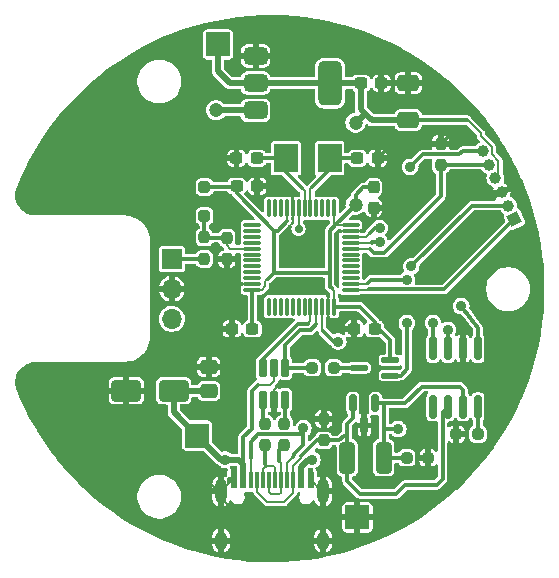
<source format=gbr>
%TF.GenerationSoftware,KiCad,Pcbnew,8.0.6*%
%TF.CreationDate,2024-12-26T12:17:47+03:00*%
%TF.ProjectId,Hall,48616c6c-2e6b-4696-9361-645f70636258,rev?*%
%TF.SameCoordinates,Original*%
%TF.FileFunction,Copper,L1,Top*%
%TF.FilePolarity,Positive*%
%FSLAX46Y46*%
G04 Gerber Fmt 4.6, Leading zero omitted, Abs format (unit mm)*
G04 Created by KiCad (PCBNEW 8.0.6) date 2024-12-26 12:17:47*
%MOMM*%
%LPD*%
G01*
G04 APERTURE LIST*
G04 Aperture macros list*
%AMRoundRect*
0 Rectangle with rounded corners*
0 $1 Rounding radius*
0 $2 $3 $4 $5 $6 $7 $8 $9 X,Y pos of 4 corners*
0 Add a 4 corners polygon primitive as box body*
4,1,4,$2,$3,$4,$5,$6,$7,$8,$9,$2,$3,0*
0 Add four circle primitives for the rounded corners*
1,1,$1+$1,$2,$3*
1,1,$1+$1,$4,$5*
1,1,$1+$1,$6,$7*
1,1,$1+$1,$8,$9*
0 Add four rect primitives between the rounded corners*
20,1,$1+$1,$2,$3,$4,$5,0*
20,1,$1+$1,$4,$5,$6,$7,0*
20,1,$1+$1,$6,$7,$8,$9,0*
20,1,$1+$1,$8,$9,$2,$3,0*%
%AMHorizOval*
0 Thick line with rounded ends*
0 $1 width*
0 $2 $3 position (X,Y) of the first rounded end (center of the circle)*
0 $4 $5 position (X,Y) of the second rounded end (center of the circle)*
0 Add line between two ends*
20,1,$1,$2,$3,$4,$5,0*
0 Add two circle primitives to create the rounded ends*
1,1,$1,$2,$3*
1,1,$1,$4,$5*%
%AMRotRect*
0 Rectangle, with rotation*
0 The origin of the aperture is its center*
0 $1 length*
0 $2 width*
0 $3 Rotation angle, in degrees counterclockwise*
0 Add horizontal line*
21,1,$1,$2,0,0,$3*%
G04 Aperture macros list end*
%TA.AperFunction,SMDPad,CuDef*%
%ADD10RoundRect,0.237500X-0.237500X0.250000X-0.237500X-0.250000X0.237500X-0.250000X0.237500X0.250000X0*%
%TD*%
%TA.AperFunction,SMDPad,CuDef*%
%ADD11RoundRect,0.237500X0.237500X-0.250000X0.237500X0.250000X-0.237500X0.250000X-0.237500X-0.250000X0*%
%TD*%
%TA.AperFunction,SMDPad,CuDef*%
%ADD12RoundRect,0.250000X-0.250000X0.250000X-0.250000X-0.250000X0.250000X-0.250000X0.250000X0.250000X0*%
%TD*%
%TA.AperFunction,SMDPad,CuDef*%
%ADD13R,0.600000X1.450000*%
%TD*%
%TA.AperFunction,SMDPad,CuDef*%
%ADD14R,0.300000X1.450000*%
%TD*%
%TA.AperFunction,ComponentPad*%
%ADD15O,1.000000X2.100000*%
%TD*%
%TA.AperFunction,ComponentPad*%
%ADD16O,1.000000X1.600000*%
%TD*%
%TA.AperFunction,SMDPad,CuDef*%
%ADD17RoundRect,0.150000X-0.150000X0.587500X-0.150000X-0.587500X0.150000X-0.587500X0.150000X0.587500X0*%
%TD*%
%TA.AperFunction,ComponentPad*%
%ADD18R,1.700000X1.700000*%
%TD*%
%TA.AperFunction,ComponentPad*%
%ADD19O,1.700000X1.700000*%
%TD*%
%TA.AperFunction,ComponentPad*%
%ADD20RoundRect,0.250001X-0.799999X-0.799999X0.799999X-0.799999X0.799999X0.799999X-0.799999X0.799999X0*%
%TD*%
%TA.AperFunction,SMDPad,CuDef*%
%ADD21RoundRect,0.237500X-0.300000X-0.237500X0.300000X-0.237500X0.300000X0.237500X-0.300000X0.237500X0*%
%TD*%
%TA.AperFunction,SMDPad,CuDef*%
%ADD22RoundRect,0.162500X0.162500X-0.617500X0.162500X0.617500X-0.162500X0.617500X-0.162500X-0.617500X0*%
%TD*%
%TA.AperFunction,SMDPad,CuDef*%
%ADD23RoundRect,0.237500X0.300000X0.237500X-0.300000X0.237500X-0.300000X-0.237500X0.300000X-0.237500X0*%
%TD*%
%TA.AperFunction,SMDPad,CuDef*%
%ADD24RoundRect,0.112500X0.637500X-0.112500X0.637500X0.112500X-0.637500X0.112500X-0.637500X-0.112500X0*%
%TD*%
%TA.AperFunction,SMDPad,CuDef*%
%ADD25RoundRect,0.237500X-0.237500X0.300000X-0.237500X-0.300000X0.237500X-0.300000X0.237500X0.300000X0*%
%TD*%
%TA.AperFunction,SMDPad,CuDef*%
%ADD26RoundRect,0.237500X-0.250000X-0.237500X0.250000X-0.237500X0.250000X0.237500X-0.250000X0.237500X0*%
%TD*%
%TA.AperFunction,SMDPad,CuDef*%
%ADD27RoundRect,0.250000X0.475000X-0.337500X0.475000X0.337500X-0.475000X0.337500X-0.475000X-0.337500X0*%
%TD*%
%TA.AperFunction,SMDPad,CuDef*%
%ADD28RoundRect,0.375000X-0.625000X-0.375000X0.625000X-0.375000X0.625000X0.375000X-0.625000X0.375000X0*%
%TD*%
%TA.AperFunction,SMDPad,CuDef*%
%ADD29RoundRect,0.500000X-0.500000X-1.400000X0.500000X-1.400000X0.500000X1.400000X-0.500000X1.400000X0*%
%TD*%
%TA.AperFunction,SMDPad,CuDef*%
%ADD30RoundRect,0.250000X1.000000X0.650000X-1.000000X0.650000X-1.000000X-0.650000X1.000000X-0.650000X0*%
%TD*%
%TA.AperFunction,SMDPad,CuDef*%
%ADD31RoundRect,0.250000X0.650000X-0.412500X0.650000X0.412500X-0.650000X0.412500X-0.650000X-0.412500X0*%
%TD*%
%TA.AperFunction,SMDPad,CuDef*%
%ADD32R,2.000000X2.400000*%
%TD*%
%TA.AperFunction,SMDPad,CuDef*%
%ADD33RoundRect,0.250000X0.400000X1.075000X-0.400000X1.075000X-0.400000X-1.075000X0.400000X-1.075000X0*%
%TD*%
%TA.AperFunction,SMDPad,CuDef*%
%ADD34RoundRect,0.075000X-0.075000X0.662500X-0.075000X-0.662500X0.075000X-0.662500X0.075000X0.662500X0*%
%TD*%
%TA.AperFunction,SMDPad,CuDef*%
%ADD35RoundRect,0.075000X-0.662500X0.075000X-0.662500X-0.075000X0.662500X-0.075000X0.662500X0.075000X0*%
%TD*%
%TA.AperFunction,SMDPad,CuDef*%
%ADD36RoundRect,0.150000X-0.150000X0.825000X-0.150000X-0.825000X0.150000X-0.825000X0.150000X0.825000X0*%
%TD*%
%TA.AperFunction,ComponentPad*%
%ADD37RotRect,1.000000X1.000000X25.000000*%
%TD*%
%TA.AperFunction,ComponentPad*%
%ADD38HorizOval,1.000000X0.000000X0.000000X0.000000X0.000000X0*%
%TD*%
%TA.AperFunction,ViaPad*%
%ADD39C,0.900000*%
%TD*%
%TA.AperFunction,ViaPad*%
%ADD40C,0.700000*%
%TD*%
%TA.AperFunction,ViaPad*%
%ADD41C,1.200000*%
%TD*%
%TA.AperFunction,Conductor*%
%ADD42C,0.500000*%
%TD*%
%TA.AperFunction,Conductor*%
%ADD43C,0.300000*%
%TD*%
%TA.AperFunction,Conductor*%
%ADD44C,0.200000*%
%TD*%
G04 APERTURE END LIST*
D10*
%TO.P,R3,1*%
%TO.N,Net-(D1-A)*%
X66167000Y-44704000D03*
%TO.P,R3,2*%
%TO.N,GND*%
X66167000Y-46529000D03*
%TD*%
D11*
%TO.P,R2,1*%
%TO.N,/ADCin*%
X64262000Y-46505500D03*
%TO.P,R2,2*%
%TO.N,Net-(D1-A)*%
X64262000Y-44680500D03*
%TD*%
D12*
%TO.P,D1,1,K*%
%TO.N,+3V3*%
X64262000Y-40386000D03*
%TO.P,D1,2,A*%
%TO.N,Net-(D1-A)*%
X64262000Y-42886000D03*
%TD*%
D13*
%TO.P,J6,A1,GND*%
%TO.N,GND*%
X66750000Y-65250000D03*
%TO.P,J6,A4,VBUS*%
%TO.N,/VBUS*%
X67550000Y-65250000D03*
D14*
%TO.P,J6,A5,CC1*%
%TO.N,/CANL*%
X68750000Y-65250000D03*
%TO.P,J6,A6,D+*%
%TO.N,/DP*%
X69750000Y-65250000D03*
%TO.P,J6,A7,D-*%
%TO.N,/DM*%
X70250000Y-65250000D03*
%TO.P,J6,A8,SBU1*%
%TO.N,/CANH*%
X71250000Y-65250000D03*
D13*
%TO.P,J6,A9,VBUS*%
%TO.N,/VBUS*%
X72450000Y-65250000D03*
%TO.P,J6,A12,GND*%
%TO.N,GND*%
X73250000Y-65250000D03*
%TO.P,J6,B1,GND*%
X73250000Y-65250000D03*
%TO.P,J6,B4,VBUS*%
%TO.N,/VBUS*%
X72450000Y-65250000D03*
D14*
%TO.P,J6,B5,CC2*%
%TO.N,/CANL*%
X71750000Y-65250000D03*
%TO.P,J6,B6,D+*%
%TO.N,/DP*%
X70750000Y-65250000D03*
%TO.P,J6,B7,D-*%
%TO.N,/DM*%
X69250000Y-65250000D03*
%TO.P,J6,B8,SBU2*%
%TO.N,/CANH*%
X68250000Y-65250000D03*
D13*
%TO.P,J6,B9,VBUS*%
%TO.N,/VBUS*%
X67550000Y-65250000D03*
%TO.P,J6,B12,GND*%
%TO.N,GND*%
X66750000Y-65250000D03*
D15*
%TO.P,J6,S1,SHIELD*%
X65680000Y-66165000D03*
D16*
X65680000Y-70345000D03*
D15*
X74320000Y-66165000D03*
D16*
X74320000Y-70345000D03*
%TD*%
D17*
%TO.P,D2,1,K*%
%TO.N,/CANH*%
X78740000Y-58724800D03*
%TO.P,D2,2,K*%
%TO.N,/CANL*%
X76840000Y-58724800D03*
%TO.P,D2,3,O*%
%TO.N,GND*%
X77790000Y-60599800D03*
%TD*%
D18*
%TO.P,J3,1,Pin_1*%
%TO.N,/ADCin*%
X61500000Y-46500000D03*
D19*
%TO.P,J3,2,Pin_2*%
%TO.N,GND*%
X61500000Y-49040000D03*
%TO.P,J3,3,Pin_3*%
%TO.N,/VBUS*%
X61500000Y-51580000D03*
%TD*%
D20*
%TO.P,J4,1,Pin_1*%
%TO.N,GND*%
X77216000Y-68376800D03*
%TD*%
D21*
%TO.P,C7,1*%
%TO.N,+3V3*%
X77523000Y-31623000D03*
%TO.P,C7,2*%
%TO.N,GND*%
X79248000Y-31623000D03*
%TD*%
D20*
%TO.P,J5,1,Pin_1*%
%TO.N,+3V3*%
X65405000Y-28321000D03*
%TD*%
D22*
%TO.P,U3,1,I/O1*%
%TO.N,Net-(R5-Pad2)*%
X69220000Y-58453000D03*
%TO.P,U3,2,GND*%
%TO.N,GND*%
X70170000Y-58453000D03*
%TO.P,U3,3,I/O2*%
%TO.N,Net-(R4-Pad2)*%
X71120000Y-58453000D03*
%TO.P,U3,4,I/O2*%
%TO.N,/USBDP*%
X71120000Y-55753000D03*
%TO.P,U3,5,VBUS*%
%TO.N,/VBUS*%
X70170000Y-55753000D03*
%TO.P,U3,6,I/O1*%
%TO.N,/USBDM*%
X69220000Y-55753000D03*
%TD*%
D23*
%TO.P,C8,1*%
%TO.N,+3V3*%
X68323800Y-52425600D03*
%TO.P,C8,2*%
%TO.N,GND*%
X66598800Y-52425600D03*
%TD*%
D24*
%TO.P,Q1,1,B*%
%TO.N,/USB_PU*%
X80019200Y-56377600D03*
%TO.P,Q1,2,E*%
%TO.N,+3V3*%
X80019200Y-55077600D03*
%TO.P,Q1,3,C*%
%TO.N,Net-(Q1-C)*%
X77359200Y-55727600D03*
%TD*%
D23*
%TO.P,C2,1*%
%TO.N,/OSC_OUT*%
X68707000Y-37973000D03*
%TO.P,C2,2*%
%TO.N,GND*%
X66982000Y-37973000D03*
%TD*%
D25*
%TO.P,C5,1*%
%TO.N,+3V3*%
X78587600Y-40439000D03*
%TO.P,C5,2*%
%TO.N,GND*%
X78587600Y-42164000D03*
%TD*%
D26*
%TO.P,R6,1*%
%TO.N,/USBDP*%
X73407900Y-55727600D03*
%TO.P,R6,2*%
%TO.N,Net-(Q1-C)*%
X75232900Y-55727600D03*
%TD*%
D27*
%TO.P,C3,1*%
%TO.N,/VBUS*%
X64643000Y-57701000D03*
%TO.P,C3,2*%
%TO.N,GND*%
X64643000Y-55626000D03*
%TD*%
D20*
%TO.P,J2,1,Pin_1*%
%TO.N,/VBUS*%
X63627000Y-61468000D03*
%TD*%
D28*
%TO.P,U2,1,GND*%
%TO.N,GND*%
X68605000Y-29323000D03*
%TO.P,U2,2,VO*%
%TO.N,+3V3*%
X68605000Y-31623000D03*
D29*
X74905000Y-31623000D03*
D28*
%TO.P,U2,3,VI*%
%TO.N,/VBUS*%
X68605000Y-33923000D03*
%TD*%
D30*
%TO.P,D3,1,A1*%
%TO.N,/VBUS*%
X61658000Y-57658000D03*
%TO.P,D3,2,A2*%
%TO.N,GND*%
X57658000Y-57658000D03*
%TD*%
D11*
%TO.P,R1,1*%
%TO.N,/BOOT0*%
X84277200Y-38557200D03*
%TO.P,R1,2*%
%TO.N,GND*%
X84277200Y-36732200D03*
%TD*%
D26*
%TO.P,R8,1*%
%TO.N,GND*%
X85599900Y-61341000D03*
%TO.P,R8,2*%
%TO.N,Net-(U4-Rs)*%
X87424900Y-61341000D03*
%TD*%
D31*
%TO.P,C9,1*%
%TO.N,+3V3*%
X81534000Y-34748000D03*
%TO.P,C9,2*%
%TO.N,GND*%
X81534000Y-31623000D03*
%TD*%
D11*
%TO.P,R5,1*%
%TO.N,/DM*%
X69392800Y-62280800D03*
%TO.P,R5,2*%
%TO.N,Net-(R5-Pad2)*%
X69392800Y-60455800D03*
%TD*%
D32*
%TO.P,Y1,1,1*%
%TO.N,/OSC_IN*%
X74875000Y-37973000D03*
%TO.P,Y1,2,2*%
%TO.N,/OSC_OUT*%
X71175000Y-37973000D03*
%TD*%
D23*
%TO.P,C6,1*%
%TO.N,+3V3*%
X78687000Y-52425600D03*
%TO.P,C6,2*%
%TO.N,GND*%
X76962000Y-52425600D03*
%TD*%
D21*
%TO.P,C1,1*%
%TO.N,/OSC_IN*%
X77216000Y-37973000D03*
%TO.P,C1,2*%
%TO.N,GND*%
X78941000Y-37973000D03*
%TD*%
D11*
%TO.P,R4,1*%
%TO.N,/DP*%
X71018400Y-62280800D03*
%TO.P,R4,2*%
%TO.N,Net-(R4-Pad2)*%
X71018400Y-60455800D03*
%TD*%
D26*
%TO.P,R9,1*%
%TO.N,/CANH*%
X81385400Y-63347600D03*
%TO.P,R9,2*%
%TO.N,GND*%
X83210400Y-63347600D03*
%TD*%
D33*
%TO.P,R7,1*%
%TO.N,/CANH*%
X79451200Y-63347600D03*
%TO.P,R7,2*%
%TO.N,/CANL*%
X76351200Y-63347600D03*
%TD*%
D34*
%TO.P,U1,1,VBAT*%
%TO.N,+3V3*%
X75241600Y-42217900D03*
%TO.P,U1,2,PC13*%
%TO.N,unconnected-(U1-PC13-Pad2)*%
X74741600Y-42217900D03*
%TO.P,U1,3,PC14*%
%TO.N,unconnected-(U1-PC14-Pad3)*%
X74241600Y-42217900D03*
%TO.P,U1,4,PC15*%
%TO.N,unconnected-(U1-PC15-Pad4)*%
X73741600Y-42217900D03*
%TO.P,U1,5,PD0*%
%TO.N,/OSC_IN*%
X73241600Y-42217900D03*
%TO.P,U1,6,PD1*%
%TO.N,/OSC_OUT*%
X72741600Y-42217900D03*
%TO.P,U1,7,NRST*%
%TO.N,/NRST*%
X72241600Y-42217900D03*
%TO.P,U1,8,VSSA*%
%TO.N,GND*%
X71741600Y-42217900D03*
%TO.P,U1,9,VDDA*%
%TO.N,+3V3*%
X71241600Y-42217900D03*
%TO.P,U1,10,PA0*%
%TO.N,unconnected-(U1-PA0-Pad10)*%
X70741600Y-42217900D03*
%TO.P,U1,11,PA1*%
%TO.N,unconnected-(U1-PA1-Pad11)*%
X70241600Y-42217900D03*
%TO.P,U1,12,PA2*%
%TO.N,unconnected-(U1-PA2-Pad12)*%
X69741600Y-42217900D03*
D35*
%TO.P,U1,13,PA3*%
%TO.N,unconnected-(U1-PA3-Pad13)*%
X68329100Y-43630400D03*
%TO.P,U1,14,PA4*%
%TO.N,unconnected-(U1-PA4-Pad14)*%
X68329100Y-44130400D03*
%TO.P,U1,15,PA5*%
%TO.N,unconnected-(U1-PA5-Pad15)*%
X68329100Y-44630400D03*
%TO.P,U1,16,PA6*%
%TO.N,unconnected-(U1-PA6-Pad16)*%
X68329100Y-45130400D03*
%TO.P,U1,17,PA7*%
%TO.N,Net-(D1-A)*%
X68329100Y-45630400D03*
%TO.P,U1,18,PB0*%
%TO.N,unconnected-(U1-PB0-Pad18)*%
X68329100Y-46130400D03*
%TO.P,U1,19,PB1*%
%TO.N,unconnected-(U1-PB1-Pad19)*%
X68329100Y-46630400D03*
%TO.P,U1,20,PB2*%
%TO.N,unconnected-(U1-PB2-Pad20)*%
X68329100Y-47130400D03*
%TO.P,U1,21,PB10*%
%TO.N,unconnected-(U1-PB10-Pad21)*%
X68329100Y-47630400D03*
%TO.P,U1,22,PB11*%
%TO.N,unconnected-(U1-PB11-Pad22)*%
X68329100Y-48130400D03*
%TO.P,U1,23,VSS*%
%TO.N,GND*%
X68329100Y-48630400D03*
%TO.P,U1,24,VDD*%
%TO.N,+3V3*%
X68329100Y-49130400D03*
D34*
%TO.P,U1,25,PB12*%
%TO.N,unconnected-(U1-PB12-Pad25)*%
X69741600Y-50542900D03*
%TO.P,U1,26,PB13*%
%TO.N,unconnected-(U1-PB13-Pad26)*%
X70241600Y-50542900D03*
%TO.P,U1,27,PB14*%
%TO.N,unconnected-(U1-PB14-Pad27)*%
X70741600Y-50542900D03*
%TO.P,U1,28,PB15*%
%TO.N,unconnected-(U1-PB15-Pad28)*%
X71241600Y-50542900D03*
%TO.P,U1,29,PA8*%
%TO.N,unconnected-(U1-PA8-Pad29)*%
X71741600Y-50542900D03*
%TO.P,U1,30,PA9*%
%TO.N,unconnected-(U1-PA9-Pad30)*%
X72241600Y-50542900D03*
%TO.P,U1,31,PA10*%
%TO.N,unconnected-(U1-PA10-Pad31)*%
X72741600Y-50542900D03*
%TO.P,U1,32,PA11*%
%TO.N,/USBDM*%
X73241600Y-50542900D03*
%TO.P,U1,33,PA12*%
%TO.N,/USBDP*%
X73741600Y-50542900D03*
%TO.P,U1,34,PA13*%
%TO.N,/SWDIO*%
X74241600Y-50542900D03*
%TO.P,U1,35,VSS*%
%TO.N,GND*%
X74741600Y-50542900D03*
%TO.P,U1,36,VDD*%
%TO.N,+3V3*%
X75241600Y-50542900D03*
D35*
%TO.P,U1,37,PA14*%
%TO.N,/SWCLK*%
X76654100Y-49130400D03*
%TO.P,U1,38,PA15*%
%TO.N,/USB_PU*%
X76654100Y-48630400D03*
%TO.P,U1,39,PB3*%
%TO.N,unconnected-(U1-PB3-Pad39)*%
X76654100Y-48130400D03*
%TO.P,U1,40,PB4*%
%TO.N,unconnected-(U1-PB4-Pad40)*%
X76654100Y-47630400D03*
%TO.P,U1,41,PB5*%
%TO.N,unconnected-(U1-PB5-Pad41)*%
X76654100Y-47130400D03*
%TO.P,U1,42,PB6*%
%TO.N,unconnected-(U1-PB6-Pad42)*%
X76654100Y-46630400D03*
%TO.P,U1,43,PB7*%
%TO.N,unconnected-(U1-PB7-Pad43)*%
X76654100Y-46130400D03*
%TO.P,U1,44,BOOT0*%
%TO.N,/BOOT0*%
X76654100Y-45630400D03*
%TO.P,U1,45,PB8*%
%TO.N,/CANRX*%
X76654100Y-45130400D03*
%TO.P,U1,46,PB9*%
%TO.N,/CANTX*%
X76654100Y-44630400D03*
%TO.P,U1,47,VSS*%
%TO.N,GND*%
X76654100Y-44130400D03*
%TO.P,U1,48,VDD*%
%TO.N,+3V3*%
X76654100Y-43630400D03*
%TD*%
D21*
%TO.P,C4,1*%
%TO.N,+3V3*%
X67007400Y-40335200D03*
%TO.P,C4,2*%
%TO.N,GND*%
X68732400Y-40335200D03*
%TD*%
D11*
%TO.P,R10,1*%
%TO.N,/CANL*%
X74371200Y-61870600D03*
%TO.P,R10,2*%
%TO.N,GND*%
X74371200Y-60045600D03*
%TD*%
D36*
%TO.P,U4,1,TXD*%
%TO.N,/CANTX*%
X87426800Y-54079600D03*
%TO.P,U4,2,VSS*%
%TO.N,GND*%
X86156800Y-54079600D03*
%TO.P,U4,3,VDD*%
%TO.N,/VBUS*%
X84886800Y-54079600D03*
%TO.P,U4,4,RXD*%
%TO.N,/CANRX*%
X83616800Y-54079600D03*
%TO.P,U4,5,Vref*%
%TO.N,unconnected-(U4-Vref-Pad5)*%
X83616800Y-59029600D03*
%TO.P,U4,6,CANL*%
%TO.N,/CANL*%
X84886800Y-59029600D03*
%TO.P,U4,7,CANH*%
%TO.N,/CANH*%
X86156800Y-59029600D03*
%TO.P,U4,8,Rs*%
%TO.N,Net-(U4-Rs)*%
X87426800Y-59029600D03*
%TD*%
D37*
%TO.P,J1,1,Pin_1*%
%TO.N,/SWCLK*%
X90510175Y-43127834D03*
D38*
%TO.P,J1,2,Pin_2*%
%TO.N,/SWDIO*%
X89973450Y-41976823D03*
%TO.P,J1,3,Pin_3*%
%TO.N,GND*%
X89436725Y-40825812D03*
%TO.P,J1,4,Pin_4*%
%TO.N,+3V3*%
X88900000Y-39674800D03*
%TO.P,J1,5,Pin_5*%
%TO.N,/BOOT0*%
X88363274Y-38523790D03*
%TO.P,J1,6,Pin_6*%
%TO.N,/NRST*%
X87826549Y-37372780D03*
%TD*%
D39*
%TO.N,GND*%
X69850000Y-27051000D03*
X64516000Y-31877000D03*
X56261000Y-60198000D03*
X73152000Y-53467000D03*
D40*
X71374000Y-45212000D03*
D39*
X88011000Y-43561000D03*
X82753200Y-48006000D03*
%TO.N,/SWDIO*%
X81768414Y-47136586D03*
%TO.N,GND*%
X56134000Y-37211000D03*
X86461600Y-35814000D03*
X84328000Y-32969200D03*
X82346800Y-66548000D03*
X86360000Y-40843200D03*
X82448400Y-40843200D03*
X76962000Y-53797200D03*
X73964800Y-58775600D03*
X61671200Y-55168800D03*
X66598800Y-55626000D03*
X77927200Y-65582800D03*
X66598800Y-53695600D03*
X82194400Y-60604400D03*
%TO.N,/VBUS*%
X66040000Y-63500000D03*
X84886800Y-52500000D03*
X73406000Y-63500000D03*
D41*
X65278000Y-33909000D03*
%TO.N,+3V3*%
X77063600Y-41910000D03*
X77063600Y-34950400D03*
D39*
%TO.N,/CANH*%
X80670400Y-60909200D03*
X72644000Y-60833000D03*
D40*
%TO.N,/NRST*%
X72237600Y-43942000D03*
D39*
X81686400Y-38709600D03*
%TO.N,/SWDIO*%
X75590400Y-53492400D03*
%TO.N,/USB_PU*%
X81407000Y-48262800D03*
X81407000Y-51943000D03*
%TO.N,/CANTX*%
X86004400Y-50500000D03*
X79095600Y-43891200D03*
%TO.N,/CANRX*%
X79095600Y-45059600D03*
X83616800Y-51917600D03*
%TO.N,GND*%
X78232000Y-47244000D03*
%TD*%
D42*
%TO.N,GND*%
X69850000Y-27051000D02*
X70612000Y-27051000D01*
D43*
X70993000Y-27940000D02*
X71501000Y-27940000D01*
X71501000Y-27940000D02*
X77597000Y-27940000D01*
D42*
X70612000Y-27051000D02*
X71501000Y-27940000D01*
%TO.N,+3V3*%
X65405000Y-28321000D02*
X65405000Y-30607000D01*
D43*
%TO.N,GND*%
X64516000Y-32969200D02*
X63398400Y-34086800D01*
X67310000Y-26797000D02*
X64008000Y-26797000D01*
X63398400Y-34086800D02*
X63398400Y-37973000D01*
X64516000Y-30861000D02*
X64516000Y-32969200D01*
X63373000Y-29845000D02*
X64389000Y-30861000D01*
X64008000Y-26797000D02*
X63373000Y-27432000D01*
X63373000Y-27432000D02*
X63373000Y-29845000D01*
X67564000Y-27051000D02*
X67310000Y-26797000D01*
X67564000Y-27076400D02*
X67564000Y-27051000D01*
X64389000Y-30861000D02*
X64516000Y-30861000D01*
X68605000Y-28117400D02*
X67564000Y-27076400D01*
X68605000Y-29323000D02*
X68605000Y-28117400D01*
%TO.N,/VBUS*%
X68834000Y-57150000D02*
X68262500Y-57721500D01*
X68262500Y-57721500D02*
X68262500Y-60882500D01*
X68262500Y-60882500D02*
X67550000Y-61595000D01*
X67550000Y-61595000D02*
X67550000Y-65250000D01*
%TO.N,/CANH*%
X72644000Y-61341000D02*
X68834000Y-61341000D01*
X68199000Y-61976000D02*
X68199000Y-63373000D01*
X68834000Y-61341000D02*
X68199000Y-61976000D01*
D42*
%TO.N,/VBUS*%
X66040000Y-63500000D02*
X65659000Y-63500000D01*
X65659000Y-63500000D02*
X63627000Y-61468000D01*
X61658000Y-57658000D02*
X61658000Y-59499000D01*
X61658000Y-59499000D02*
X63627000Y-61468000D01*
D43*
%TO.N,/CANL*%
X76351200Y-61468000D02*
X76351200Y-60453200D01*
X76351200Y-63347600D02*
X76351200Y-61468000D01*
X76351200Y-61468000D02*
X76073000Y-61468000D01*
X76073000Y-61468000D02*
X75670400Y-61870600D01*
X75670400Y-61870600D02*
X74371200Y-61870600D01*
%TO.N,/CANH*%
X72644000Y-60833000D02*
X72644000Y-61341000D01*
X72644000Y-61341000D02*
X72644000Y-62230000D01*
D44*
%TO.N,/CANL*%
X68750000Y-66225000D02*
X69581000Y-67056000D01*
X68750000Y-65250000D02*
X68750000Y-66225000D01*
X71780000Y-65440000D02*
X71780000Y-66294000D01*
X69581000Y-67056000D02*
X71018000Y-67056000D01*
X71018000Y-67056000D02*
X71780000Y-66294000D01*
%TO.N,GND*%
X59436000Y-60198000D02*
X56261000Y-60198000D01*
X65403000Y-66165000D02*
X59436000Y-60198000D01*
X65680000Y-66165000D02*
X65530000Y-66165000D01*
X65530000Y-66165000D02*
X65403000Y-66165000D01*
X74168000Y-54483000D02*
X73152000Y-53467000D01*
X76327000Y-54483000D02*
X74168000Y-54483000D01*
X76962000Y-53797200D02*
X76962000Y-53848000D01*
X76962000Y-53848000D02*
X76327000Y-54483000D01*
%TO.N,+3V3*%
X68329100Y-49130400D02*
X69099010Y-49130400D01*
X69099010Y-49130400D02*
X69401705Y-48827705D01*
X69401705Y-48827705D02*
X69401705Y-48403495D01*
X69401705Y-48403495D02*
X69646800Y-48158400D01*
%TO.N,GND*%
X71741600Y-42217900D02*
X71741600Y-43447400D01*
X71741600Y-43447400D02*
X71374000Y-43815000D01*
X71374000Y-43815000D02*
X71374000Y-45212000D01*
%TO.N,+3V3*%
X71241600Y-42217900D02*
X71241600Y-43307000D01*
D43*
X70147862Y-44094400D02*
X70454200Y-44094400D01*
X70454200Y-44094400D02*
X71241600Y-43307000D01*
%TO.N,GND*%
X88011000Y-43561000D02*
X83566000Y-48006000D01*
X83566000Y-48006000D02*
X82753200Y-48006000D01*
%TO.N,/SWCLK*%
X78181200Y-49072800D02*
X84565209Y-49072800D01*
X84565209Y-49072800D02*
X90510175Y-43127834D01*
%TO.N,/SWDIO*%
X86928177Y-41976823D02*
X87249000Y-41976823D01*
X87249000Y-41976823D02*
X89973450Y-41976823D01*
X81768414Y-47136586D02*
X86928177Y-41976823D01*
%TO.N,GND*%
X85599900Y-61341000D02*
X85599900Y-62738000D01*
%TO.N,Net-(U4-Rs)*%
X87426800Y-59029600D02*
X87426800Y-61339100D01*
X87426800Y-61339100D02*
X87424900Y-61341000D01*
%TO.N,/CANL*%
X76351200Y-63347600D02*
X76351200Y-65276800D01*
X76351200Y-65276800D02*
X77470000Y-66395600D01*
X84429600Y-65125600D02*
X84429600Y-59486800D01*
X77470000Y-66395600D02*
X80518000Y-66395600D01*
X80518000Y-66395600D02*
X81280000Y-65633600D01*
X81280000Y-65633600D02*
X83921600Y-65633600D01*
X83921600Y-65633600D02*
X84429600Y-65125600D01*
X84429600Y-59486800D02*
X84886800Y-59029600D01*
%TO.N,/USB_PU*%
X81407000Y-51943000D02*
X81407000Y-55854600D01*
X81407000Y-55854600D02*
X80884000Y-56377600D01*
X80884000Y-56377600D02*
X80019200Y-56377600D01*
X81407000Y-48262800D02*
X78381600Y-48262800D01*
X78381600Y-48262800D02*
X78130400Y-48514000D01*
%TO.N,GND*%
X59817000Y-55626000D02*
X59690000Y-55626000D01*
X62230000Y-55626000D02*
X59817000Y-55626000D01*
X59817000Y-55626000D02*
X58928000Y-55626000D01*
X58928000Y-55626000D02*
X58801000Y-55753000D01*
X58801000Y-55753000D02*
X57912000Y-55753000D01*
X57912000Y-55753000D02*
X57658000Y-56007000D01*
X57658000Y-56007000D02*
X57658000Y-57658000D01*
X83210400Y-63347600D02*
X83210400Y-64312800D01*
X82880200Y-64643000D02*
X80947800Y-64643000D01*
X80947800Y-64643000D02*
X80518000Y-65072800D01*
X83210400Y-64312800D02*
X82880200Y-64643000D01*
X78585600Y-65072800D02*
X77790000Y-64277200D01*
X80518000Y-65072800D02*
X78585600Y-65072800D01*
X77790000Y-64277200D02*
X77790000Y-64058800D01*
X66982000Y-39063000D02*
X68273000Y-39063000D01*
X66982000Y-37973000D02*
X66982000Y-39063000D01*
X68273000Y-39063000D02*
X68732400Y-39522400D01*
X68732400Y-39522400D02*
X68732400Y-40335200D01*
X68605000Y-29323000D02*
X70499000Y-29323000D01*
X70499000Y-29323000D02*
X70993000Y-28829000D01*
X70993000Y-28829000D02*
X70993000Y-27940000D01*
X59944000Y-41275000D02*
X59944000Y-38862000D01*
X59944000Y-41275000D02*
X56134000Y-37465000D01*
X59944000Y-48895000D02*
X59944000Y-41275000D01*
X56134000Y-37465000D02*
X56134000Y-37211000D01*
D44*
%TO.N,Net-(D1-A)*%
X66167000Y-44704000D02*
X66167000Y-45339000D01*
X66167000Y-45339000D02*
X66458400Y-45630400D01*
X66458400Y-45630400D02*
X68329100Y-45630400D01*
D43*
%TO.N,GND*%
X66497200Y-49022000D02*
X66167000Y-49022000D01*
X66167000Y-49022000D02*
X64363600Y-49022000D01*
X66167000Y-46529000D02*
X66167000Y-49022000D01*
%TO.N,/ADCin*%
X61500000Y-46500000D02*
X64256500Y-46500000D01*
X64256500Y-46500000D02*
X64262000Y-46505500D01*
%TO.N,Net-(D1-A)*%
X66167000Y-44704000D02*
X64285500Y-44704000D01*
X64285500Y-44704000D02*
X64262000Y-44680500D01*
X64262000Y-42886000D02*
X64262000Y-44680500D01*
%TO.N,+3V3*%
X64262000Y-40386000D02*
X66956600Y-40386000D01*
X66956600Y-40386000D02*
X67007400Y-40335200D01*
D42*
%TO.N,/VBUS*%
X61658000Y-57658000D02*
X64600000Y-57658000D01*
X64600000Y-57658000D02*
X64643000Y-57701000D01*
D43*
X61701000Y-57701000D02*
X61658000Y-57658000D01*
%TO.N,GND*%
X61500000Y-49040000D02*
X60089000Y-49040000D01*
X60089000Y-49040000D02*
X59944000Y-48895000D01*
X59944000Y-38862000D02*
X60833000Y-37973000D01*
X60833000Y-37973000D02*
X63398400Y-37973000D01*
D44*
X70612000Y-57150000D02*
X72009000Y-57150000D01*
D43*
X80772000Y-36732200D02*
X80181800Y-36732200D01*
X74371200Y-59182000D02*
X73964800Y-58775600D01*
X80670400Y-36833800D02*
X80772000Y-36732200D01*
X88392000Y-61772800D02*
X88696800Y-61468000D01*
X83870800Y-66548000D02*
X85599900Y-64818900D01*
D44*
X65680000Y-66170000D02*
X65680000Y-66720000D01*
D43*
X74371200Y-60045600D02*
X74371200Y-59182000D01*
D44*
X78689200Y-54610000D02*
X78689200Y-56337200D01*
X61671200Y-55168800D02*
X62128400Y-55626000D01*
D43*
X77216000Y-68376800D02*
X74343200Y-68376800D01*
X85599900Y-64818900D02*
X85599900Y-62738000D01*
X77790000Y-60599800D02*
X77790000Y-57571600D01*
X82981800Y-31623000D02*
X84328000Y-32969200D01*
D44*
X70170000Y-58453000D02*
X70170000Y-57592000D01*
D43*
X78587600Y-43129200D02*
X77825600Y-43891200D01*
X88696800Y-61468000D02*
X88696800Y-57861200D01*
X73250800Y-58391800D02*
X72009000Y-57150000D01*
D44*
X74320000Y-68400000D02*
X74320000Y-68529200D01*
D43*
X86461600Y-35814000D02*
X85195400Y-35814000D01*
X89436724Y-40825812D02*
X86377388Y-40825812D01*
D44*
X65680000Y-66720000D02*
X67540000Y-68580000D01*
D43*
X81534000Y-31623000D02*
X82981800Y-31623000D01*
X81534000Y-31623000D02*
X79248000Y-31623000D01*
X79502000Y-42164000D02*
X80670400Y-40995600D01*
D44*
X76962000Y-53797200D02*
X77876400Y-53797200D01*
D43*
X64345600Y-49040000D02*
X64363600Y-49022000D01*
X66598800Y-49123600D02*
X66497200Y-49022000D01*
X74343200Y-68376800D02*
X74320000Y-68400000D01*
X87934800Y-62738000D02*
X88392000Y-62280800D01*
X76962000Y-52425600D02*
X75133200Y-52425600D01*
X66598800Y-49123600D02*
X66903600Y-48818800D01*
D44*
X77790000Y-65445600D02*
X77927200Y-65582800D01*
D43*
X83210400Y-63347600D02*
X83210400Y-61620400D01*
X78587600Y-42164000D02*
X78587600Y-43129200D01*
X88696800Y-57861200D02*
X86156800Y-55321200D01*
X73250000Y-65250000D02*
X73250800Y-65249200D01*
X83210400Y-61620400D02*
X82194400Y-60604400D01*
X77216000Y-68376800D02*
X80518000Y-68376800D01*
X80518000Y-68376800D02*
X82346800Y-66548000D01*
X88392000Y-62280800D02*
X88392000Y-61772800D01*
X75133200Y-52425600D02*
X74777600Y-52070000D01*
X80670400Y-40843200D02*
X80670400Y-36833800D01*
X79248000Y-29591000D02*
X79248000Y-31623000D01*
D44*
X76654100Y-44130400D02*
X77586400Y-44130400D01*
D43*
X66598800Y-52425600D02*
X66598800Y-49123600D01*
X77622400Y-57404000D02*
X75336400Y-57404000D01*
D44*
X67092000Y-48630400D02*
X66903600Y-48818800D01*
D43*
X85599900Y-62738000D02*
X87934800Y-62738000D01*
D44*
X74741600Y-50542900D02*
X74741600Y-52034000D01*
D43*
X84277200Y-36732200D02*
X80772000Y-36732200D01*
X85195400Y-35814000D02*
X84277200Y-36732200D01*
D44*
X67540000Y-68580000D02*
X74269200Y-68580000D01*
X71741600Y-42217900D02*
X71741600Y-40855200D01*
D43*
X76962000Y-52425600D02*
X76962000Y-53797200D01*
X66598800Y-55626000D02*
X62230000Y-55626000D01*
D44*
X74320000Y-68529200D02*
X74320000Y-70350000D01*
D43*
X66982000Y-37973000D02*
X63398400Y-37973000D01*
X86156800Y-55321200D02*
X86156800Y-54079600D01*
X77790000Y-60599800D02*
X77790000Y-64058800D01*
D44*
X77586400Y-44130400D02*
X77825600Y-43891200D01*
D43*
X82346800Y-66548000D02*
X83870800Y-66548000D01*
X80181800Y-36732200D02*
X78941000Y-37973000D01*
D44*
X62128400Y-55626000D02*
X62230000Y-55626000D01*
D43*
X75336400Y-57404000D02*
X73964800Y-58775600D01*
X66598800Y-53695600D02*
X66598800Y-52425600D01*
D44*
X74165000Y-66170000D02*
X73250000Y-65255000D01*
D43*
X61500000Y-49040000D02*
X64345600Y-49040000D01*
D44*
X66750000Y-65255000D02*
X66595000Y-65255000D01*
D43*
X77790000Y-57571600D02*
X77622400Y-57404000D01*
X86377388Y-40825812D02*
X86360000Y-40843200D01*
X68732400Y-40335200D02*
X71221600Y-40335200D01*
D44*
X78689200Y-56337200D02*
X77622400Y-57404000D01*
D43*
X66598800Y-55626000D02*
X66598800Y-53695600D01*
X78587600Y-42164000D02*
X79502000Y-42164000D01*
D44*
X74269200Y-68580000D02*
X74320000Y-68529200D01*
X65680000Y-70350000D02*
X74320000Y-70350000D01*
X68329100Y-48630400D02*
X67092000Y-48630400D01*
D43*
X73250800Y-58775600D02*
X73964800Y-58775600D01*
D44*
X74741600Y-52034000D02*
X74777600Y-52070000D01*
X66595000Y-65255000D02*
X65680000Y-66170000D01*
D43*
X73250800Y-58775600D02*
X73250800Y-58391800D01*
X71221600Y-40335200D02*
X71741600Y-40855200D01*
X82448400Y-40843200D02*
X80670400Y-40843200D01*
D44*
X77790000Y-64058800D02*
X77790000Y-65445600D01*
X74320000Y-66170000D02*
X74165000Y-66170000D01*
D43*
X80670400Y-40995600D02*
X80670400Y-40843200D01*
D44*
X74320000Y-66170000D02*
X74320000Y-68400000D01*
D43*
X77597000Y-27940000D02*
X79248000Y-29591000D01*
D44*
X70170000Y-57592000D02*
X70612000Y-57150000D01*
X77876400Y-53797200D02*
X78689200Y-54610000D01*
D43*
%TO.N,/OSC_IN*%
X77216000Y-37973000D02*
X74875000Y-37973000D01*
D44*
X73241600Y-42217900D02*
X73241600Y-40550400D01*
D43*
X74875000Y-37973000D02*
X74875000Y-38917000D01*
D44*
X73241600Y-40550400D02*
X73406000Y-40386000D01*
D43*
X74875000Y-38917000D02*
X73406000Y-40386000D01*
%TO.N,/OSC_OUT*%
X71175000Y-37973000D02*
X71175000Y-39171000D01*
D44*
X72741600Y-40737600D02*
X72517000Y-40513000D01*
X72741600Y-42217900D02*
X72741600Y-40737600D01*
D43*
X68707000Y-37973000D02*
X71175000Y-37973000D01*
X71175000Y-39171000D02*
X72517000Y-40513000D01*
D42*
%TO.N,/VBUS*%
X66802000Y-63500000D02*
X66040000Y-63500000D01*
X67550000Y-65250000D02*
X67550000Y-63867000D01*
D43*
X61983000Y-51097000D02*
X61500000Y-51580000D01*
D42*
X65292000Y-33923000D02*
X65278000Y-33909000D01*
D44*
X70170000Y-56830000D02*
X69850000Y-57150000D01*
D42*
X68605000Y-33923000D02*
X65292000Y-33923000D01*
D44*
X69850000Y-57150000D02*
X68834000Y-57150000D01*
X70170000Y-55753000D02*
X70170000Y-56830000D01*
D42*
X72450000Y-64105000D02*
X72450000Y-65250000D01*
X67564000Y-65241000D02*
X67550000Y-65255000D01*
X67550000Y-63867000D02*
X67183000Y-63500000D01*
X67183000Y-63500000D02*
X66802000Y-63500000D01*
D43*
X84886800Y-54079600D02*
X84886800Y-52500000D01*
D42*
X73406000Y-63500000D02*
X73055000Y-63500000D01*
X73055000Y-63500000D02*
X72450000Y-64105000D01*
D43*
%TO.N,+3V3*%
X78687000Y-52425600D02*
X79054000Y-52425600D01*
D42*
X78436000Y-34748000D02*
X77876400Y-34188400D01*
D43*
X68323800Y-52425600D02*
X68323800Y-49145700D01*
D44*
X88626549Y-37655694D02*
X88626549Y-37041409D01*
X86564000Y-34748000D02*
X86514000Y-34748000D01*
D43*
X81534000Y-34748000D02*
X86514000Y-34748000D01*
X74865600Y-44094400D02*
X75329600Y-43630400D01*
X78687000Y-52425600D02*
X78687000Y-51813800D01*
X80019200Y-55077600D02*
X80019200Y-53390800D01*
D44*
X75241600Y-43542400D02*
X75329600Y-43630400D01*
D43*
X77063600Y-41097200D02*
X77063600Y-41910000D01*
D42*
X74905000Y-31623000D02*
X68605000Y-31623000D01*
X77876400Y-34188400D02*
X77523000Y-33835000D01*
D44*
X75241600Y-49181200D02*
X75031600Y-48971200D01*
X89163274Y-39411526D02*
X89163274Y-38192419D01*
D42*
X77114400Y-34950400D02*
X77876400Y-34188400D01*
D44*
X88626549Y-37041409D02*
X87680800Y-36095660D01*
D43*
X75343200Y-43630400D02*
X77063600Y-41910000D01*
X68323800Y-49145700D02*
X68329100Y-49140400D01*
X75329600Y-43630400D02*
X75343200Y-43630400D01*
X67007400Y-40335200D02*
X67007400Y-40953938D01*
X77416100Y-50542900D02*
X75251600Y-50542900D01*
X78587600Y-40439000D02*
X77721800Y-40439000D01*
X70147862Y-47657338D02*
X69646800Y-48158400D01*
X70147862Y-47657338D02*
X74858662Y-47657338D01*
X74930000Y-48869600D02*
X75031600Y-48971200D01*
D44*
X89163274Y-38192419D02*
X88626549Y-37655694D01*
D43*
X74865600Y-48805200D02*
X74930000Y-48869600D01*
X78687000Y-51813800D02*
X77416100Y-50542900D01*
X70147862Y-44094400D02*
X70147862Y-47657338D01*
X67007400Y-40953938D02*
X70147862Y-44094400D01*
D44*
X75241600Y-42217900D02*
X75241600Y-43542400D01*
D43*
X77721800Y-40439000D02*
X77063600Y-41097200D01*
D44*
X88900000Y-39674800D02*
X89163274Y-39411526D01*
D43*
X74865600Y-44094400D02*
X74865600Y-47650400D01*
D44*
X75329600Y-43630400D02*
X76654100Y-43630400D01*
D43*
X79054000Y-52425600D02*
X80019200Y-53390800D01*
X74858662Y-47657338D02*
X74865600Y-47650400D01*
D42*
X66421000Y-31623000D02*
X68605000Y-31623000D01*
X65405000Y-30607000D02*
X66421000Y-31623000D01*
X77523000Y-33835000D02*
X77523000Y-31623000D01*
D44*
X87680800Y-36095660D02*
X87680800Y-35864800D01*
X75241600Y-50542900D02*
X75241600Y-49181200D01*
D43*
X74865600Y-47650400D02*
X74865600Y-48805200D01*
D42*
X74905000Y-31623000D02*
X77523000Y-31623000D01*
D44*
X87680800Y-35864800D02*
X86564000Y-34748000D01*
D42*
X81534000Y-34748000D02*
X78436000Y-34748000D01*
X77063600Y-34950400D02*
X77114400Y-34950400D01*
D43*
%TO.N,/CANH*%
X71882000Y-62992000D02*
X71882000Y-63119000D01*
X82651600Y-57302400D02*
X85902800Y-57302400D01*
D44*
X71250000Y-65250000D02*
X71250000Y-63751000D01*
D43*
X81229200Y-58724800D02*
X82651600Y-57302400D01*
X81385400Y-63347600D02*
X79451200Y-63347600D01*
D44*
X71250000Y-63751000D02*
X71755000Y-63246000D01*
X68250000Y-63424000D02*
X68199000Y-63373000D01*
D43*
X79451200Y-63347600D02*
X79451200Y-60909200D01*
X85902800Y-57302400D02*
X86156800Y-57556400D01*
X86156800Y-57556400D02*
X86156800Y-59029600D01*
X78740000Y-58724800D02*
X79451200Y-58724800D01*
D44*
X68250000Y-65250000D02*
X68250000Y-63424000D01*
D43*
X79451200Y-58724800D02*
X81229200Y-58724800D01*
X79451200Y-60909200D02*
X79451200Y-58724800D01*
X80670400Y-60909200D02*
X79451200Y-60909200D01*
X72644000Y-62230000D02*
X71882000Y-62992000D01*
X71882000Y-63119000D02*
X71755000Y-63246000D01*
%TO.N,/CANL*%
X76840000Y-59964400D02*
X76840000Y-58724800D01*
X76351200Y-60453200D02*
X76840000Y-59964400D01*
D44*
X71750000Y-65250000D02*
X71750000Y-64013000D01*
X71750000Y-65250000D02*
X71750000Y-65410000D01*
X71750000Y-64013000D02*
X72517000Y-63246000D01*
X71750000Y-65410000D02*
X71780000Y-65440000D01*
D43*
X74371200Y-61870600D02*
X73821730Y-61870600D01*
X73821730Y-61870600D02*
X72481665Y-63210665D01*
%TO.N,/NRST*%
X82753200Y-37642800D02*
X81686400Y-38709600D01*
X85852000Y-37642800D02*
X82753200Y-37642800D01*
D44*
X72241600Y-42217900D02*
X72241600Y-43938000D01*
D43*
X86122020Y-37372780D02*
X85852000Y-37642800D01*
D44*
X72241600Y-43938000D02*
X72237600Y-43942000D01*
D43*
X87826549Y-37372780D02*
X86122020Y-37372780D01*
%TO.N,/SWDIO*%
X75234800Y-53492400D02*
X74320400Y-52578000D01*
D44*
X74241600Y-50542900D02*
X74241600Y-52499200D01*
X74241600Y-52499200D02*
X74320400Y-52578000D01*
D43*
X75590400Y-53492400D02*
X75234800Y-53492400D01*
D44*
%TO.N,/SWCLK*%
X76654100Y-49130400D02*
X78123600Y-49130400D01*
X78123600Y-49130400D02*
X78181200Y-49072800D01*
D43*
%TO.N,/BOOT0*%
X78282800Y-45669200D02*
X78587600Y-45974000D01*
X84277200Y-41148000D02*
X84277200Y-38557200D01*
X84310609Y-38523791D02*
X84277200Y-38557200D01*
X79451200Y-45974000D02*
X84277200Y-41148000D01*
D44*
X76654100Y-45630400D02*
X78244000Y-45630400D01*
D43*
X88363274Y-38523791D02*
X84310609Y-38523791D01*
X78587600Y-45974000D02*
X79451200Y-45974000D01*
D44*
X78244000Y-45630400D02*
X78282800Y-45669200D01*
%TO.N,/DM*%
X69502000Y-64008000D02*
X69250000Y-64260000D01*
X69250000Y-64260000D02*
X69250000Y-65255000D01*
X70250000Y-65255000D02*
X70250000Y-64154000D01*
X70104000Y-64008000D02*
X69502000Y-64008000D01*
D43*
X69392800Y-63898800D02*
X69502000Y-64008000D01*
X69392800Y-62280800D02*
X69392800Y-63898800D01*
D44*
X70250000Y-64154000D02*
X70104000Y-64008000D01*
%TO.N,/DP*%
X70750000Y-63765000D02*
X70612000Y-63627000D01*
X69750000Y-66250000D02*
X69750000Y-65255000D01*
X70750000Y-66283000D02*
X70612000Y-66421000D01*
D43*
X70612000Y-63627000D02*
X70612000Y-62687200D01*
D44*
X70750000Y-65250000D02*
X70750000Y-63765000D01*
X70750000Y-62549200D02*
X71018400Y-62280800D01*
X70612000Y-66421000D02*
X69921000Y-66421000D01*
X70750000Y-65255000D02*
X70750000Y-66283000D01*
X69921000Y-66421000D02*
X69750000Y-66250000D01*
D43*
X70612000Y-62687200D02*
X71018400Y-62280800D01*
D44*
%TO.N,/USB_PU*%
X78031600Y-48612800D02*
X78130400Y-48514000D01*
X76654100Y-48630400D02*
X76671700Y-48612800D01*
X76671700Y-48612800D02*
X78031600Y-48612800D01*
D43*
%TO.N,Net-(Q1-C)*%
X77359200Y-55727600D02*
X75232900Y-55727600D01*
%TO.N,Net-(R4-Pad2)*%
X71120000Y-60354200D02*
X71018400Y-60455800D01*
X71120000Y-58453000D02*
X71120000Y-60354200D01*
%TO.N,Net-(R5-Pad2)*%
X69220000Y-60283000D02*
X69392800Y-60455800D01*
X69220000Y-58453000D02*
X69220000Y-60283000D01*
%TO.N,/USBDP*%
X71120000Y-55753000D02*
X73382500Y-55753000D01*
X71120000Y-53794249D02*
X71120000Y-55753000D01*
X73382500Y-55753000D02*
X73407900Y-55727600D01*
X73251600Y-52529200D02*
X72385049Y-52529200D01*
X72385049Y-52529200D02*
X71120000Y-53794249D01*
X73741600Y-52039200D02*
X73251600Y-52529200D01*
D44*
X73741600Y-50542900D02*
X73741600Y-52039200D01*
D43*
%TO.N,/USBDM*%
X69220000Y-54973001D02*
X72173801Y-52019200D01*
X72173801Y-52019200D02*
X72999600Y-52019200D01*
X69220000Y-55753000D02*
X69220000Y-54973001D01*
D44*
X73241600Y-50542900D02*
X73241600Y-51777200D01*
X73241600Y-51777200D02*
X72999600Y-52019200D01*
D43*
%TO.N,/CANTX*%
X78689200Y-43891200D02*
X79095600Y-43891200D01*
X78282800Y-44297600D02*
X78689200Y-43891200D01*
D44*
X77950000Y-44630400D02*
X78282800Y-44297600D01*
D43*
X86004400Y-50500000D02*
X87426800Y-52374800D01*
X87426800Y-52374800D02*
X87426800Y-54079600D01*
D44*
X76654100Y-44630400D02*
X77950000Y-44630400D01*
D43*
%TO.N,/CANRX*%
X83616800Y-54079600D02*
X83616800Y-51917600D01*
X78486000Y-45059600D02*
X79095600Y-45059600D01*
X78415200Y-45130400D02*
X78486000Y-45059600D01*
D44*
X76654100Y-45130400D02*
X78415200Y-45130400D01*
D43*
%TO.N,GND*%
X80848200Y-46355000D02*
X80010000Y-46355000D01*
X86360000Y-40843200D02*
X83185000Y-44018200D01*
X83185000Y-44018200D02*
X80848200Y-46355000D01*
X80010000Y-46355000D02*
X79121000Y-47244000D01*
X79121000Y-47244000D02*
X78232000Y-47244000D01*
%TD*%
%TA.AperFunction,Conductor*%
%TO.N,GND*%
G36*
X66991363Y-64020185D02*
G01*
X67012005Y-64036819D01*
X67013181Y-64037995D01*
X67046666Y-64099318D01*
X67049500Y-64125676D01*
X67049500Y-64174138D01*
X67029815Y-64241177D01*
X67013181Y-64261819D01*
X67000000Y-64275000D01*
X67000000Y-64489158D01*
X66999500Y-64499336D01*
X66999500Y-65376000D01*
X66979815Y-65443039D01*
X66927011Y-65488794D01*
X66875500Y-65500000D01*
X66281000Y-65500000D01*
X66213961Y-65480315D01*
X66168206Y-65427511D01*
X66157000Y-65376000D01*
X66157000Y-65124000D01*
X66176685Y-65056961D01*
X66229489Y-65011206D01*
X66281000Y-65000000D01*
X66500000Y-65000000D01*
X66500000Y-64275000D01*
X66463681Y-64238681D01*
X66465501Y-64236860D01*
X66435738Y-64202511D01*
X66425794Y-64133353D01*
X66454819Y-64069797D01*
X66466306Y-64058184D01*
X66496219Y-64031684D01*
X66559452Y-64001963D01*
X66578445Y-64000500D01*
X66736108Y-64000500D01*
X66924324Y-64000500D01*
X66991363Y-64020185D01*
G37*
%TD.AperFunction*%
%TA.AperFunction,Conductor*%
G36*
X73181355Y-64166094D02*
G01*
X73320944Y-64200500D01*
X73376000Y-64200500D01*
X73443039Y-64220185D01*
X73488794Y-64272989D01*
X73500000Y-64324500D01*
X73500000Y-65376000D01*
X73480315Y-65443039D01*
X73427511Y-65488794D01*
X73376000Y-65500000D01*
X73124500Y-65500000D01*
X73057461Y-65480315D01*
X73011706Y-65427511D01*
X73000500Y-65376000D01*
X73000500Y-64499336D01*
X73000000Y-64489158D01*
X73000000Y-64314175D01*
X73019685Y-64247136D01*
X73036312Y-64226500D01*
X73064003Y-64198809D01*
X73125322Y-64165326D01*
X73181355Y-64166094D01*
G37*
%TD.AperFunction*%
%TA.AperFunction,Conductor*%
G36*
X70363039Y-58222685D02*
G01*
X70408794Y-58275489D01*
X70420000Y-58327000D01*
X70420000Y-59474281D01*
X70461561Y-59467699D01*
X70539204Y-59428138D01*
X70607873Y-59415241D01*
X70672614Y-59441517D01*
X70712871Y-59498623D01*
X70719500Y-59538622D01*
X70719500Y-59621766D01*
X70699815Y-59688805D01*
X70647011Y-59734560D01*
X70638835Y-59737947D01*
X70544621Y-59773088D01*
X70432284Y-59857184D01*
X70348187Y-59969522D01*
X70321781Y-60040320D01*
X70279910Y-60096254D01*
X70214445Y-60120670D01*
X70146172Y-60105818D01*
X70096767Y-60056412D01*
X70089419Y-60040320D01*
X70063012Y-59969522D01*
X70053409Y-59956694D01*
X69978916Y-59857184D01*
X69908062Y-59804143D01*
X69866580Y-59773089D01*
X69866578Y-59773088D01*
X69801915Y-59748970D01*
X69735100Y-59724049D01*
X69731239Y-59723634D01*
X69728446Y-59722477D01*
X69727557Y-59722267D01*
X69727591Y-59722122D01*
X69666689Y-59696893D01*
X69626844Y-59639499D01*
X69620500Y-59600345D01*
X69620500Y-59538622D01*
X69640185Y-59471583D01*
X69692989Y-59425828D01*
X69762147Y-59415884D01*
X69800795Y-59428137D01*
X69878445Y-59467702D01*
X69920000Y-59474283D01*
X69920000Y-58327000D01*
X69939685Y-58259961D01*
X69992489Y-58214206D01*
X70044000Y-58203000D01*
X70296000Y-58203000D01*
X70363039Y-58222685D01*
G37*
%TD.AperFunction*%
%TA.AperFunction,Conductor*%
G36*
X75837125Y-43992516D02*
G01*
X75891815Y-44018018D01*
X75944251Y-44064188D01*
X75963404Y-44131382D01*
X75943189Y-44198263D01*
X75891815Y-44242780D01*
X75836059Y-44268781D01*
X75783652Y-44280400D01*
X75671460Y-44280400D01*
X75672830Y-44290813D01*
X75689893Y-44327405D01*
X75700384Y-44396483D01*
X75689893Y-44432212D01*
X75672342Y-44469850D01*
X75672340Y-44469858D01*
X75666100Y-44517259D01*
X75666100Y-44743531D01*
X75666101Y-44743538D01*
X75672341Y-44790945D01*
X75689618Y-44827996D01*
X75700109Y-44897073D01*
X75689618Y-44932802D01*
X75672342Y-44969851D01*
X75672340Y-44969858D01*
X75666100Y-45017259D01*
X75666100Y-45243531D01*
X75666101Y-45243538D01*
X75672341Y-45290945D01*
X75689618Y-45327996D01*
X75700109Y-45397073D01*
X75689618Y-45432802D01*
X75672342Y-45469851D01*
X75672340Y-45469858D01*
X75666100Y-45517259D01*
X75666100Y-45743531D01*
X75666101Y-45743538D01*
X75672341Y-45790945D01*
X75689618Y-45827996D01*
X75700109Y-45897073D01*
X75689618Y-45932802D01*
X75672342Y-45969851D01*
X75672340Y-45969858D01*
X75666100Y-46017259D01*
X75666100Y-46243531D01*
X75666101Y-46243538D01*
X75672341Y-46290945D01*
X75689618Y-46327996D01*
X75700109Y-46397073D01*
X75689618Y-46432802D01*
X75672342Y-46469851D01*
X75672340Y-46469858D01*
X75666100Y-46517259D01*
X75666100Y-46743531D01*
X75666101Y-46743538D01*
X75672341Y-46790945D01*
X75689618Y-46827996D01*
X75700109Y-46897073D01*
X75689618Y-46932802D01*
X75672342Y-46969851D01*
X75672340Y-46969858D01*
X75666100Y-47017259D01*
X75666100Y-47243531D01*
X75666101Y-47243538D01*
X75672341Y-47290945D01*
X75689618Y-47327996D01*
X75700109Y-47397073D01*
X75689618Y-47432802D01*
X75672342Y-47469851D01*
X75672340Y-47469858D01*
X75666100Y-47517259D01*
X75666100Y-47743531D01*
X75666101Y-47743538D01*
X75672341Y-47790945D01*
X75689618Y-47827996D01*
X75700109Y-47897073D01*
X75689618Y-47932802D01*
X75672342Y-47969851D01*
X75672340Y-47969858D01*
X75666100Y-48017259D01*
X75666100Y-48243531D01*
X75666101Y-48243538D01*
X75672341Y-48290945D01*
X75689618Y-48327996D01*
X75700109Y-48397073D01*
X75689618Y-48432802D01*
X75672342Y-48469851D01*
X75672340Y-48469858D01*
X75666100Y-48517259D01*
X75666100Y-48743531D01*
X75666101Y-48743538D01*
X75672341Y-48790945D01*
X75672342Y-48790947D01*
X75673580Y-48800350D01*
X75670752Y-48800722D01*
X75670640Y-48855472D01*
X75632743Y-48914172D01*
X75569128Y-48943065D01*
X75499990Y-48932978D01*
X75464054Y-48907972D01*
X75440055Y-48883973D01*
X75407960Y-48828380D01*
X75404807Y-48816613D01*
X75404807Y-48816612D01*
X75352080Y-48725287D01*
X75302419Y-48675626D01*
X75268934Y-48614303D01*
X75266100Y-48587945D01*
X75266100Y-44311655D01*
X75285785Y-44244616D01*
X75302419Y-44223974D01*
X75509174Y-44017219D01*
X75570497Y-43983734D01*
X75596855Y-43980900D01*
X75784724Y-43980900D01*
X75837125Y-43992516D01*
G37*
%TD.AperFunction*%
%TA.AperFunction,Conductor*%
G36*
X89337251Y-42397008D02*
G01*
X89375206Y-42435352D01*
X89382971Y-42447710D01*
X89382973Y-42447713D01*
X89502561Y-42567301D01*
X89575492Y-42613127D01*
X89621782Y-42665461D01*
X89632430Y-42734515D01*
X89615529Y-42782446D01*
X89605707Y-42798631D01*
X89605707Y-42798632D01*
X89598568Y-42845019D01*
X89590547Y-42897130D01*
X89595786Y-42918539D01*
X89608253Y-42969492D01*
X89608255Y-42969497D01*
X89728617Y-43227613D01*
X89739109Y-43296691D01*
X89710589Y-43360475D01*
X89703916Y-43367699D01*
X84435635Y-48635981D01*
X84374312Y-48669466D01*
X84347954Y-48672300D01*
X82180527Y-48672300D01*
X82113488Y-48652615D01*
X82067733Y-48599811D01*
X82057789Y-48530653D01*
X82064585Y-48504329D01*
X82073660Y-48480400D01*
X82092140Y-48431672D01*
X82112645Y-48262800D01*
X82092140Y-48093928D01*
X82085918Y-48077523D01*
X82075898Y-48051101D01*
X82031818Y-47934870D01*
X82031816Y-47934867D01*
X82029607Y-47930658D01*
X82015883Y-47862149D01*
X82041375Y-47797096D01*
X82081775Y-47763239D01*
X82169266Y-47717320D01*
X82296597Y-47604515D01*
X82393232Y-47464516D01*
X82453554Y-47305458D01*
X82474059Y-47136586D01*
X82466258Y-47072344D01*
X82477718Y-47003423D01*
X82501670Y-46969721D01*
X87057751Y-42413642D01*
X87119074Y-42380157D01*
X87145432Y-42377323D01*
X87196273Y-42377323D01*
X89270212Y-42377323D01*
X89337251Y-42397008D01*
G37*
%TD.AperFunction*%
%TA.AperFunction,Conductor*%
G36*
X87727075Y-38943976D02*
G01*
X87765030Y-38982320D01*
X87772793Y-38994676D01*
X87892383Y-39114266D01*
X87892389Y-39114271D01*
X88035576Y-39204242D01*
X88035581Y-39204245D01*
X88035584Y-39204246D01*
X88126972Y-39236224D01*
X88183747Y-39276945D01*
X88209495Y-39341897D01*
X88203059Y-39394219D01*
X88163686Y-39506742D01*
X88144751Y-39674797D01*
X88144751Y-39674802D01*
X88163685Y-39842856D01*
X88219545Y-40002494D01*
X88219547Y-40002497D01*
X88309518Y-40145684D01*
X88309523Y-40145690D01*
X88429109Y-40265276D01*
X88429115Y-40265281D01*
X88572302Y-40355252D01*
X88572307Y-40355255D01*
X88572310Y-40355256D01*
X88664168Y-40387398D01*
X88720944Y-40428120D01*
X88746692Y-40493072D01*
X88740256Y-40545394D01*
X88700902Y-40657862D01*
X88700900Y-40657870D01*
X88681979Y-40825808D01*
X88681979Y-40825815D01*
X88690124Y-40898111D01*
X88690125Y-40898112D01*
X89141125Y-40687807D01*
X89133874Y-40700367D01*
X89111725Y-40783025D01*
X89111725Y-40868599D01*
X89133874Y-40951257D01*
X89176661Y-41025366D01*
X89237171Y-41085876D01*
X89311280Y-41128663D01*
X89354165Y-41140154D01*
X89351237Y-41141520D01*
X89351235Y-41141520D01*
X88901492Y-41351239D01*
X88914895Y-41364642D01*
X88948380Y-41425965D01*
X88943396Y-41495657D01*
X88901524Y-41551590D01*
X88836060Y-41576007D01*
X88827214Y-41576323D01*
X86875450Y-41576323D01*
X86773587Y-41603616D01*
X86682264Y-41656343D01*
X86682261Y-41656345D01*
X81938839Y-46399767D01*
X81877516Y-46433252D01*
X81851158Y-46436086D01*
X81683358Y-46436086D01*
X81518187Y-46476796D01*
X81367564Y-46555849D01*
X81240230Y-46668658D01*
X81143596Y-46808654D01*
X81083274Y-46967711D01*
X81083273Y-46967716D01*
X81062769Y-47136586D01*
X81083273Y-47305455D01*
X81083274Y-47305460D01*
X81129028Y-47426104D01*
X81137233Y-47447739D01*
X81143597Y-47464518D01*
X81145808Y-47468731D01*
X81159530Y-47537240D01*
X81134035Y-47602292D01*
X81093635Y-47636148D01*
X81006150Y-47682063D01*
X80878816Y-47794871D01*
X80869244Y-47808740D01*
X80814961Y-47852730D01*
X80767194Y-47862300D01*
X78328873Y-47862300D01*
X78227013Y-47889593D01*
X78227010Y-47889594D01*
X78148592Y-47934869D01*
X78135690Y-47942317D01*
X78135685Y-47942321D01*
X77853780Y-48224226D01*
X77792457Y-48257711D01*
X77722765Y-48252727D01*
X77666832Y-48210855D01*
X77642415Y-48145391D01*
X77642099Y-48136559D01*
X77642099Y-48017262D01*
X77635859Y-47969855D01*
X77618582Y-47932804D01*
X77608090Y-47863726D01*
X77618580Y-47827999D01*
X77635859Y-47790945D01*
X77642100Y-47743539D01*
X77642099Y-47517262D01*
X77635859Y-47469855D01*
X77631062Y-47459569D01*
X77618582Y-47432804D01*
X77608090Y-47363726D01*
X77618580Y-47327999D01*
X77635859Y-47290945D01*
X77642100Y-47243539D01*
X77642099Y-47017262D01*
X77635859Y-46969855D01*
X77618582Y-46932804D01*
X77608090Y-46863726D01*
X77618580Y-46827999D01*
X77635859Y-46790945D01*
X77642100Y-46743539D01*
X77642099Y-46517262D01*
X77635859Y-46469855D01*
X77618582Y-46432804D01*
X77608090Y-46363726D01*
X77618580Y-46327999D01*
X77635859Y-46290945D01*
X77642100Y-46243539D01*
X77642099Y-46104899D01*
X77661783Y-46037861D01*
X77714587Y-45992106D01*
X77766099Y-45980900D01*
X77976745Y-45980900D01*
X78043784Y-46000585D01*
X78064426Y-46017219D01*
X78341687Y-46294480D01*
X78433012Y-46347207D01*
X78534873Y-46374500D01*
X78534875Y-46374500D01*
X79503925Y-46374500D01*
X79503927Y-46374500D01*
X79605788Y-46347207D01*
X79697113Y-46294480D01*
X84512903Y-41478687D01*
X84512908Y-41478684D01*
X84523111Y-41468480D01*
X84523113Y-41468480D01*
X84597680Y-41393913D01*
X84650407Y-41302587D01*
X84652074Y-41296367D01*
X84677701Y-41200727D01*
X84677701Y-41095273D01*
X84677701Y-41087678D01*
X84677700Y-41087660D01*
X84677700Y-39353338D01*
X84697385Y-39286299D01*
X84744098Y-39245821D01*
X84743193Y-39244163D01*
X84750974Y-39239913D01*
X84750978Y-39239912D01*
X84863316Y-39155816D01*
X84947412Y-39043478D01*
X84949630Y-39037531D01*
X84961779Y-39004959D01*
X85003649Y-38949025D01*
X85069113Y-38924607D01*
X85077961Y-38924291D01*
X87660036Y-38924291D01*
X87727075Y-38943976D01*
G37*
%TD.AperFunction*%
%TA.AperFunction,Conductor*%
G36*
X74544004Y-43182381D02*
G01*
X74581055Y-43199659D01*
X74628461Y-43205900D01*
X74767100Y-43205899D01*
X74834139Y-43225583D01*
X74879894Y-43278387D01*
X74891100Y-43329899D01*
X74891100Y-43451145D01*
X74871415Y-43518184D01*
X74854781Y-43538826D01*
X74545122Y-43848484D01*
X74545118Y-43848490D01*
X74492393Y-43939811D01*
X74487785Y-43957012D01*
X74487784Y-43957014D01*
X74465100Y-44041673D01*
X74465100Y-47132838D01*
X74445415Y-47199877D01*
X74392611Y-47245632D01*
X74341100Y-47256838D01*
X70672362Y-47256838D01*
X70605323Y-47237153D01*
X70559568Y-47184349D01*
X70548362Y-47132838D01*
X70548362Y-44574085D01*
X70568047Y-44507046D01*
X70610362Y-44466698D01*
X70610643Y-44466536D01*
X70700113Y-44414880D01*
X71443481Y-43671510D01*
X71504802Y-43638027D01*
X71574493Y-43643011D01*
X71630427Y-43684882D01*
X71654844Y-43750347D01*
X71652304Y-43777007D01*
X71653617Y-43777180D01*
X71631918Y-43941998D01*
X71631918Y-43942001D01*
X71652555Y-44098760D01*
X71652556Y-44098762D01*
X71706875Y-44229901D01*
X71713064Y-44244841D01*
X71809318Y-44370282D01*
X71934759Y-44466536D01*
X72080838Y-44527044D01*
X72159219Y-44537363D01*
X72237599Y-44547682D01*
X72237600Y-44547682D01*
X72237601Y-44547682D01*
X72289854Y-44540802D01*
X72394362Y-44527044D01*
X72540441Y-44466536D01*
X72665882Y-44370282D01*
X72762136Y-44244841D01*
X72822644Y-44098762D01*
X72838227Y-43980399D01*
X72843282Y-43942001D01*
X72843282Y-43941998D01*
X72822644Y-43785239D01*
X72822644Y-43785238D01*
X72762136Y-43639159D01*
X72665882Y-43513718D01*
X72665880Y-43513716D01*
X72665879Y-43513715D01*
X72640613Y-43494328D01*
X72599410Y-43437900D01*
X72592100Y-43395953D01*
X72592100Y-43329899D01*
X72611785Y-43262860D01*
X72664589Y-43217105D01*
X72716097Y-43205899D01*
X72854738Y-43205899D01*
X72902145Y-43199659D01*
X72939195Y-43182381D01*
X73008272Y-43171890D01*
X73044004Y-43182381D01*
X73081055Y-43199659D01*
X73128461Y-43205900D01*
X73354738Y-43205899D01*
X73402145Y-43199659D01*
X73439195Y-43182381D01*
X73508272Y-43171890D01*
X73544004Y-43182381D01*
X73581055Y-43199659D01*
X73628461Y-43205900D01*
X73854738Y-43205899D01*
X73902145Y-43199659D01*
X73939195Y-43182381D01*
X74008272Y-43171890D01*
X74044004Y-43182381D01*
X74081055Y-43199659D01*
X74128461Y-43205900D01*
X74354738Y-43205899D01*
X74402145Y-43199659D01*
X74439195Y-43182381D01*
X74508272Y-43171890D01*
X74544004Y-43182381D01*
G37*
%TD.AperFunction*%
%TA.AperFunction,Conductor*%
G36*
X71809464Y-42928811D02*
G01*
X71853980Y-42980185D01*
X71879481Y-43034870D01*
X71891100Y-43087276D01*
X71891100Y-43389813D01*
X71871415Y-43456852D01*
X71842584Y-43488191D01*
X71836684Y-43492718D01*
X71771514Y-43517910D01*
X71703070Y-43503870D01*
X71653081Y-43455055D01*
X71637420Y-43386963D01*
X71641424Y-43362252D01*
X71642101Y-43359727D01*
X71642101Y-43254273D01*
X71614807Y-43152412D01*
X71610626Y-43145171D01*
X71594153Y-43077274D01*
X71605629Y-43030772D01*
X71629219Y-42980182D01*
X71675389Y-42927747D01*
X71742583Y-42908595D01*
X71809464Y-42928811D01*
G37*
%TD.AperFunction*%
%TA.AperFunction,Conductor*%
G36*
X70002302Y-25852463D02*
G01*
X70952003Y-25876790D01*
X70957062Y-25877023D01*
X71904957Y-25940463D01*
X71909986Y-25940904D01*
X72854472Y-26043350D01*
X72859518Y-26044003D01*
X73595864Y-26154737D01*
X73798926Y-26185274D01*
X73803963Y-26186138D01*
X74736753Y-26365998D01*
X74741752Y-26367069D01*
X75666318Y-26585209D01*
X75671244Y-26586478D01*
X76415841Y-26794892D01*
X76586090Y-26842545D01*
X76590977Y-26844022D01*
X77494461Y-27137559D01*
X77499273Y-27139233D01*
X78389939Y-27469766D01*
X78394627Y-27471617D01*
X79270901Y-27838564D01*
X79275529Y-27840615D01*
X80135972Y-28243374D01*
X80140491Y-28245604D01*
X80983581Y-28683464D01*
X80988050Y-28685903D01*
X81812357Y-29158117D01*
X81816731Y-29160744D01*
X81924427Y-29228481D01*
X82620860Y-29666512D01*
X82625129Y-29669321D01*
X83407743Y-30207801D01*
X83411893Y-30210784D01*
X83774306Y-30482809D01*
X84130052Y-30749830D01*
X84171665Y-30781064D01*
X84175680Y-30784209D01*
X84334904Y-30914316D01*
X84911282Y-31385291D01*
X84915172Y-31388605D01*
X85625414Y-32019518D01*
X85629164Y-32022991D01*
X86312760Y-32682591D01*
X86316364Y-32686214D01*
X86972256Y-33373480D01*
X86975671Y-33377209D01*
X87602678Y-34090911D01*
X87605948Y-34094792D01*
X88082375Y-34684420D01*
X88203002Y-34833709D01*
X88206129Y-34837746D01*
X88761306Y-35585921D01*
X88772222Y-35600631D01*
X88775178Y-35604792D01*
X89255304Y-36310868D01*
X89309356Y-36390356D01*
X89312133Y-36394627D01*
X89706179Y-37028829D01*
X89813482Y-37201530D01*
X89816089Y-37205925D01*
X90275844Y-38018799D01*
X90283767Y-38032806D01*
X90286185Y-38037295D01*
X90400559Y-38260509D01*
X90719382Y-38882728D01*
X90721619Y-38887323D01*
X91007423Y-39506741D01*
X91092995Y-39692202D01*
X91119627Y-39749920D01*
X91121672Y-39754604D01*
X91483788Y-40632849D01*
X91485638Y-40637613D01*
X91811250Y-41530011D01*
X91812903Y-41534847D01*
X92101481Y-42439954D01*
X92102932Y-42444854D01*
X92353955Y-43361029D01*
X92355204Y-43365985D01*
X92568269Y-44291766D01*
X92569312Y-44296769D01*
X92687167Y-44926572D01*
X92735557Y-45185165D01*
X92744042Y-45230505D01*
X92744879Y-45235547D01*
X92880992Y-46175749D01*
X92881619Y-46180820D01*
X92978868Y-47125757D01*
X92979287Y-47130851D01*
X93037519Y-48079052D01*
X93037727Y-48084159D01*
X93056836Y-49033943D01*
X93056833Y-49039053D01*
X93036790Y-49988795D01*
X93036577Y-49993901D01*
X92977416Y-50942016D01*
X92976993Y-50947110D01*
X92878811Y-51892004D01*
X92878178Y-51897075D01*
X92741147Y-52837096D01*
X92740306Y-52842137D01*
X92564654Y-53775723D01*
X92563606Y-53780725D01*
X92349631Y-54706296D01*
X92348377Y-54711251D01*
X92096446Y-55627209D01*
X92094989Y-55632107D01*
X91805538Y-56536879D01*
X91803881Y-56541714D01*
X91477383Y-57433820D01*
X91475528Y-57438582D01*
X91112556Y-58316450D01*
X91110507Y-58321132D01*
X90711652Y-59183337D01*
X90709411Y-59187930D01*
X90275373Y-60032956D01*
X90272944Y-60037453D01*
X89804471Y-60863845D01*
X89801860Y-60868238D01*
X89299720Y-61674644D01*
X89296930Y-61678926D01*
X88761973Y-62463977D01*
X88759008Y-62468140D01*
X88192181Y-63230449D01*
X88189048Y-63234486D01*
X87591281Y-63972800D01*
X87587984Y-63976705D01*
X86960302Y-64689758D01*
X86956847Y-64693524D01*
X86300300Y-65380125D01*
X86296692Y-65383745D01*
X85612448Y-66042674D01*
X85608695Y-66046143D01*
X84897832Y-66676357D01*
X84893939Y-66679667D01*
X84157744Y-67280029D01*
X84153717Y-67283177D01*
X83393408Y-67852692D01*
X83389256Y-67855671D01*
X82606101Y-68393390D01*
X82601829Y-68396195D01*
X81797205Y-68901171D01*
X81792821Y-68903798D01*
X80968058Y-69375198D01*
X80963569Y-69377642D01*
X80120099Y-69814648D01*
X80115514Y-69816905D01*
X79254739Y-70218788D01*
X79250065Y-70220854D01*
X78373466Y-70586925D01*
X78368710Y-70588797D01*
X77477782Y-70918433D01*
X77472953Y-70920108D01*
X76569156Y-71212763D01*
X76564263Y-71214236D01*
X75649222Y-71469389D01*
X75644272Y-71470660D01*
X74719474Y-71687895D01*
X74714475Y-71688961D01*
X73781513Y-71867903D01*
X73776475Y-71868762D01*
X72836944Y-72009106D01*
X72831876Y-72009757D01*
X71887330Y-72111272D01*
X71882238Y-72111713D01*
X70934335Y-72174218D01*
X70929229Y-72174449D01*
X69979565Y-72197840D01*
X69974455Y-72197861D01*
X69024608Y-72182101D01*
X69019501Y-72181911D01*
X68071104Y-72127023D01*
X68066009Y-72126622D01*
X67120737Y-72032707D01*
X67115662Y-72032098D01*
X66174983Y-71899300D01*
X66169939Y-71898481D01*
X65235578Y-71727042D01*
X65230571Y-71726016D01*
X64304068Y-71516221D01*
X64299108Y-71514990D01*
X63382035Y-71267196D01*
X63377143Y-71265766D01*
X62924156Y-71123096D01*
X62471018Y-70980378D01*
X62466177Y-70978742D01*
X61572645Y-70656283D01*
X61567874Y-70654450D01*
X60688337Y-70295424D01*
X60683646Y-70293395D01*
X59978671Y-69971126D01*
X64930000Y-69971126D01*
X64930000Y-70095000D01*
X65380000Y-70095000D01*
X65380000Y-70595000D01*
X64930000Y-70595000D01*
X64930000Y-70718873D01*
X64958820Y-70863759D01*
X64958822Y-70863767D01*
X65015357Y-71000254D01*
X65015362Y-71000264D01*
X65097436Y-71123096D01*
X65097439Y-71123100D01*
X65201899Y-71227560D01*
X65201907Y-71227566D01*
X65324739Y-71309640D01*
X65324743Y-71309642D01*
X65429999Y-71353240D01*
X65430000Y-71353240D01*
X65430000Y-70811988D01*
X65439940Y-70829205D01*
X65495795Y-70885060D01*
X65564204Y-70924556D01*
X65640504Y-70945000D01*
X65719496Y-70945000D01*
X65795796Y-70924556D01*
X65864205Y-70885060D01*
X65920060Y-70829205D01*
X65930000Y-70811988D01*
X65930000Y-71353240D01*
X66035256Y-71309642D01*
X66035260Y-71309640D01*
X66158092Y-71227566D01*
X66158100Y-71227560D01*
X66262560Y-71123100D01*
X66262563Y-71123096D01*
X66344637Y-71000264D01*
X66344642Y-71000254D01*
X66401177Y-70863767D01*
X66401179Y-70863759D01*
X66429999Y-70718873D01*
X66430000Y-70718871D01*
X66430000Y-70595000D01*
X65980000Y-70595000D01*
X65980000Y-70095000D01*
X66430000Y-70095000D01*
X66430000Y-69971128D01*
X66429999Y-69971126D01*
X73570000Y-69971126D01*
X73570000Y-70095000D01*
X74020000Y-70095000D01*
X74020000Y-70595000D01*
X73570000Y-70595000D01*
X73570000Y-70718873D01*
X73598820Y-70863759D01*
X73598822Y-70863767D01*
X73655357Y-71000254D01*
X73655362Y-71000264D01*
X73737436Y-71123096D01*
X73737439Y-71123100D01*
X73841899Y-71227560D01*
X73841907Y-71227566D01*
X73964739Y-71309640D01*
X73964743Y-71309642D01*
X74069999Y-71353240D01*
X74070000Y-71353240D01*
X74070000Y-70811988D01*
X74079940Y-70829205D01*
X74135795Y-70885060D01*
X74204204Y-70924556D01*
X74280504Y-70945000D01*
X74359496Y-70945000D01*
X74435796Y-70924556D01*
X74504205Y-70885060D01*
X74560060Y-70829205D01*
X74570000Y-70811988D01*
X74570000Y-71353240D01*
X74675256Y-71309642D01*
X74675260Y-71309640D01*
X74798092Y-71227566D01*
X74798100Y-71227560D01*
X74902560Y-71123100D01*
X74902563Y-71123096D01*
X74984637Y-71000264D01*
X74984642Y-71000254D01*
X75041177Y-70863767D01*
X75041179Y-70863759D01*
X75069999Y-70718873D01*
X75070000Y-70718871D01*
X75070000Y-70595000D01*
X74620000Y-70595000D01*
X74620000Y-70095000D01*
X75070000Y-70095000D01*
X75070000Y-69971128D01*
X75069999Y-69971126D01*
X75041179Y-69826240D01*
X75041177Y-69826232D01*
X74984642Y-69689745D01*
X74984637Y-69689735D01*
X74902563Y-69566903D01*
X74902560Y-69566899D01*
X74798100Y-69462439D01*
X74798096Y-69462436D01*
X74675264Y-69380362D01*
X74675254Y-69380357D01*
X74570000Y-69336759D01*
X74570000Y-69878011D01*
X74560060Y-69860795D01*
X74504205Y-69804940D01*
X74435796Y-69765444D01*
X74359496Y-69745000D01*
X74280504Y-69745000D01*
X74204204Y-69765444D01*
X74135795Y-69804940D01*
X74079940Y-69860795D01*
X74070000Y-69878011D01*
X74070000Y-69336759D01*
X74069999Y-69336759D01*
X73964745Y-69380357D01*
X73964735Y-69380362D01*
X73841903Y-69462436D01*
X73841899Y-69462439D01*
X73737439Y-69566899D01*
X73737436Y-69566903D01*
X73655362Y-69689735D01*
X73655357Y-69689745D01*
X73598822Y-69826232D01*
X73598820Y-69826240D01*
X73570000Y-69971126D01*
X66429999Y-69971126D01*
X66401179Y-69826240D01*
X66401177Y-69826232D01*
X66344642Y-69689745D01*
X66344637Y-69689735D01*
X66262563Y-69566903D01*
X66262560Y-69566899D01*
X66158100Y-69462439D01*
X66158096Y-69462436D01*
X66035264Y-69380362D01*
X66035254Y-69380357D01*
X65930000Y-69336759D01*
X65930000Y-69878011D01*
X65920060Y-69860795D01*
X65864205Y-69804940D01*
X65795796Y-69765444D01*
X65719496Y-69745000D01*
X65640504Y-69745000D01*
X65564204Y-69765444D01*
X65495795Y-69804940D01*
X65439940Y-69860795D01*
X65430000Y-69878011D01*
X65430000Y-69336759D01*
X65429999Y-69336759D01*
X65324745Y-69380357D01*
X65324735Y-69380362D01*
X65201903Y-69462436D01*
X65201899Y-69462439D01*
X65097439Y-69566899D01*
X65097436Y-69566903D01*
X65015362Y-69689735D01*
X65015357Y-69689745D01*
X64958822Y-69826232D01*
X64958820Y-69826240D01*
X64930000Y-69971126D01*
X59978671Y-69971126D01*
X59819681Y-69898446D01*
X59815078Y-69896226D01*
X58968113Y-69466007D01*
X58963605Y-69463599D01*
X58135083Y-68998842D01*
X58130678Y-68996250D01*
X57322016Y-68497751D01*
X57317722Y-68494980D01*
X56530294Y-67963586D01*
X56526118Y-67960641D01*
X55761253Y-67397251D01*
X55757201Y-67394136D01*
X55459743Y-67155515D01*
X55016178Y-66799687D01*
X55012265Y-66796413D01*
X54685666Y-66511520D01*
X58594419Y-66511520D01*
X58594419Y-66754097D01*
X58624472Y-66982381D01*
X58626081Y-66994598D01*
X58646352Y-67070251D01*
X58688866Y-67228913D01*
X58781692Y-67453014D01*
X58781696Y-67453023D01*
X58803893Y-67491470D01*
X58902983Y-67663098D01*
X58902985Y-67663101D01*
X58902986Y-67663102D01*
X59050652Y-67855545D01*
X59050658Y-67855552D01*
X59222175Y-68027069D01*
X59222182Y-68027075D01*
X59237843Y-68039092D01*
X59414630Y-68174745D01*
X59624707Y-68296033D01*
X59848819Y-68388863D01*
X60083130Y-68451647D01*
X60263505Y-68475393D01*
X60323630Y-68483309D01*
X60323631Y-68483309D01*
X60566208Y-68483309D01*
X60614307Y-68476976D01*
X60806708Y-68451647D01*
X61041019Y-68388863D01*
X61265131Y-68296033D01*
X61475208Y-68174745D01*
X61667657Y-68027074D01*
X61839184Y-67855547D01*
X61986855Y-67663098D01*
X62064302Y-67528956D01*
X75916000Y-67528956D01*
X75916000Y-68126800D01*
X76725252Y-68126800D01*
X76703482Y-68164508D01*
X76666000Y-68304391D01*
X76666000Y-68449209D01*
X76703482Y-68589092D01*
X76725252Y-68626800D01*
X75916001Y-68626800D01*
X75916001Y-69224630D01*
X75922402Y-69284177D01*
X75972647Y-69418887D01*
X76058811Y-69533988D01*
X76173909Y-69620150D01*
X76308629Y-69670398D01*
X76308628Y-69670398D01*
X76368164Y-69676799D01*
X76965999Y-69676799D01*
X76966000Y-69676798D01*
X76966000Y-68867547D01*
X77003708Y-68889318D01*
X77143591Y-68926800D01*
X77288409Y-68926800D01*
X77428292Y-68889318D01*
X77466000Y-68867547D01*
X77466000Y-69676799D01*
X78063823Y-69676799D01*
X78063830Y-69676798D01*
X78123377Y-69670397D01*
X78258087Y-69620152D01*
X78373188Y-69533988D01*
X78459350Y-69418890D01*
X78509598Y-69284171D01*
X78515999Y-69224643D01*
X78516000Y-69224626D01*
X78516000Y-68626800D01*
X77706748Y-68626800D01*
X77728518Y-68589092D01*
X77766000Y-68449209D01*
X77766000Y-68304391D01*
X77728518Y-68164508D01*
X77706748Y-68126800D01*
X78515999Y-68126800D01*
X78515999Y-67528976D01*
X78515998Y-67528969D01*
X78509597Y-67469422D01*
X78459352Y-67334712D01*
X78373188Y-67219611D01*
X78258090Y-67133449D01*
X78123370Y-67083201D01*
X78123371Y-67083201D01*
X78063843Y-67076800D01*
X77466000Y-67076800D01*
X77466000Y-67886052D01*
X77428292Y-67864282D01*
X77288409Y-67826800D01*
X77143591Y-67826800D01*
X77003708Y-67864282D01*
X76966000Y-67886052D01*
X76966000Y-67076800D01*
X76368176Y-67076800D01*
X76368169Y-67076801D01*
X76308622Y-67083202D01*
X76173912Y-67133447D01*
X76058811Y-67219611D01*
X75972649Y-67334709D01*
X75922401Y-67469428D01*
X75916000Y-67528956D01*
X62064302Y-67528956D01*
X62108143Y-67453021D01*
X62200973Y-67228909D01*
X62263757Y-66994598D01*
X62295419Y-66754097D01*
X62295419Y-66511521D01*
X62295114Y-66509208D01*
X62267307Y-66297989D01*
X62263757Y-66271020D01*
X62200973Y-66036709D01*
X62108143Y-65812597D01*
X61986855Y-65602520D01*
X61839184Y-65410071D01*
X61839179Y-65410065D01*
X61667662Y-65238548D01*
X61667655Y-65238542D01*
X61475212Y-65090876D01*
X61475211Y-65090875D01*
X61475208Y-65090873D01*
X61265131Y-64969585D01*
X61265124Y-64969582D01*
X61041023Y-64876756D01*
X60867320Y-64830212D01*
X60806708Y-64813971D01*
X60806707Y-64813970D01*
X60806704Y-64813970D01*
X60566208Y-64782309D01*
X60566207Y-64782309D01*
X60323631Y-64782309D01*
X60323630Y-64782309D01*
X60083133Y-64813970D01*
X59848814Y-64876756D01*
X59624713Y-64969582D01*
X59624704Y-64969586D01*
X59414625Y-65090876D01*
X59222182Y-65238542D01*
X59222175Y-65238548D01*
X59050658Y-65410065D01*
X59050652Y-65410072D01*
X58902986Y-65602515D01*
X58781696Y-65812594D01*
X58781692Y-65812603D01*
X58688866Y-66036704D01*
X58626080Y-66271023D01*
X58594419Y-66511520D01*
X54685666Y-66511520D01*
X54296370Y-66171936D01*
X54292627Y-66168533D01*
X53603043Y-65515060D01*
X53599452Y-65511513D01*
X52937409Y-64830211D01*
X52933924Y-64826474D01*
X52922738Y-64813971D01*
X52300512Y-64118462D01*
X52297208Y-64114612D01*
X51785455Y-63492818D01*
X51693521Y-63381116D01*
X51690355Y-63377104D01*
X51310837Y-62875176D01*
X51117395Y-62619341D01*
X51114402Y-62615208D01*
X51078698Y-62563707D01*
X50573179Y-61834516D01*
X50570356Y-61830259D01*
X50061743Y-61027898D01*
X50059096Y-61023526D01*
X49583989Y-60200908D01*
X49581525Y-60196431D01*
X49359762Y-59773088D01*
X49140717Y-59354933D01*
X49138442Y-59350363D01*
X49135350Y-59343817D01*
X48732671Y-58491387D01*
X48730590Y-58486736D01*
X48728713Y-58482297D01*
X48675235Y-58355844D01*
X56158000Y-58355844D01*
X56164401Y-58415372D01*
X56164403Y-58415379D01*
X56214645Y-58550086D01*
X56214649Y-58550093D01*
X56300809Y-58665187D01*
X56300812Y-58665190D01*
X56415906Y-58751350D01*
X56415913Y-58751354D01*
X56550620Y-58801596D01*
X56550627Y-58801598D01*
X56610155Y-58807999D01*
X56610172Y-58808000D01*
X57408000Y-58808000D01*
X57908000Y-58808000D01*
X58705828Y-58808000D01*
X58705844Y-58807999D01*
X58765372Y-58801598D01*
X58765379Y-58801596D01*
X58900086Y-58751354D01*
X58900093Y-58751350D01*
X59015187Y-58665190D01*
X59015190Y-58665187D01*
X59101350Y-58550093D01*
X59101354Y-58550086D01*
X59151596Y-58415379D01*
X59151598Y-58415372D01*
X59157999Y-58355844D01*
X59158000Y-58355827D01*
X59158000Y-57908000D01*
X57908000Y-57908000D01*
X57908000Y-58808000D01*
X57408000Y-58808000D01*
X57408000Y-57908000D01*
X56158000Y-57908000D01*
X56158000Y-58355844D01*
X48675235Y-58355844D01*
X48361861Y-57614850D01*
X48357952Y-57604289D01*
X48346015Y-57566912D01*
X48295265Y-57408000D01*
X48288226Y-57385960D01*
X48284133Y-57369199D01*
X48245903Y-57146321D01*
X48244176Y-57129155D01*
X48238999Y-56960155D01*
X56158000Y-56960155D01*
X56158000Y-57408000D01*
X57408000Y-57408000D01*
X57908000Y-57408000D01*
X59158000Y-57408000D01*
X59158000Y-56960172D01*
X59157999Y-56960155D01*
X59157996Y-56960127D01*
X60157500Y-56960127D01*
X60157500Y-58355870D01*
X60157501Y-58355876D01*
X60163908Y-58415483D01*
X60214202Y-58550328D01*
X60214206Y-58550335D01*
X60300452Y-58665544D01*
X60300455Y-58665547D01*
X60415664Y-58751793D01*
X60415671Y-58751797D01*
X60460618Y-58768561D01*
X60550517Y-58802091D01*
X60610127Y-58808500D01*
X61033500Y-58808499D01*
X61100539Y-58828183D01*
X61146294Y-58880987D01*
X61157500Y-58932499D01*
X61157500Y-59433108D01*
X61157500Y-59564892D01*
X61164729Y-59591872D01*
X61191608Y-59692187D01*
X61210004Y-59724049D01*
X61257500Y-59806314D01*
X61257502Y-59806316D01*
X62290181Y-60838995D01*
X62323666Y-60900318D01*
X62326500Y-60926676D01*
X62326500Y-62315863D01*
X62326501Y-62315882D01*
X62332908Y-62375481D01*
X62383202Y-62510327D01*
X62383203Y-62510328D01*
X62383204Y-62510330D01*
X62469454Y-62625546D01*
X62584670Y-62711796D01*
X62584671Y-62711796D01*
X62584672Y-62711797D01*
X62719518Y-62762091D01*
X62719517Y-62762091D01*
X62726445Y-62762835D01*
X62779128Y-62768500D01*
X64168324Y-62768500D01*
X64235363Y-62788185D01*
X64256005Y-62804819D01*
X65351686Y-63900500D01*
X65465814Y-63966392D01*
X65465815Y-63966392D01*
X65465815Y-63966393D01*
X65501030Y-63975828D01*
X65551165Y-64002788D01*
X65629965Y-64072599D01*
X65639147Y-64080733D01*
X65639149Y-64080735D01*
X65789773Y-64159789D01*
X65789775Y-64159790D01*
X65954944Y-64200500D01*
X66132557Y-64200500D01*
X66132557Y-64203392D01*
X66188243Y-64212632D01*
X66240046Y-64259518D01*
X66258277Y-64326967D01*
X66237409Y-64393177D01*
X66214504Y-64427456D01*
X66214503Y-64427459D01*
X66200000Y-64500371D01*
X66200000Y-64833017D01*
X66180315Y-64900056D01*
X66127511Y-64945811D01*
X66058353Y-64955755D01*
X66028548Y-64947578D01*
X65930000Y-64906758D01*
X65930000Y-65448011D01*
X65920060Y-65430795D01*
X65864205Y-65374940D01*
X65795796Y-65335444D01*
X65719496Y-65315000D01*
X65640504Y-65315000D01*
X65564204Y-65335444D01*
X65495795Y-65374940D01*
X65439940Y-65430795D01*
X65430000Y-65448011D01*
X65430000Y-64906759D01*
X65429999Y-64906759D01*
X65324745Y-64950357D01*
X65324735Y-64950362D01*
X65201903Y-65032436D01*
X65201899Y-65032439D01*
X65097439Y-65136899D01*
X65097436Y-65136903D01*
X65015362Y-65259735D01*
X65015357Y-65259745D01*
X64958822Y-65396232D01*
X64958820Y-65396240D01*
X64930000Y-65541126D01*
X64930000Y-65915000D01*
X65380000Y-65915000D01*
X65380000Y-66415000D01*
X64930000Y-66415000D01*
X64930000Y-66788873D01*
X64958820Y-66933759D01*
X64958822Y-66933767D01*
X65015357Y-67070254D01*
X65015362Y-67070264D01*
X65097436Y-67193096D01*
X65097439Y-67193100D01*
X65201899Y-67297560D01*
X65201907Y-67297566D01*
X65324739Y-67379640D01*
X65324743Y-67379642D01*
X65429999Y-67423240D01*
X65430000Y-67423240D01*
X65430000Y-66881988D01*
X65439940Y-66899205D01*
X65495795Y-66955060D01*
X65564204Y-66994556D01*
X65640504Y-67015000D01*
X65719496Y-67015000D01*
X65795796Y-66994556D01*
X65864205Y-66955060D01*
X65920060Y-66899205D01*
X65930000Y-66881988D01*
X65930000Y-67423240D01*
X66035256Y-67379642D01*
X66035260Y-67379640D01*
X66158092Y-67297566D01*
X66158100Y-67297560D01*
X66262560Y-67193100D01*
X66262563Y-67193096D01*
X66344637Y-67070264D01*
X66344644Y-67070251D01*
X66381041Y-66982381D01*
X66424882Y-66927977D01*
X66491176Y-66905912D01*
X66558875Y-66923191D01*
X66602989Y-66967832D01*
X66649485Y-67048365D01*
X66756635Y-67155515D01*
X66867652Y-67219611D01*
X66883763Y-67228913D01*
X66887865Y-67231281D01*
X67034234Y-67270500D01*
X67034236Y-67270500D01*
X67185764Y-67270500D01*
X67185766Y-67270500D01*
X67332135Y-67231281D01*
X67463365Y-67155515D01*
X67570515Y-67048365D01*
X67646281Y-66917135D01*
X67685500Y-66770766D01*
X67685500Y-66619234D01*
X67646281Y-66472865D01*
X67610851Y-66411500D01*
X67594379Y-66343601D01*
X67617231Y-66277574D01*
X67672152Y-66234383D01*
X67718239Y-66225500D01*
X67874676Y-66225500D01*
X67950808Y-66210356D01*
X67999192Y-66210356D01*
X68075323Y-66225500D01*
X68075326Y-66225500D01*
X68292121Y-66225500D01*
X68359160Y-66245185D01*
X68404915Y-66297989D01*
X68411896Y-66317407D01*
X68418387Y-66341633D01*
X68423385Y-66360285D01*
X68423387Y-66360290D01*
X68469527Y-66440208D01*
X68469529Y-66440211D01*
X68469530Y-66440212D01*
X69365787Y-67336469D01*
X69445712Y-67382614D01*
X69534856Y-67406500D01*
X69534858Y-67406500D01*
X71064142Y-67406500D01*
X71064144Y-67406500D01*
X71153288Y-67382614D01*
X71233212Y-67336470D01*
X72060470Y-66509212D01*
X72106614Y-66429288D01*
X72130500Y-66340143D01*
X72130500Y-66340134D01*
X72131399Y-66333313D01*
X72159667Y-66269417D01*
X72217992Y-66230946D01*
X72254338Y-66225500D01*
X72281761Y-66225500D01*
X72348800Y-66245185D01*
X72394555Y-66297989D01*
X72404499Y-66367147D01*
X72389148Y-66411501D01*
X72353719Y-66472863D01*
X72314500Y-66619234D01*
X72314500Y-66770765D01*
X72353719Y-66917136D01*
X72391388Y-66982380D01*
X72429485Y-67048365D01*
X72536635Y-67155515D01*
X72647652Y-67219611D01*
X72663763Y-67228913D01*
X72667865Y-67231281D01*
X72814234Y-67270500D01*
X72814236Y-67270500D01*
X72965764Y-67270500D01*
X72965766Y-67270500D01*
X73112135Y-67231281D01*
X73243365Y-67155515D01*
X73350515Y-67048365D01*
X73397010Y-66967832D01*
X73447577Y-66919617D01*
X73516184Y-66906394D01*
X73581049Y-66932362D01*
X73618958Y-66982380D01*
X73655357Y-67070254D01*
X73655362Y-67070264D01*
X73737436Y-67193096D01*
X73737439Y-67193100D01*
X73841899Y-67297560D01*
X73841907Y-67297566D01*
X73964739Y-67379640D01*
X73964743Y-67379642D01*
X74069999Y-67423240D01*
X74070000Y-67423240D01*
X74070000Y-66881988D01*
X74079940Y-66899205D01*
X74135795Y-66955060D01*
X74204204Y-66994556D01*
X74280504Y-67015000D01*
X74359496Y-67015000D01*
X74435796Y-66994556D01*
X74504205Y-66955060D01*
X74560060Y-66899205D01*
X74570000Y-66881988D01*
X74570000Y-67423240D01*
X74675256Y-67379642D01*
X74675260Y-67379640D01*
X74798092Y-67297566D01*
X74798100Y-67297560D01*
X74902560Y-67193100D01*
X74902563Y-67193096D01*
X74984637Y-67070264D01*
X74984642Y-67070254D01*
X75041177Y-66933767D01*
X75041179Y-66933759D01*
X75069999Y-66788873D01*
X75070000Y-66788871D01*
X75070000Y-66415000D01*
X74620000Y-66415000D01*
X74620000Y-65915000D01*
X75070000Y-65915000D01*
X75070000Y-65541128D01*
X75069999Y-65541126D01*
X75041179Y-65396240D01*
X75041177Y-65396232D01*
X74984642Y-65259745D01*
X74984637Y-65259735D01*
X74902563Y-65136903D01*
X74902560Y-65136899D01*
X74798100Y-65032439D01*
X74798096Y-65032436D01*
X74675264Y-64950362D01*
X74675254Y-64950357D01*
X74570000Y-64906759D01*
X74570000Y-65448011D01*
X74560060Y-65430795D01*
X74504205Y-65374940D01*
X74435796Y-65335444D01*
X74359496Y-65315000D01*
X74280504Y-65315000D01*
X74204204Y-65335444D01*
X74135795Y-65374940D01*
X74079940Y-65430795D01*
X74070000Y-65448011D01*
X74070000Y-64906759D01*
X74069999Y-64906758D01*
X73971452Y-64947578D01*
X73901983Y-64955047D01*
X73839504Y-64923772D01*
X73803852Y-64863683D01*
X73800000Y-64833017D01*
X73800000Y-64500373D01*
X73799999Y-64500371D01*
X73785496Y-64427459D01*
X73785494Y-64427455D01*
X73730239Y-64344760D01*
X73716130Y-64335332D01*
X73671326Y-64281719D01*
X73662620Y-64212394D01*
X73692776Y-64149367D01*
X73727393Y-64122437D01*
X73806852Y-64080734D01*
X73934183Y-63967929D01*
X74030818Y-63827930D01*
X74091140Y-63668872D01*
X74111645Y-63500000D01*
X74091140Y-63331128D01*
X74030818Y-63172070D01*
X73934183Y-63032071D01*
X73831701Y-62941280D01*
X73806849Y-62919263D01*
X73649584Y-62836724D01*
X73651109Y-62833818D01*
X73607153Y-62800210D01*
X73583403Y-62734500D01*
X73598949Y-62666382D01*
X73619484Y-62639238D01*
X73711639Y-62547082D01*
X73772958Y-62513600D01*
X73842650Y-62518584D01*
X73873623Y-62535496D01*
X73897422Y-62553312D01*
X73962203Y-62577474D01*
X74028900Y-62602351D01*
X74087009Y-62608599D01*
X74087026Y-62608600D01*
X74655374Y-62608600D01*
X74655390Y-62608599D01*
X74713499Y-62602351D01*
X74844978Y-62553312D01*
X74957316Y-62469216D01*
X75041412Y-62356878D01*
X75041785Y-62355876D01*
X75043320Y-62351765D01*
X75085192Y-62295832D01*
X75150657Y-62271416D01*
X75159501Y-62271100D01*
X75326700Y-62271100D01*
X75393739Y-62290785D01*
X75439494Y-62343589D01*
X75450700Y-62395100D01*
X75450700Y-64470470D01*
X75450701Y-64470476D01*
X75457108Y-64530083D01*
X75507402Y-64664928D01*
X75507406Y-64664935D01*
X75593652Y-64780144D01*
X75593655Y-64780147D01*
X75708864Y-64866393D01*
X75708871Y-64866397D01*
X75843717Y-64916691D01*
X75851262Y-64918474D01*
X75850723Y-64920751D01*
X75904487Y-64943008D01*
X75944347Y-65000393D01*
X75950700Y-65039575D01*
X75950700Y-65224073D01*
X75950700Y-65329527D01*
X75959897Y-65363850D01*
X75977993Y-65431389D01*
X76004356Y-65477050D01*
X76030720Y-65522713D01*
X77224087Y-66716080D01*
X77315412Y-66768807D01*
X77417273Y-66796100D01*
X77417275Y-66796100D01*
X80570725Y-66796100D01*
X80570727Y-66796100D01*
X80672588Y-66768807D01*
X80763913Y-66716080D01*
X81409573Y-66070418D01*
X81470896Y-66036934D01*
X81497254Y-66034100D01*
X83974325Y-66034100D01*
X83974327Y-66034100D01*
X84076188Y-66006807D01*
X84167513Y-65954080D01*
X84750080Y-65371513D01*
X84752030Y-65368134D01*
X84754505Y-65363850D01*
X84774321Y-65329526D01*
X84802807Y-65280187D01*
X84830100Y-65178327D01*
X84830100Y-62046065D01*
X84849785Y-61979026D01*
X84902589Y-61933271D01*
X84971747Y-61923327D01*
X85028411Y-61946798D01*
X85113862Y-62010767D01*
X85245212Y-62059758D01*
X85303253Y-62065999D01*
X85303270Y-62066000D01*
X85349900Y-62066000D01*
X85849900Y-62066000D01*
X85896530Y-62066000D01*
X85896546Y-62065999D01*
X85954587Y-62059758D01*
X86085937Y-62010767D01*
X86198158Y-61926758D01*
X86282167Y-61814537D01*
X86331158Y-61683187D01*
X86337399Y-61625146D01*
X86337400Y-61625129D01*
X86337400Y-61591000D01*
X85849900Y-61591000D01*
X85849900Y-62066000D01*
X85349900Y-62066000D01*
X85349900Y-61091000D01*
X85849900Y-61091000D01*
X86337400Y-61091000D01*
X86337400Y-61056870D01*
X86337399Y-61056853D01*
X86331158Y-60998812D01*
X86282167Y-60867462D01*
X86198158Y-60755241D01*
X86085937Y-60671232D01*
X85954587Y-60622241D01*
X85896546Y-60616000D01*
X85849900Y-60616000D01*
X85849900Y-61091000D01*
X85349900Y-61091000D01*
X85349900Y-60616000D01*
X85303253Y-60616000D01*
X85245212Y-60622241D01*
X85113862Y-60671233D01*
X85113859Y-60671234D01*
X85028410Y-60735201D01*
X84962946Y-60759618D01*
X84894673Y-60744766D01*
X84845268Y-60695361D01*
X84830100Y-60635934D01*
X84830100Y-60379099D01*
X84849785Y-60312060D01*
X84902589Y-60266305D01*
X84954100Y-60255099D01*
X85068317Y-60255099D01*
X85068318Y-60255099D01*
X85162104Y-60240246D01*
X85275142Y-60182650D01*
X85364850Y-60092942D01*
X85411316Y-60001745D01*
X85459290Y-59950952D01*
X85527111Y-59934157D01*
X85593245Y-59956694D01*
X85632282Y-60001745D01*
X85678750Y-60092942D01*
X85678751Y-60092943D01*
X85678754Y-60092947D01*
X85768452Y-60182645D01*
X85768454Y-60182646D01*
X85768458Y-60182650D01*
X85881494Y-60240245D01*
X85881498Y-60240247D01*
X85968916Y-60254091D01*
X85975268Y-60255098D01*
X85975275Y-60255099D01*
X85975281Y-60255100D01*
X86338318Y-60255099D01*
X86432104Y-60240246D01*
X86545142Y-60182650D01*
X86634850Y-60092942D01*
X86681316Y-60001745D01*
X86729290Y-59950952D01*
X86797111Y-59934157D01*
X86863245Y-59956694D01*
X86902282Y-60001745D01*
X86948750Y-60092942D01*
X86948751Y-60092943D01*
X86948753Y-60092946D01*
X86989980Y-60134172D01*
X87023466Y-60195495D01*
X87026300Y-60221854D01*
X87026300Y-60551991D01*
X87006615Y-60619030D01*
X86953811Y-60664785D01*
X86945635Y-60668172D01*
X86938624Y-60670786D01*
X86938621Y-60670788D01*
X86826284Y-60754884D01*
X86742189Y-60867219D01*
X86693148Y-60998700D01*
X86686900Y-61056809D01*
X86686900Y-61625190D01*
X86693148Y-61683299D01*
X86742189Y-61814780D01*
X86773335Y-61856385D01*
X86826284Y-61927116D01*
X86895627Y-61979026D01*
X86938027Y-62010767D01*
X86938622Y-62011212D01*
X87004229Y-62035682D01*
X87070100Y-62060251D01*
X87128209Y-62066499D01*
X87128226Y-62066500D01*
X87721574Y-62066500D01*
X87721590Y-62066499D01*
X87779699Y-62060251D01*
X87781021Y-62059758D01*
X87911178Y-62011212D01*
X88023516Y-61927116D01*
X88107612Y-61814778D01*
X88156651Y-61683299D01*
X88157533Y-61675092D01*
X88162899Y-61625190D01*
X88162900Y-61625173D01*
X88162900Y-61056826D01*
X88162899Y-61056809D01*
X88156651Y-60998700D01*
X88129787Y-60926676D01*
X88107612Y-60867222D01*
X88023516Y-60754884D01*
X87911178Y-60670788D01*
X87911176Y-60670787D01*
X87911178Y-60670787D01*
X87907959Y-60669587D01*
X87905212Y-60667530D01*
X87903398Y-60666540D01*
X87903540Y-60666278D01*
X87852028Y-60627712D01*
X87827615Y-60562246D01*
X87827300Y-60553408D01*
X87827300Y-60221854D01*
X87846985Y-60154815D01*
X87863620Y-60134172D01*
X87904846Y-60092946D01*
X87904850Y-60092942D01*
X87962446Y-59979904D01*
X87962446Y-59979902D01*
X87962447Y-59979901D01*
X87977299Y-59886124D01*
X87977300Y-59886119D01*
X87977299Y-58173082D01*
X87962446Y-58079296D01*
X87904850Y-57966258D01*
X87904846Y-57966254D01*
X87904845Y-57966252D01*
X87815147Y-57876554D01*
X87815144Y-57876552D01*
X87815142Y-57876550D01*
X87735368Y-57835903D01*
X87702101Y-57818952D01*
X87608324Y-57804100D01*
X87245282Y-57804100D01*
X87164319Y-57816923D01*
X87151496Y-57818954D01*
X87038458Y-57876550D01*
X87038457Y-57876551D01*
X87038452Y-57876554D01*
X86948754Y-57966252D01*
X86948749Y-57966259D01*
X86902283Y-58057452D01*
X86854308Y-58108248D01*
X86786487Y-58125042D01*
X86720352Y-58102504D01*
X86681316Y-58057452D01*
X86634850Y-57966258D01*
X86634847Y-57966255D01*
X86634845Y-57966252D01*
X86593619Y-57925026D01*
X86560134Y-57863703D01*
X86557300Y-57837345D01*
X86557300Y-57503673D01*
X86557299Y-57503670D01*
X86550050Y-57476614D01*
X86530007Y-57401812D01*
X86477280Y-57310487D01*
X86148713Y-56981920D01*
X86103050Y-56955556D01*
X86057389Y-56929193D01*
X86006457Y-56915546D01*
X85955527Y-56901900D01*
X82598873Y-56901900D01*
X82497012Y-56929193D01*
X82470223Y-56944660D01*
X82443434Y-56960127D01*
X82434495Y-56965288D01*
X82405687Y-56981919D01*
X82405685Y-56981921D01*
X81099626Y-58287981D01*
X81038303Y-58321466D01*
X81011945Y-58324300D01*
X79414499Y-58324300D01*
X79347460Y-58304615D01*
X79301705Y-58251811D01*
X79290499Y-58200300D01*
X79290499Y-58105782D01*
X79287424Y-58086364D01*
X79275646Y-58011996D01*
X79218050Y-57898958D01*
X79218046Y-57898954D01*
X79218045Y-57898952D01*
X79128347Y-57809254D01*
X79128344Y-57809252D01*
X79128342Y-57809250D01*
X79051517Y-57770105D01*
X79015301Y-57751652D01*
X78921524Y-57736800D01*
X78558482Y-57736800D01*
X78477519Y-57749623D01*
X78464696Y-57751654D01*
X78351658Y-57809250D01*
X78351657Y-57809251D01*
X78351652Y-57809254D01*
X78261954Y-57898952D01*
X78261951Y-57898957D01*
X78261950Y-57898958D01*
X78253990Y-57914581D01*
X78204352Y-58011998D01*
X78189500Y-58105775D01*
X78189500Y-59343817D01*
X78200292Y-59411957D01*
X78204354Y-59437604D01*
X78211796Y-59452210D01*
X78224692Y-59520877D01*
X78198416Y-59585618D01*
X78141309Y-59625875D01*
X78071504Y-59628867D01*
X78065807Y-59627238D01*
X78040000Y-59623151D01*
X78040000Y-60349800D01*
X78339999Y-60349800D01*
X78339999Y-59980820D01*
X78325164Y-59887150D01*
X78317858Y-59872812D01*
X78304961Y-59804143D01*
X78331236Y-59739402D01*
X78388342Y-59699144D01*
X78458147Y-59696150D01*
X78464097Y-59697851D01*
X78464695Y-59697945D01*
X78464696Y-59697946D01*
X78558481Y-59712800D01*
X78921518Y-59712799D01*
X78926390Y-59712799D01*
X78926390Y-59715184D01*
X78985137Y-59727407D01*
X79034989Y-59776362D01*
X79050700Y-59836774D01*
X79050700Y-61655623D01*
X79031015Y-61722662D01*
X78978211Y-61768417D01*
X78951065Y-61775866D01*
X78951268Y-61776724D01*
X78943720Y-61778507D01*
X78808871Y-61828802D01*
X78808864Y-61828806D01*
X78693655Y-61915052D01*
X78693652Y-61915055D01*
X78607406Y-62030264D01*
X78607402Y-62030271D01*
X78557108Y-62165117D01*
X78550701Y-62224716D01*
X78550701Y-62224723D01*
X78550700Y-62224735D01*
X78550700Y-64470470D01*
X78550701Y-64470476D01*
X78557108Y-64530083D01*
X78607402Y-64664928D01*
X78607406Y-64664935D01*
X78693652Y-64780144D01*
X78693655Y-64780147D01*
X78808864Y-64866393D01*
X78808871Y-64866397D01*
X78943717Y-64916691D01*
X78943716Y-64916691D01*
X78950644Y-64917435D01*
X79003327Y-64923100D01*
X79899072Y-64923099D01*
X79958683Y-64916691D01*
X80093531Y-64866396D01*
X80208746Y-64780146D01*
X80294996Y-64664931D01*
X80345291Y-64530083D01*
X80351700Y-64470473D01*
X80351700Y-63872100D01*
X80371385Y-63805061D01*
X80424189Y-63759306D01*
X80475700Y-63748100D01*
X80589261Y-63748100D01*
X80656300Y-63767785D01*
X80696777Y-63814498D01*
X80698437Y-63813593D01*
X80702687Y-63821377D01*
X80721175Y-63846073D01*
X80786784Y-63933716D01*
X80853148Y-63983396D01*
X80898527Y-64017367D01*
X80899122Y-64017812D01*
X80971448Y-64044788D01*
X81030600Y-64066851D01*
X81088709Y-64073099D01*
X81088726Y-64073100D01*
X81682074Y-64073100D01*
X81682090Y-64073099D01*
X81740199Y-64066851D01*
X81763436Y-64058184D01*
X81871678Y-64017812D01*
X81984016Y-63933716D01*
X82068112Y-63821378D01*
X82117151Y-63689899D01*
X82118867Y-63673940D01*
X82123399Y-63631790D01*
X82123400Y-63631773D01*
X82123400Y-63631746D01*
X82472900Y-63631746D01*
X82479141Y-63689787D01*
X82528132Y-63821137D01*
X82612141Y-63933358D01*
X82724362Y-64017367D01*
X82855712Y-64066358D01*
X82913753Y-64072599D01*
X82913770Y-64072600D01*
X82960400Y-64072600D01*
X82960400Y-63597600D01*
X82472900Y-63597600D01*
X82472900Y-63631746D01*
X82123400Y-63631746D01*
X82123400Y-63063453D01*
X82472900Y-63063453D01*
X82472900Y-63097600D01*
X82960400Y-63097600D01*
X82960400Y-62622600D01*
X82913753Y-62622600D01*
X82855712Y-62628841D01*
X82724362Y-62677832D01*
X82612141Y-62761841D01*
X82528132Y-62874062D01*
X82479141Y-63005412D01*
X82472900Y-63063453D01*
X82123400Y-63063453D01*
X82123400Y-63063426D01*
X82123399Y-63063409D01*
X82117151Y-63005300D01*
X82086231Y-62922401D01*
X82068112Y-62873822D01*
X81984016Y-62761484D01*
X81916512Y-62710951D01*
X81871680Y-62677389D01*
X81871678Y-62677388D01*
X81842170Y-62666382D01*
X81740199Y-62628348D01*
X81682090Y-62622100D01*
X81682074Y-62622100D01*
X81088726Y-62622100D01*
X81088709Y-62622100D01*
X81030600Y-62628348D01*
X80899119Y-62677389D01*
X80786784Y-62761484D01*
X80702687Y-62873822D01*
X80698437Y-62881607D01*
X80695354Y-62879923D01*
X80663526Y-62922401D01*
X80598050Y-62946788D01*
X80589261Y-62947100D01*
X80475699Y-62947100D01*
X80408660Y-62927415D01*
X80362905Y-62874611D01*
X80351699Y-62823100D01*
X80351699Y-62224729D01*
X80351698Y-62224723D01*
X80351697Y-62224716D01*
X80345291Y-62165117D01*
X80314080Y-62081437D01*
X80294997Y-62030271D01*
X80294993Y-62030264D01*
X80208747Y-61915055D01*
X80208744Y-61915052D01*
X80093535Y-61828806D01*
X80093528Y-61828802D01*
X79958682Y-61778508D01*
X79951138Y-61776726D01*
X79951674Y-61774453D01*
X79897888Y-61752171D01*
X79858043Y-61694777D01*
X79851700Y-61655624D01*
X79851700Y-61433700D01*
X79871385Y-61366661D01*
X79924189Y-61320906D01*
X79975700Y-61309700D01*
X80030594Y-61309700D01*
X80097633Y-61329385D01*
X80132644Y-61363260D01*
X80142215Y-61377127D01*
X80142217Y-61377129D01*
X80183536Y-61413734D01*
X80269550Y-61489936D01*
X80384225Y-61550122D01*
X80420175Y-61568990D01*
X80585344Y-61609700D01*
X80755456Y-61609700D01*
X80920625Y-61568990D01*
X81018368Y-61517690D01*
X81071249Y-61489936D01*
X81071250Y-61489934D01*
X81071252Y-61489934D01*
X81198583Y-61377129D01*
X81295218Y-61237130D01*
X81355540Y-61078072D01*
X81376045Y-60909200D01*
X81355540Y-60740328D01*
X81338486Y-60695361D01*
X81329167Y-60670787D01*
X81295218Y-60581270D01*
X81198583Y-60441271D01*
X81095333Y-60349800D01*
X81071249Y-60328463D01*
X80920626Y-60249410D01*
X80755456Y-60208700D01*
X80585344Y-60208700D01*
X80420173Y-60249410D01*
X80269550Y-60328463D01*
X80142216Y-60441271D01*
X80132644Y-60455140D01*
X80078361Y-60499130D01*
X80030594Y-60508700D01*
X79975700Y-60508700D01*
X79908661Y-60489015D01*
X79862906Y-60436211D01*
X79851700Y-60384700D01*
X79851700Y-59249300D01*
X79871385Y-59182261D01*
X79924189Y-59136506D01*
X79975700Y-59125300D01*
X81281925Y-59125300D01*
X81281927Y-59125300D01*
X81383788Y-59098007D01*
X81475113Y-59045280D01*
X82781174Y-57739219D01*
X82842497Y-57705734D01*
X82868855Y-57702900D01*
X83102745Y-57702900D01*
X83169784Y-57722585D01*
X83215539Y-57775389D01*
X83225483Y-57844547D01*
X83196458Y-57908103D01*
X83190426Y-57914581D01*
X83138754Y-57966252D01*
X83138751Y-57966257D01*
X83138750Y-57966258D01*
X83119551Y-58003937D01*
X83081152Y-58079298D01*
X83066300Y-58173075D01*
X83066300Y-59886117D01*
X83070348Y-59911673D01*
X83081154Y-59979904D01*
X83138750Y-60092942D01*
X83138752Y-60092944D01*
X83138754Y-60092947D01*
X83228452Y-60182645D01*
X83228454Y-60182646D01*
X83228458Y-60182650D01*
X83341494Y-60240245D01*
X83341498Y-60240247D01*
X83428916Y-60254091D01*
X83435268Y-60255098D01*
X83435275Y-60255099D01*
X83435281Y-60255100D01*
X83798318Y-60255099D01*
X83798323Y-60255099D01*
X83798323Y-60255098D01*
X83836678Y-60249023D01*
X83885703Y-60241260D01*
X83954996Y-60250215D01*
X84008448Y-60295211D01*
X84029087Y-60361963D01*
X84029100Y-60363733D01*
X84029100Y-62683755D01*
X84009415Y-62750794D01*
X83956611Y-62796549D01*
X83887453Y-62806493D01*
X83823897Y-62777468D01*
X83815062Y-62767979D01*
X83814930Y-62768112D01*
X83808661Y-62761843D01*
X83696437Y-62677832D01*
X83565087Y-62628841D01*
X83507046Y-62622600D01*
X83460400Y-62622600D01*
X83460400Y-64072600D01*
X83507030Y-64072600D01*
X83507046Y-64072599D01*
X83565087Y-64066358D01*
X83696437Y-64017367D01*
X83808661Y-63933356D01*
X83814930Y-63927088D01*
X83816780Y-63928938D01*
X83861765Y-63895263D01*
X83931457Y-63890277D01*
X83992780Y-63923762D01*
X84026266Y-63985084D01*
X84029100Y-64011444D01*
X84029100Y-64908345D01*
X84009415Y-64975384D01*
X83992781Y-64996026D01*
X83792026Y-65196781D01*
X83730703Y-65230266D01*
X83704345Y-65233100D01*
X81340339Y-65233100D01*
X81340323Y-65233099D01*
X81332727Y-65233099D01*
X81227273Y-65233099D01*
X81159366Y-65251295D01*
X81125412Y-65260393D01*
X81034084Y-65313122D01*
X80388426Y-65958781D01*
X80327103Y-65992266D01*
X80300745Y-65995100D01*
X77687255Y-65995100D01*
X77620216Y-65975415D01*
X77599574Y-65958781D01*
X76788019Y-65147226D01*
X76754534Y-65085903D01*
X76751700Y-65059545D01*
X76751700Y-65039576D01*
X76771385Y-64972537D01*
X76824189Y-64926782D01*
X76851335Y-64919336D01*
X76851132Y-64918476D01*
X76858679Y-64916692D01*
X76858681Y-64916691D01*
X76858683Y-64916691D01*
X76993531Y-64866396D01*
X77108746Y-64780146D01*
X77194996Y-64664931D01*
X77245291Y-64530083D01*
X77251700Y-64470473D01*
X77251699Y-62224728D01*
X77245291Y-62165117D01*
X77214080Y-62081437D01*
X77194997Y-62030271D01*
X77194993Y-62030264D01*
X77108747Y-61915055D01*
X77108744Y-61915052D01*
X76993535Y-61828806D01*
X76993528Y-61828802D01*
X76858682Y-61778508D01*
X76851138Y-61776726D01*
X76851674Y-61774453D01*
X76797888Y-61752171D01*
X76758043Y-61694777D01*
X76751700Y-61655624D01*
X76751700Y-61218779D01*
X77240001Y-61218779D01*
X77254835Y-61312449D01*
X77254837Y-61312455D01*
X77312356Y-61425341D01*
X77312363Y-61425350D01*
X77401949Y-61514936D01*
X77401954Y-61514939D01*
X77514854Y-61572465D01*
X77539998Y-61576447D01*
X77540000Y-61576446D01*
X78040000Y-61576446D01*
X78040001Y-61576447D01*
X78065145Y-61572465D01*
X78178045Y-61514939D01*
X78178050Y-61514936D01*
X78267636Y-61425350D01*
X78267639Y-61425346D01*
X78325166Y-61312444D01*
X78340000Y-61218786D01*
X78340000Y-60849800D01*
X78040000Y-60849800D01*
X78040000Y-61576446D01*
X77540000Y-61576446D01*
X77540000Y-60849800D01*
X77240001Y-60849800D01*
X77240001Y-61218779D01*
X76751700Y-61218779D01*
X76751700Y-60670453D01*
X76771385Y-60603414D01*
X76788015Y-60582776D01*
X77042816Y-60327974D01*
X77104137Y-60294491D01*
X77173828Y-60299475D01*
X77218176Y-60327976D01*
X77240000Y-60349800D01*
X77540000Y-60349800D01*
X77540000Y-59623151D01*
X77505213Y-59628661D01*
X77504915Y-59626780D01*
X77447160Y-59628428D01*
X77387329Y-59592344D01*
X77356504Y-59529642D01*
X77364472Y-59460228D01*
X77368195Y-59452225D01*
X77375646Y-59437604D01*
X77377146Y-59428138D01*
X77389098Y-59352668D01*
X77390500Y-59343819D01*
X77390499Y-58105782D01*
X77375646Y-58011996D01*
X77318050Y-57898958D01*
X77318046Y-57898954D01*
X77318045Y-57898952D01*
X77228347Y-57809254D01*
X77228344Y-57809252D01*
X77228342Y-57809250D01*
X77151517Y-57770105D01*
X77115301Y-57751652D01*
X77021524Y-57736800D01*
X76658482Y-57736800D01*
X76577519Y-57749623D01*
X76564696Y-57751654D01*
X76451658Y-57809250D01*
X76451657Y-57809251D01*
X76451652Y-57809254D01*
X76361954Y-57898952D01*
X76361951Y-57898957D01*
X76361950Y-57898958D01*
X76353990Y-57914581D01*
X76304352Y-58011998D01*
X76289500Y-58105775D01*
X76289500Y-59343817D01*
X76300292Y-59411957D01*
X76304354Y-59437604D01*
X76361950Y-59550642D01*
X76361952Y-59550644D01*
X76361953Y-59550646D01*
X76403180Y-59591872D01*
X76436666Y-59653195D01*
X76439500Y-59679554D01*
X76439500Y-59747145D01*
X76419815Y-59814184D01*
X76403181Y-59834826D01*
X76030722Y-60207284D01*
X76030720Y-60207287D01*
X75977992Y-60298612D01*
X75977992Y-60298613D01*
X75974819Y-60310453D01*
X75974820Y-60310454D01*
X75950700Y-60400473D01*
X75950700Y-61004560D01*
X75931015Y-61071599D01*
X75888701Y-61111946D01*
X75852930Y-61132599D01*
X75852929Y-61132600D01*
X75827090Y-61147518D01*
X75827084Y-61147522D01*
X75540826Y-61433781D01*
X75479503Y-61467266D01*
X75453145Y-61470100D01*
X75159501Y-61470100D01*
X75092462Y-61450415D01*
X75046707Y-61397611D01*
X75043320Y-61389435D01*
X75041414Y-61384327D01*
X75041412Y-61384322D01*
X75000286Y-61329385D01*
X74957316Y-61271984D01*
X74889812Y-61221451D01*
X74844980Y-61187889D01*
X74844978Y-61187888D01*
X74818344Y-61177954D01*
X74713499Y-61138848D01*
X74655390Y-61132600D01*
X74655374Y-61132600D01*
X74087026Y-61132600D01*
X74087009Y-61132600D01*
X74028900Y-61138848D01*
X73897419Y-61187889D01*
X73785084Y-61271984D01*
X73700988Y-61384320D01*
X73672105Y-61461757D01*
X73630233Y-61517690D01*
X73617927Y-61525807D01*
X73575817Y-61550120D01*
X73575814Y-61550122D01*
X73256181Y-61869756D01*
X73194858Y-61903241D01*
X73125166Y-61898257D01*
X73069233Y-61856385D01*
X73044816Y-61790921D01*
X73044500Y-61782075D01*
X73044500Y-61469853D01*
X73064185Y-61402814D01*
X73086268Y-61377042D01*
X73172183Y-61300929D01*
X73268818Y-61160930D01*
X73329140Y-61001872D01*
X73349645Y-60833000D01*
X73329140Y-60664128D01*
X73268818Y-60505070D01*
X73172183Y-60365071D01*
X73146419Y-60342246D01*
X73646200Y-60342246D01*
X73652441Y-60400287D01*
X73701432Y-60531637D01*
X73785441Y-60643858D01*
X73897662Y-60727867D01*
X74029012Y-60776858D01*
X74087053Y-60783099D01*
X74087070Y-60783100D01*
X74121200Y-60783100D01*
X74621200Y-60783100D01*
X74655330Y-60783100D01*
X74655346Y-60783099D01*
X74713387Y-60776858D01*
X74844737Y-60727867D01*
X74956958Y-60643858D01*
X75040967Y-60531637D01*
X75089958Y-60400287D01*
X75096199Y-60342246D01*
X75096200Y-60342229D01*
X75096200Y-60295600D01*
X74621200Y-60295600D01*
X74621200Y-60783100D01*
X74121200Y-60783100D01*
X74121200Y-60295600D01*
X73646200Y-60295600D01*
X73646200Y-60342246D01*
X73146419Y-60342246D01*
X73044852Y-60252266D01*
X73044849Y-60252263D01*
X72894226Y-60173210D01*
X72729056Y-60132500D01*
X72558944Y-60132500D01*
X72393773Y-60173210D01*
X72243150Y-60252263D01*
X72115816Y-60365072D01*
X72019182Y-60505068D01*
X72019182Y-60505069D01*
X71983842Y-60598255D01*
X71941664Y-60653958D01*
X71876067Y-60678015D01*
X71807876Y-60662788D01*
X71758743Y-60613112D01*
X71743900Y-60554284D01*
X71743900Y-60159126D01*
X71743899Y-60159109D01*
X71737651Y-60101000D01*
X71713949Y-60037453D01*
X71688612Y-59969522D01*
X71604516Y-59857184D01*
X71604513Y-59857182D01*
X71604512Y-59857180D01*
X71570188Y-59831485D01*
X71528317Y-59775551D01*
X71523519Y-59748953D01*
X73646200Y-59748953D01*
X73646200Y-59795600D01*
X74121200Y-59795600D01*
X74621200Y-59795600D01*
X75096200Y-59795600D01*
X75096200Y-59748970D01*
X75096199Y-59748953D01*
X75089958Y-59690912D01*
X75040967Y-59559562D01*
X74956958Y-59447341D01*
X74844737Y-59363332D01*
X74713387Y-59314341D01*
X74655346Y-59308100D01*
X74621200Y-59308100D01*
X74621200Y-59795600D01*
X74121200Y-59795600D01*
X74121200Y-59308100D01*
X74087053Y-59308100D01*
X74029012Y-59314341D01*
X73897662Y-59363332D01*
X73785441Y-59447341D01*
X73701432Y-59559562D01*
X73652441Y-59690912D01*
X73646200Y-59748953D01*
X71523519Y-59748953D01*
X71520500Y-59732219D01*
X71520500Y-59467932D01*
X71540185Y-59400893D01*
X71556814Y-59380255D01*
X71620789Y-59316281D01*
X71680182Y-59199715D01*
X71682410Y-59185652D01*
X71684290Y-59173776D01*
X71695500Y-59103003D01*
X71695499Y-57802998D01*
X71695499Y-57802997D01*
X71695499Y-57802992D01*
X71680182Y-57706286D01*
X71680182Y-57706285D01*
X71678457Y-57702900D01*
X71620789Y-57589719D01*
X71620785Y-57589715D01*
X71620784Y-57589713D01*
X71528286Y-57497215D01*
X71528282Y-57497212D01*
X71528281Y-57497211D01*
X71411715Y-57437818D01*
X71411714Y-57437817D01*
X71411711Y-57437816D01*
X71411712Y-57437816D01*
X71315003Y-57422500D01*
X70924992Y-57422500D01*
X70924992Y-57422501D01*
X70828286Y-57437817D01*
X70828282Y-57437818D01*
X70703023Y-57501641D01*
X70701538Y-57498727D01*
X70651607Y-57516525D01*
X70586973Y-57501473D01*
X70586679Y-57502052D01*
X70584338Y-57500859D01*
X70583559Y-57500678D01*
X70581940Y-57499637D01*
X70461554Y-57438297D01*
X70364965Y-57423000D01*
X70362146Y-57422778D01*
X70361138Y-57422393D01*
X70360154Y-57422238D01*
X70360186Y-57422031D01*
X70296859Y-57397892D01*
X70255391Y-57341659D01*
X70250907Y-57271933D01*
X70284198Y-57211483D01*
X70450469Y-57045212D01*
X70460236Y-57028294D01*
X70496613Y-56965290D01*
X70496614Y-56965288D01*
X70506285Y-56929194D01*
X70520500Y-56876144D01*
X70520500Y-56813950D01*
X70540185Y-56746911D01*
X70571519Y-56713701D01*
X70572019Y-56713337D01*
X70637803Y-56689795D01*
X70702778Y-56704838D01*
X70703023Y-56704358D01*
X70704956Y-56705342D01*
X70705872Y-56705555D01*
X70707790Y-56706787D01*
X70711718Y-56708788D01*
X70711719Y-56708789D01*
X70828285Y-56768182D01*
X70828286Y-56768182D01*
X70828288Y-56768183D01*
X70828287Y-56768183D01*
X70871618Y-56775045D01*
X70924997Y-56783500D01*
X71315002Y-56783499D01*
X71315007Y-56783499D01*
X71315007Y-56783498D01*
X71411715Y-56768182D01*
X71528281Y-56708789D01*
X71620789Y-56616281D01*
X71680182Y-56499715D01*
X71686933Y-56457096D01*
X71695500Y-56403003D01*
X71695500Y-56277500D01*
X71715185Y-56210461D01*
X71767989Y-56164706D01*
X71819500Y-56153500D01*
X72627277Y-56153500D01*
X72694316Y-56173185D01*
X72726543Y-56203188D01*
X72809284Y-56313716D01*
X72921622Y-56397812D01*
X72994173Y-56424872D01*
X73053100Y-56446851D01*
X73111209Y-56453099D01*
X73111226Y-56453100D01*
X73704574Y-56453100D01*
X73704590Y-56453099D01*
X73762699Y-56446851D01*
X73894178Y-56397812D01*
X74006516Y-56313716D01*
X74090612Y-56201378D01*
X74139651Y-56069899D01*
X74145899Y-56011790D01*
X74145900Y-56011773D01*
X74145900Y-55443426D01*
X74145899Y-55443409D01*
X74494900Y-55443409D01*
X74494900Y-56011790D01*
X74501148Y-56069899D01*
X74527556Y-56140700D01*
X74547284Y-56193593D01*
X74550189Y-56201380D01*
X74572102Y-56230651D01*
X74634284Y-56313716D01*
X74746622Y-56397812D01*
X74819173Y-56424872D01*
X74878100Y-56446851D01*
X74936209Y-56453099D01*
X74936226Y-56453100D01*
X75529574Y-56453100D01*
X75529590Y-56453099D01*
X75587699Y-56446851D01*
X75719178Y-56397812D01*
X75831516Y-56313716D01*
X75915612Y-56201378D01*
X75915613Y-56201374D01*
X75919863Y-56193593D01*
X75922945Y-56195276D01*
X75954774Y-56152799D01*
X76020250Y-56128412D01*
X76029039Y-56128100D01*
X76455617Y-56128100D01*
X76510078Y-56140700D01*
X76616688Y-56192819D01*
X76616689Y-56192819D01*
X76616691Y-56192820D01*
X76687251Y-56203100D01*
X78031148Y-56203099D01*
X78031150Y-56203099D01*
X78059372Y-56198987D01*
X78101709Y-56192820D01*
X78210547Y-56139612D01*
X78296212Y-56053947D01*
X78349420Y-55945109D01*
X78359700Y-55874549D01*
X78359699Y-55580652D01*
X78355685Y-55553100D01*
X78349420Y-55510093D01*
X78349420Y-55510091D01*
X78296212Y-55401253D01*
X78296210Y-55401251D01*
X78296210Y-55401250D01*
X78210548Y-55315588D01*
X78101711Y-55262380D01*
X78084069Y-55259810D01*
X78031149Y-55252100D01*
X78031143Y-55252100D01*
X76687249Y-55252100D01*
X76616693Y-55262379D01*
X76616691Y-55262380D01*
X76510076Y-55314501D01*
X76455617Y-55327100D01*
X76029039Y-55327100D01*
X75962000Y-55307415D01*
X75921522Y-55260701D01*
X75919863Y-55261607D01*
X75915612Y-55253822D01*
X75905755Y-55240655D01*
X75831516Y-55141484D01*
X75764012Y-55090951D01*
X75719180Y-55057389D01*
X75719178Y-55057388D01*
X75689734Y-55046406D01*
X75587699Y-55008348D01*
X75529590Y-55002100D01*
X75529574Y-55002100D01*
X74936226Y-55002100D01*
X74936209Y-55002100D01*
X74878100Y-55008348D01*
X74746619Y-55057389D01*
X74634284Y-55141484D01*
X74550189Y-55253819D01*
X74501148Y-55385300D01*
X74494900Y-55443409D01*
X74145899Y-55443409D01*
X74139651Y-55385300D01*
X74110601Y-55307415D01*
X74090612Y-55253822D01*
X74074194Y-55231891D01*
X74068699Y-55224550D01*
X74006516Y-55141484D01*
X73939012Y-55090951D01*
X73894180Y-55057389D01*
X73894178Y-55057388D01*
X73864734Y-55046406D01*
X73762699Y-55008348D01*
X73704590Y-55002100D01*
X73704574Y-55002100D01*
X73111226Y-55002100D01*
X73111209Y-55002100D01*
X73053100Y-55008348D01*
X72921619Y-55057389D01*
X72809284Y-55141484D01*
X72735045Y-55240655D01*
X72725188Y-55253822D01*
X72718469Y-55271835D01*
X72676600Y-55327767D01*
X72611136Y-55352184D01*
X72602289Y-55352500D01*
X71819499Y-55352500D01*
X71752460Y-55332815D01*
X71706705Y-55280011D01*
X71695499Y-55228500D01*
X71695499Y-55102992D01*
X71680182Y-55006286D01*
X71680182Y-55006285D01*
X71668907Y-54984157D01*
X71620789Y-54889719D01*
X71620785Y-54889715D01*
X71620784Y-54889713D01*
X71556819Y-54825748D01*
X71523334Y-54764425D01*
X71520500Y-54738067D01*
X71520500Y-54011504D01*
X71540185Y-53944465D01*
X71556819Y-53923823D01*
X72514623Y-52966019D01*
X72575946Y-52932534D01*
X72602304Y-52929700D01*
X73304325Y-52929700D01*
X73304327Y-52929700D01*
X73406188Y-52902407D01*
X73497513Y-52849680D01*
X73725040Y-52622151D01*
X73786363Y-52588667D01*
X73856054Y-52593651D01*
X73911988Y-52635522D01*
X73932496Y-52677738D01*
X73947193Y-52732589D01*
X73967515Y-52767787D01*
X73999920Y-52823913D01*
X73999922Y-52823915D01*
X74927969Y-53751962D01*
X74956229Y-53795670D01*
X74965581Y-53820328D01*
X74965582Y-53820331D01*
X75026474Y-53908547D01*
X75062217Y-53960329D01*
X75119982Y-54011504D01*
X75189550Y-54073136D01*
X75340173Y-54152189D01*
X75340175Y-54152190D01*
X75505344Y-54192900D01*
X75675456Y-54192900D01*
X75840625Y-54152190D01*
X75924112Y-54108372D01*
X75991249Y-54073136D01*
X75991250Y-54073134D01*
X75991252Y-54073134D01*
X76118583Y-53960329D01*
X76215218Y-53820330D01*
X76275540Y-53661272D01*
X76296045Y-53492400D01*
X76275540Y-53323528D01*
X76275538Y-53323522D01*
X76246012Y-53245667D01*
X76240645Y-53176004D01*
X76273793Y-53114498D01*
X76334931Y-53080677D01*
X76404649Y-53085279D01*
X76421385Y-53092867D01*
X76425963Y-53095367D01*
X76557312Y-53144358D01*
X76615353Y-53150599D01*
X76615370Y-53150600D01*
X76712000Y-53150600D01*
X76712000Y-52675600D01*
X76174500Y-52675600D01*
X76174500Y-52709746D01*
X76180741Y-52767789D01*
X76180742Y-52767791D01*
X76180980Y-52768429D01*
X76181017Y-52768957D01*
X76182526Y-52775340D01*
X76181491Y-52775584D01*
X76185962Y-52838121D01*
X76152475Y-52899443D01*
X76091151Y-52932926D01*
X76021460Y-52927939D01*
X75994358Y-52913810D01*
X75991248Y-52911663D01*
X75840626Y-52832610D01*
X75675456Y-52791900D01*
X75505344Y-52791900D01*
X75340175Y-52832609D01*
X75290605Y-52858625D01*
X75222096Y-52872348D01*
X75157044Y-52846854D01*
X75145301Y-52836508D01*
X74628419Y-52319626D01*
X74594934Y-52258303D01*
X74592100Y-52231945D01*
X74592100Y-52141453D01*
X76174500Y-52141453D01*
X76174500Y-52175600D01*
X76712000Y-52175600D01*
X76712000Y-51700600D01*
X76615353Y-51700600D01*
X76557312Y-51706841D01*
X76425962Y-51755832D01*
X76313741Y-51839841D01*
X76229732Y-51952062D01*
X76180741Y-52083412D01*
X76174500Y-52141453D01*
X74592100Y-52141453D01*
X74592100Y-51412276D01*
X74603717Y-51359873D01*
X74629218Y-51305184D01*
X74675388Y-51252748D01*
X74742581Y-51233595D01*
X74809462Y-51253810D01*
X74853980Y-51305185D01*
X74879981Y-51360942D01*
X74891600Y-51413348D01*
X74891600Y-51525538D01*
X74902012Y-51524168D01*
X74938603Y-51507106D01*
X75007681Y-51496614D01*
X75043410Y-51507104D01*
X75081055Y-51524659D01*
X75128461Y-51530900D01*
X75354738Y-51530899D01*
X75402145Y-51524659D01*
X75506179Y-51476147D01*
X75587347Y-51394979D01*
X75635859Y-51290945D01*
X75642100Y-51243539D01*
X75642100Y-51067400D01*
X75661785Y-51000361D01*
X75714589Y-50954606D01*
X75766100Y-50943400D01*
X77198845Y-50943400D01*
X77265884Y-50963085D01*
X77286526Y-50979719D01*
X78008603Y-51701796D01*
X78042088Y-51763119D01*
X78037104Y-51832811D01*
X78020189Y-51863787D01*
X77954290Y-51951817D01*
X77954289Y-51951820D01*
X77954288Y-51951822D01*
X77954198Y-51952063D01*
X77940413Y-51989021D01*
X77898540Y-52044953D01*
X77833074Y-52069368D01*
X77764802Y-52054514D01*
X77715398Y-52005108D01*
X77708050Y-51989016D01*
X77694268Y-51952065D01*
X77694267Y-51952063D01*
X77610258Y-51839841D01*
X77498037Y-51755832D01*
X77366687Y-51706841D01*
X77308646Y-51700600D01*
X77212000Y-51700600D01*
X77212000Y-53150600D01*
X77308630Y-53150600D01*
X77308646Y-53150599D01*
X77366687Y-53144358D01*
X77498037Y-53095367D01*
X77610258Y-53011358D01*
X77694266Y-52899137D01*
X77708049Y-52862184D01*
X77749920Y-52806249D01*
X77815384Y-52781831D01*
X77883657Y-52796682D01*
X77933063Y-52846086D01*
X77940413Y-52862179D01*
X77943119Y-52869433D01*
X77954288Y-52899378D01*
X78038384Y-53011716D01*
X78128555Y-53079218D01*
X78150127Y-53095367D01*
X78150722Y-53095812D01*
X78240496Y-53129296D01*
X78282200Y-53144851D01*
X78340309Y-53151099D01*
X78340326Y-53151100D01*
X79033674Y-53151100D01*
X79033690Y-53151099D01*
X79070070Y-53147187D01*
X79091799Y-53144851D01*
X79100933Y-53141443D01*
X79170623Y-53136457D01*
X79231947Y-53169940D01*
X79582381Y-53520374D01*
X79615866Y-53581697D01*
X79618700Y-53608055D01*
X79618700Y-54478100D01*
X79599015Y-54545139D01*
X79546211Y-54590894D01*
X79494701Y-54602100D01*
X79347249Y-54602100D01*
X79276693Y-54612379D01*
X79167850Y-54665589D01*
X79082188Y-54751251D01*
X79028980Y-54860088D01*
X79025125Y-54886551D01*
X79018700Y-54930651D01*
X79018700Y-54930655D01*
X79018700Y-54930656D01*
X79018700Y-55224550D01*
X79028979Y-55295106D01*
X79028979Y-55295107D01*
X79028980Y-55295109D01*
X79080870Y-55401250D01*
X79082189Y-55403949D01*
X79167851Y-55489611D01*
X79276688Y-55542819D01*
X79276689Y-55542819D01*
X79276691Y-55542820D01*
X79347251Y-55553100D01*
X80691148Y-55553099D01*
X80691150Y-55553099D01*
X80726428Y-55547959D01*
X80761709Y-55542820D01*
X80796635Y-55525745D01*
X80828040Y-55510393D01*
X80896913Y-55498633D01*
X80961210Y-55525977D01*
X81000517Y-55583741D01*
X81006500Y-55621793D01*
X81006500Y-55637345D01*
X80986815Y-55704384D01*
X80970185Y-55725021D01*
X80893338Y-55801869D01*
X80824134Y-55871073D01*
X80762811Y-55904557D01*
X80718579Y-55906096D01*
X80706965Y-55904404D01*
X80691149Y-55902100D01*
X80691146Y-55902100D01*
X79347249Y-55902100D01*
X79276693Y-55912379D01*
X79167850Y-55965589D01*
X79082188Y-56051251D01*
X79028980Y-56160088D01*
X79027072Y-56173185D01*
X79018700Y-56230651D01*
X79018700Y-56230655D01*
X79018700Y-56230656D01*
X79018700Y-56524550D01*
X79028979Y-56595106D01*
X79028979Y-56595107D01*
X79028980Y-56595109D01*
X79079319Y-56698078D01*
X79082189Y-56703949D01*
X79167851Y-56789611D01*
X79167852Y-56789611D01*
X79167853Y-56789612D01*
X79172805Y-56792033D01*
X79276688Y-56842819D01*
X79276689Y-56842819D01*
X79276691Y-56842820D01*
X79347251Y-56853100D01*
X80691148Y-56853099D01*
X80691150Y-56853099D01*
X80719372Y-56848987D01*
X80761709Y-56842820D01*
X80868323Y-56790698D01*
X80922783Y-56778100D01*
X80936725Y-56778100D01*
X80936727Y-56778100D01*
X81038588Y-56750807D01*
X81129913Y-56698080D01*
X81642706Y-56185284D01*
X81642711Y-56185281D01*
X81652911Y-56175080D01*
X81652913Y-56175080D01*
X81727480Y-56100513D01*
X81780207Y-56009187D01*
X81782960Y-55998913D01*
X81789690Y-55973799D01*
X81794349Y-55956407D01*
X81807501Y-55907327D01*
X81807501Y-55801873D01*
X81807501Y-55794278D01*
X81807500Y-55794260D01*
X81807500Y-52579853D01*
X81827185Y-52512814D01*
X81849268Y-52487042D01*
X81935183Y-52410929D01*
X82031818Y-52270930D01*
X82092140Y-52111872D01*
X82112645Y-51943000D01*
X82109561Y-51917600D01*
X82911155Y-51917600D01*
X82931659Y-52086469D01*
X82931660Y-52086474D01*
X82991982Y-52245531D01*
X83033538Y-52305734D01*
X83088617Y-52385529D01*
X83174528Y-52461640D01*
X83211653Y-52520826D01*
X83216300Y-52554453D01*
X83216300Y-52887345D01*
X83196615Y-52954384D01*
X83179981Y-52975026D01*
X83138754Y-53016252D01*
X83138751Y-53016257D01*
X83138750Y-53016258D01*
X83125945Y-53041389D01*
X83081152Y-53129298D01*
X83066300Y-53223075D01*
X83066300Y-54936117D01*
X83073822Y-54983607D01*
X83081154Y-55029904D01*
X83138750Y-55142942D01*
X83138752Y-55142944D01*
X83138754Y-55142947D01*
X83228452Y-55232645D01*
X83228454Y-55232646D01*
X83228458Y-55232650D01*
X83340552Y-55289765D01*
X83341498Y-55290247D01*
X83435275Y-55305099D01*
X83435281Y-55305100D01*
X83798318Y-55305099D01*
X83892104Y-55290246D01*
X84005142Y-55232650D01*
X84094850Y-55142942D01*
X84141316Y-55051745D01*
X84189290Y-55000952D01*
X84257111Y-54984157D01*
X84323245Y-55006694D01*
X84362282Y-55051745D01*
X84408748Y-55142938D01*
X84408751Y-55142943D01*
X84408754Y-55142947D01*
X84498452Y-55232645D01*
X84498454Y-55232646D01*
X84498458Y-55232650D01*
X84610552Y-55289765D01*
X84611498Y-55290247D01*
X84705275Y-55305099D01*
X84705281Y-55305100D01*
X85068318Y-55305099D01*
X85162104Y-55290246D01*
X85275142Y-55232650D01*
X85364850Y-55142942D01*
X85411596Y-55051197D01*
X85459570Y-55000403D01*
X85527391Y-54983608D01*
X85593526Y-55006146D01*
X85632565Y-55051199D01*
X85679160Y-55142645D01*
X85679163Y-55142650D01*
X85768749Y-55232236D01*
X85768754Y-55232239D01*
X85881654Y-55289765D01*
X85906798Y-55293747D01*
X85906800Y-55293746D01*
X85906800Y-52865451D01*
X85881656Y-52869433D01*
X85768753Y-52926960D01*
X85682824Y-53012889D01*
X85621500Y-53046373D01*
X85551809Y-53041389D01*
X85495875Y-52999517D01*
X85471459Y-52934052D01*
X85486311Y-52865780D01*
X85493085Y-52854778D01*
X85511618Y-52827930D01*
X85571940Y-52668872D01*
X85592445Y-52500000D01*
X85571940Y-52331128D01*
X85562309Y-52305734D01*
X85521540Y-52198232D01*
X85511618Y-52172070D01*
X85502580Y-52158977D01*
X85452535Y-52086474D01*
X85414983Y-52032071D01*
X85306164Y-51935666D01*
X85287649Y-51919263D01*
X85137026Y-51840210D01*
X84971856Y-51799500D01*
X84801744Y-51799500D01*
X84636573Y-51840210D01*
X84491498Y-51916352D01*
X84422989Y-51930078D01*
X84357936Y-51904585D01*
X84316992Y-51847970D01*
X84310776Y-51821502D01*
X84308104Y-51799500D01*
X84301940Y-51748728D01*
X84299608Y-51742580D01*
X84262978Y-51645993D01*
X84241618Y-51589670D01*
X84234943Y-51580000D01*
X84197747Y-51526112D01*
X84144983Y-51449671D01*
X84017652Y-51336866D01*
X84017649Y-51336863D01*
X83867026Y-51257810D01*
X83701856Y-51217100D01*
X83531744Y-51217100D01*
X83366573Y-51257810D01*
X83215950Y-51336863D01*
X83088616Y-51449672D01*
X82991982Y-51589668D01*
X82931660Y-51748725D01*
X82931659Y-51748730D01*
X82911155Y-51917600D01*
X82109561Y-51917600D01*
X82092140Y-51774128D01*
X82031818Y-51615070D01*
X81935183Y-51475071D01*
X81807852Y-51362266D01*
X81807849Y-51362263D01*
X81657226Y-51283210D01*
X81492056Y-51242500D01*
X81321944Y-51242500D01*
X81156773Y-51283210D01*
X81006150Y-51362263D01*
X80878816Y-51475072D01*
X80782182Y-51615068D01*
X80721860Y-51774125D01*
X80721859Y-51774130D01*
X80701355Y-51943000D01*
X80721859Y-52111869D01*
X80721860Y-52111874D01*
X80782182Y-52270931D01*
X80817484Y-52322074D01*
X80878817Y-52410929D01*
X80964728Y-52487040D01*
X81001853Y-52546226D01*
X81006500Y-52579853D01*
X81006500Y-54533406D01*
X80986815Y-54600445D01*
X80934011Y-54646200D01*
X80864853Y-54656144D01*
X80828040Y-54644807D01*
X80761710Y-54612380D01*
X80751629Y-54610911D01*
X80691149Y-54602100D01*
X80691143Y-54602100D01*
X80543700Y-54602100D01*
X80476661Y-54582415D01*
X80430906Y-54529611D01*
X80419700Y-54478100D01*
X80419700Y-53338075D01*
X80419700Y-53338073D01*
X80392407Y-53236213D01*
X80392407Y-53236212D01*
X80339680Y-53144887D01*
X79511319Y-52316526D01*
X79477834Y-52255203D01*
X79475000Y-52228845D01*
X79475000Y-52141426D01*
X79474999Y-52141409D01*
X79468751Y-52083300D01*
X79449643Y-52032071D01*
X79419712Y-51951822D01*
X79419708Y-51951817D01*
X79384350Y-51904585D01*
X79335616Y-51839484D01*
X79260274Y-51783083D01*
X79223280Y-51755389D01*
X79223278Y-51755388D01*
X79127984Y-51719845D01*
X79072052Y-51677974D01*
X79063932Y-51665664D01*
X79027976Y-51603387D01*
X79007480Y-51567887D01*
X77939593Y-50500000D01*
X85298755Y-50500000D01*
X85319259Y-50668869D01*
X85319260Y-50668874D01*
X85379582Y-50827931D01*
X85407819Y-50868838D01*
X85476217Y-50967929D01*
X85581905Y-51061560D01*
X85603550Y-51080736D01*
X85754173Y-51159789D01*
X85754175Y-51159790D01*
X85919344Y-51200500D01*
X85971572Y-51200500D01*
X86038611Y-51220185D01*
X86070357Y-51249550D01*
X86990223Y-52461982D01*
X87001086Y-52476299D01*
X87025924Y-52541605D01*
X87026300Y-52551248D01*
X87026300Y-52887345D01*
X87006615Y-52954384D01*
X86989981Y-52975026D01*
X86948754Y-53016252D01*
X86948749Y-53016259D01*
X86902003Y-53108001D01*
X86854028Y-53158797D01*
X86786207Y-53175591D01*
X86720072Y-53153053D01*
X86681034Y-53108000D01*
X86634439Y-53016554D01*
X86634436Y-53016549D01*
X86544850Y-52926963D01*
X86544846Y-52926960D01*
X86431943Y-52869433D01*
X86406800Y-52865451D01*
X86406800Y-55293746D01*
X86406801Y-55293747D01*
X86431945Y-55289765D01*
X86544845Y-55232239D01*
X86544850Y-55232236D01*
X86634436Y-55142650D01*
X86634441Y-55142644D01*
X86681034Y-55051199D01*
X86729008Y-55000403D01*
X86796829Y-54983607D01*
X86862964Y-55006144D01*
X86902003Y-55051198D01*
X86948747Y-55142938D01*
X86948754Y-55142947D01*
X87038452Y-55232645D01*
X87038454Y-55232646D01*
X87038458Y-55232650D01*
X87150552Y-55289765D01*
X87151498Y-55290247D01*
X87245275Y-55305099D01*
X87245281Y-55305100D01*
X87608318Y-55305099D01*
X87702104Y-55290246D01*
X87815142Y-55232650D01*
X87904850Y-55142942D01*
X87962446Y-55029904D01*
X87962446Y-55029902D01*
X87962447Y-55029901D01*
X87977299Y-54936124D01*
X87977300Y-54936119D01*
X87977299Y-53223082D01*
X87962446Y-53129296D01*
X87904850Y-53016258D01*
X87904846Y-53016254D01*
X87904845Y-53016252D01*
X87863619Y-52975026D01*
X87830134Y-52913703D01*
X87827300Y-52887345D01*
X87827300Y-52410615D01*
X87828451Y-52393757D01*
X87829581Y-52385527D01*
X87830750Y-52377004D01*
X87828274Y-52357369D01*
X87827300Y-52341855D01*
X87827300Y-52322074D01*
X87827300Y-52322073D01*
X87822922Y-52305734D01*
X87819671Y-52289153D01*
X87818543Y-52280207D01*
X87817556Y-52272378D01*
X87810083Y-52254057D01*
X87805126Y-52239320D01*
X87800007Y-52220213D01*
X87791548Y-52205561D01*
X87784119Y-52190394D01*
X87777733Y-52174734D01*
X87765773Y-52158970D01*
X87757180Y-52146034D01*
X87747280Y-52128887D01*
X87735315Y-52116922D01*
X87724215Y-52104195D01*
X87710770Y-52086474D01*
X87075802Y-51249551D01*
X86712002Y-50770043D01*
X86687164Y-50704737D01*
X86689488Y-50676421D01*
X86688636Y-50676318D01*
X86690897Y-50657695D01*
X86710045Y-50500000D01*
X86689540Y-50331128D01*
X86629218Y-50172070D01*
X86627577Y-50169693D01*
X86565868Y-50080293D01*
X86532583Y-50032071D01*
X86405252Y-49919266D01*
X86405249Y-49919263D01*
X86254626Y-49840210D01*
X86089456Y-49799500D01*
X85919344Y-49799500D01*
X85754173Y-49840210D01*
X85603550Y-49919263D01*
X85476216Y-50032072D01*
X85379582Y-50172068D01*
X85319260Y-50331125D01*
X85319259Y-50331130D01*
X85298755Y-50500000D01*
X77939593Y-50500000D01*
X77662013Y-50222420D01*
X77616350Y-50196056D01*
X77570689Y-50169693D01*
X77519757Y-50156046D01*
X77468827Y-50142400D01*
X77468826Y-50142400D01*
X75766099Y-50142400D01*
X75699060Y-50122715D01*
X75653305Y-50069911D01*
X75642099Y-50018400D01*
X75642099Y-49842267D01*
X75642099Y-49842262D01*
X75635859Y-49794855D01*
X75603718Y-49725928D01*
X75592100Y-49673523D01*
X75592100Y-49565588D01*
X75611785Y-49498549D01*
X75664589Y-49452794D01*
X75733747Y-49442850D01*
X75793110Y-49469960D01*
X75793135Y-49469925D01*
X75793326Y-49470058D01*
X75797303Y-49471875D01*
X75801496Y-49475780D01*
X75802019Y-49476145D01*
X75802021Y-49476147D01*
X75906055Y-49524659D01*
X75953461Y-49530900D01*
X77354738Y-49530899D01*
X77402145Y-49524659D01*
X77471071Y-49492517D01*
X77523476Y-49480900D01*
X78169742Y-49480900D01*
X78169744Y-49480900D01*
X78182340Y-49477525D01*
X78214432Y-49473300D01*
X84617934Y-49473300D01*
X84617936Y-49473300D01*
X84719797Y-49446007D01*
X84811122Y-49393280D01*
X85275691Y-48928711D01*
X88125675Y-48928711D01*
X88125675Y-49171288D01*
X88157215Y-49410868D01*
X88157337Y-49411789D01*
X88174581Y-49476145D01*
X88220122Y-49646104D01*
X88283661Y-49799500D01*
X88312951Y-49870212D01*
X88434239Y-50080289D01*
X88434241Y-50080292D01*
X88434242Y-50080293D01*
X88581908Y-50272736D01*
X88581914Y-50272743D01*
X88753431Y-50444260D01*
X88753437Y-50444265D01*
X88945886Y-50591936D01*
X89155963Y-50713224D01*
X89380075Y-50806054D01*
X89614386Y-50868838D01*
X89794761Y-50892584D01*
X89854886Y-50900500D01*
X89854887Y-50900500D01*
X90097464Y-50900500D01*
X90145563Y-50894167D01*
X90337964Y-50868838D01*
X90572275Y-50806054D01*
X90796387Y-50713224D01*
X91006464Y-50591936D01*
X91198913Y-50444265D01*
X91370440Y-50272738D01*
X91518111Y-50080289D01*
X91639399Y-49870212D01*
X91732229Y-49646100D01*
X91795013Y-49411789D01*
X91826675Y-49171288D01*
X91826675Y-48928712D01*
X91795013Y-48688211D01*
X91732229Y-48453900D01*
X91639399Y-48229788D01*
X91518111Y-48019711D01*
X91389982Y-47852730D01*
X91370441Y-47827263D01*
X91370435Y-47827256D01*
X91198918Y-47655739D01*
X91198911Y-47655733D01*
X91006468Y-47508067D01*
X91006467Y-47508066D01*
X91006464Y-47508064D01*
X90796387Y-47386776D01*
X90767175Y-47374676D01*
X90572279Y-47293947D01*
X90384125Y-47243531D01*
X90337964Y-47231162D01*
X90337963Y-47231161D01*
X90337960Y-47231161D01*
X90097464Y-47199500D01*
X90097463Y-47199500D01*
X89854887Y-47199500D01*
X89854886Y-47199500D01*
X89614389Y-47231161D01*
X89380070Y-47293947D01*
X89155969Y-47386773D01*
X89155960Y-47386777D01*
X88974671Y-47491445D01*
X88947520Y-47507121D01*
X88945881Y-47508067D01*
X88753438Y-47655733D01*
X88753431Y-47655739D01*
X88581914Y-47827256D01*
X88581908Y-47827263D01*
X88434242Y-48019706D01*
X88312952Y-48229785D01*
X88312948Y-48229794D01*
X88220122Y-48453895D01*
X88157336Y-48688214D01*
X88125675Y-48928711D01*
X85275691Y-48928711D01*
X90128848Y-44075551D01*
X90190169Y-44042068D01*
X90235388Y-44040677D01*
X90279471Y-44047462D01*
X90351834Y-44029755D01*
X91302866Y-43586281D01*
X91362944Y-43542230D01*
X91414643Y-43457034D01*
X91429803Y-43358538D01*
X91412096Y-43286175D01*
X91411386Y-43284653D01*
X90968623Y-42335145D01*
X90968621Y-42335141D01*
X90937777Y-42293075D01*
X90924571Y-42275065D01*
X90839375Y-42223366D01*
X90820969Y-42220533D01*
X90757704Y-42190878D01*
X90720515Y-42131728D01*
X90716613Y-42084092D01*
X90728699Y-41976825D01*
X90728699Y-41976820D01*
X90709764Y-41808766D01*
X90675357Y-41710436D01*
X90653906Y-41649133D01*
X90653905Y-41649132D01*
X90653904Y-41649128D01*
X90653902Y-41649125D01*
X90563931Y-41505938D01*
X90563926Y-41505932D01*
X90444340Y-41386346D01*
X90444334Y-41386341D01*
X90301147Y-41296370D01*
X90301136Y-41296365D01*
X90209280Y-41264223D01*
X90152504Y-41223502D01*
X90126757Y-41158549D01*
X90133194Y-41106227D01*
X90172546Y-40993766D01*
X90172549Y-40993753D01*
X90191471Y-40825814D01*
X90191471Y-40825809D01*
X90183324Y-40753511D01*
X89732325Y-40963815D01*
X89739576Y-40951257D01*
X89761725Y-40868599D01*
X89761725Y-40783025D01*
X89739576Y-40700367D01*
X89696789Y-40626258D01*
X89636279Y-40565748D01*
X89562170Y-40522961D01*
X89519283Y-40511469D01*
X89557647Y-40493580D01*
X89971956Y-40300383D01*
X89907300Y-40235727D01*
X89764196Y-40145808D01*
X89672862Y-40113850D01*
X89616086Y-40073129D01*
X89590338Y-40008176D01*
X89596775Y-39955853D01*
X89636313Y-39842860D01*
X89636313Y-39842859D01*
X89655249Y-39674802D01*
X89655249Y-39674797D01*
X89636314Y-39506743D01*
X89611116Y-39434733D01*
X89580456Y-39347110D01*
X89544783Y-39290336D01*
X89532780Y-39271233D01*
X89513774Y-39205261D01*
X89513774Y-38146277D01*
X89513774Y-38146275D01*
X89489888Y-38057131D01*
X89477127Y-38035029D01*
X89443744Y-37977207D01*
X89013368Y-37546831D01*
X88979883Y-37485508D01*
X88977049Y-37459150D01*
X88977049Y-36995267D01*
X88977049Y-36995265D01*
X88953163Y-36906121D01*
X88950720Y-36901890D01*
X88907019Y-36826197D01*
X88067619Y-35986797D01*
X88034134Y-35925474D01*
X88031300Y-35899116D01*
X88031300Y-35818658D01*
X88031300Y-35818656D01*
X88007414Y-35729512D01*
X87985186Y-35691012D01*
X87961270Y-35649588D01*
X86874314Y-34562632D01*
X86854607Y-34536949D01*
X86834482Y-34502090D01*
X86834478Y-34502085D01*
X86759914Y-34427521D01*
X86759913Y-34427520D01*
X86668587Y-34374793D01*
X86566727Y-34347500D01*
X86566726Y-34347500D01*
X82802320Y-34347500D01*
X82735281Y-34327815D01*
X82689526Y-34275011D01*
X82679030Y-34236752D01*
X82678091Y-34228016D01*
X82627797Y-34093171D01*
X82627792Y-34093162D01*
X82541547Y-33977955D01*
X82541544Y-33977952D01*
X82426335Y-33891706D01*
X82426328Y-33891702D01*
X82291482Y-33841408D01*
X82291483Y-33841408D01*
X82231883Y-33835001D01*
X82231881Y-33835000D01*
X82231873Y-33835000D01*
X82231864Y-33835000D01*
X80836129Y-33835000D01*
X80836123Y-33835001D01*
X80776516Y-33841408D01*
X80641671Y-33891702D01*
X80641664Y-33891706D01*
X80526455Y-33977952D01*
X80526452Y-33977955D01*
X80440208Y-34093162D01*
X80440202Y-34093171D01*
X80412729Y-34166833D01*
X80370858Y-34222767D01*
X80305394Y-34247184D01*
X80296547Y-34247500D01*
X78694676Y-34247500D01*
X78627637Y-34227815D01*
X78606995Y-34211181D01*
X78059819Y-33664005D01*
X78026334Y-33602682D01*
X78023500Y-33576324D01*
X78023500Y-32382065D01*
X78043185Y-32315026D01*
X78073189Y-32282798D01*
X78080142Y-32277593D01*
X78171616Y-32209116D01*
X78255712Y-32096778D01*
X78269586Y-32059579D01*
X78311457Y-32003648D01*
X78376921Y-31979231D01*
X78445194Y-31994083D01*
X78494599Y-32043488D01*
X78501949Y-32059581D01*
X78515733Y-32096537D01*
X78599741Y-32208758D01*
X78711962Y-32292767D01*
X78843312Y-32341758D01*
X78901353Y-32347999D01*
X78901370Y-32348000D01*
X78998000Y-32348000D01*
X79498000Y-32348000D01*
X79594630Y-32348000D01*
X79594646Y-32347999D01*
X79652687Y-32341758D01*
X79784037Y-32292767D01*
X79896258Y-32208758D01*
X79980267Y-32096537D01*
X79985188Y-32083344D01*
X80384000Y-32083344D01*
X80390401Y-32142872D01*
X80390403Y-32142879D01*
X80440645Y-32277586D01*
X80440649Y-32277593D01*
X80526809Y-32392687D01*
X80526812Y-32392690D01*
X80641906Y-32478850D01*
X80641913Y-32478854D01*
X80776620Y-32529096D01*
X80776627Y-32529098D01*
X80836155Y-32535499D01*
X80836172Y-32535500D01*
X81284000Y-32535500D01*
X81784000Y-32535500D01*
X82231828Y-32535500D01*
X82231844Y-32535499D01*
X82291372Y-32529098D01*
X82291379Y-32529096D01*
X82426086Y-32478854D01*
X82426093Y-32478850D01*
X82541187Y-32392690D01*
X82541190Y-32392687D01*
X82627350Y-32277593D01*
X82627354Y-32277586D01*
X82677596Y-32142879D01*
X82677598Y-32142872D01*
X82683999Y-32083344D01*
X82684000Y-32083327D01*
X82684000Y-31873000D01*
X81784000Y-31873000D01*
X81784000Y-32535500D01*
X81284000Y-32535500D01*
X81284000Y-31873000D01*
X80384000Y-31873000D01*
X80384000Y-32083344D01*
X79985188Y-32083344D01*
X80029258Y-31965187D01*
X80035499Y-31907146D01*
X80035500Y-31907129D01*
X80035500Y-31873000D01*
X79498000Y-31873000D01*
X79498000Y-32348000D01*
X78998000Y-32348000D01*
X78998000Y-31373000D01*
X79498000Y-31373000D01*
X80035500Y-31373000D01*
X80035500Y-31338870D01*
X80035499Y-31338853D01*
X80029258Y-31280812D01*
X79985188Y-31162655D01*
X80384000Y-31162655D01*
X80384000Y-31373000D01*
X81284000Y-31373000D01*
X81784000Y-31373000D01*
X82684000Y-31373000D01*
X82684000Y-31162672D01*
X82683999Y-31162655D01*
X82677598Y-31103127D01*
X82677596Y-31103120D01*
X82627354Y-30968413D01*
X82627350Y-30968406D01*
X82541190Y-30853312D01*
X82541187Y-30853309D01*
X82426093Y-30767149D01*
X82426086Y-30767145D01*
X82291379Y-30716903D01*
X82291372Y-30716901D01*
X82231844Y-30710500D01*
X81784000Y-30710500D01*
X81784000Y-31373000D01*
X81284000Y-31373000D01*
X81284000Y-30710500D01*
X80836155Y-30710500D01*
X80776627Y-30716901D01*
X80776620Y-30716903D01*
X80641913Y-30767145D01*
X80641906Y-30767149D01*
X80526812Y-30853309D01*
X80526809Y-30853312D01*
X80440649Y-30968406D01*
X80440645Y-30968413D01*
X80390403Y-31103120D01*
X80390401Y-31103127D01*
X80384000Y-31162655D01*
X79985188Y-31162655D01*
X79980267Y-31149462D01*
X79896258Y-31037241D01*
X79784037Y-30953232D01*
X79652687Y-30904241D01*
X79594646Y-30898000D01*
X79498000Y-30898000D01*
X79498000Y-31373000D01*
X78998000Y-31373000D01*
X78998000Y-30898000D01*
X78901353Y-30898000D01*
X78843312Y-30904241D01*
X78711962Y-30953232D01*
X78599741Y-31037241D01*
X78515732Y-31149463D01*
X78515729Y-31149468D01*
X78501948Y-31186418D01*
X78460077Y-31242352D01*
X78394612Y-31266768D01*
X78326339Y-31251916D01*
X78276934Y-31202510D01*
X78269586Y-31186419D01*
X78265371Y-31175120D01*
X78255712Y-31149222D01*
X78171616Y-31036884D01*
X78104112Y-30986351D01*
X78059280Y-30952789D01*
X78059278Y-30952788D01*
X78032644Y-30942854D01*
X77927799Y-30903748D01*
X77869690Y-30897500D01*
X77869674Y-30897500D01*
X77176326Y-30897500D01*
X77176309Y-30897500D01*
X77118200Y-30903748D01*
X76986719Y-30952789D01*
X76874383Y-31036884D01*
X76847488Y-31072812D01*
X76791554Y-31114683D01*
X76748222Y-31122500D01*
X76279499Y-31122500D01*
X76212460Y-31102815D01*
X76166705Y-31050011D01*
X76155499Y-30998500D01*
X76155499Y-30172998D01*
X76155498Y-30172981D01*
X76144999Y-30070203D01*
X76144998Y-30070200D01*
X76096936Y-29925159D01*
X76089814Y-29903666D01*
X75997712Y-29754344D01*
X75873656Y-29630288D01*
X75731925Y-29542868D01*
X75724336Y-29538187D01*
X75724331Y-29538185D01*
X75722862Y-29537698D01*
X75557797Y-29483001D01*
X75557795Y-29483000D01*
X75455010Y-29472500D01*
X74354998Y-29472500D01*
X74354980Y-29472501D01*
X74252203Y-29483000D01*
X74252200Y-29483001D01*
X74085668Y-29538185D01*
X74085663Y-29538187D01*
X73936342Y-29630289D01*
X73812289Y-29754342D01*
X73720187Y-29903663D01*
X73720186Y-29903666D01*
X73665001Y-30070203D01*
X73665001Y-30070204D01*
X73665000Y-30070204D01*
X73654500Y-30172983D01*
X73654500Y-30998500D01*
X73634815Y-31065539D01*
X73582011Y-31111294D01*
X73530500Y-31122500D01*
X69938004Y-31122500D01*
X69870965Y-31102815D01*
X69825210Y-31050011D01*
X69818928Y-31033095D01*
X69810739Y-31004913D01*
X69808618Y-30997610D01*
X69728170Y-30861580D01*
X69728168Y-30861578D01*
X69728165Y-30861574D01*
X69616425Y-30749834D01*
X69616416Y-30749827D01*
X69480390Y-30669382D01*
X69480385Y-30669380D01*
X69328633Y-30625292D01*
X69328620Y-30625290D01*
X69293163Y-30622500D01*
X67916849Y-30622500D01*
X67916824Y-30622501D01*
X67881372Y-30625291D01*
X67729614Y-30669380D01*
X67729609Y-30669382D01*
X67593583Y-30749827D01*
X67593574Y-30749834D01*
X67481834Y-30861574D01*
X67481827Y-30861583D01*
X67401381Y-30997611D01*
X67401380Y-30997614D01*
X67391072Y-31033095D01*
X67353466Y-31091981D01*
X67289993Y-31121187D01*
X67271996Y-31122500D01*
X66679676Y-31122500D01*
X66612637Y-31102815D01*
X66591995Y-31086181D01*
X65941819Y-30436005D01*
X65908334Y-30374682D01*
X65905500Y-30348324D01*
X65905500Y-29761118D01*
X67355000Y-29761118D01*
X67357788Y-29796547D01*
X67357789Y-29796553D01*
X67401843Y-29948185D01*
X67401844Y-29948188D01*
X67482226Y-30084108D01*
X67482232Y-30084116D01*
X67593883Y-30195767D01*
X67593891Y-30195773D01*
X67729811Y-30276155D01*
X67729814Y-30276156D01*
X67881446Y-30320210D01*
X67881452Y-30320211D01*
X67916881Y-30322999D01*
X67916894Y-30323000D01*
X68355000Y-30323000D01*
X68855000Y-30323000D01*
X69293106Y-30323000D01*
X69293118Y-30322999D01*
X69328547Y-30320211D01*
X69328553Y-30320210D01*
X69480185Y-30276156D01*
X69480188Y-30276155D01*
X69616108Y-30195773D01*
X69616116Y-30195767D01*
X69727767Y-30084116D01*
X69727773Y-30084108D01*
X69808155Y-29948188D01*
X69808156Y-29948185D01*
X69852210Y-29796553D01*
X69852211Y-29796547D01*
X69854999Y-29761118D01*
X69855000Y-29761105D01*
X69855000Y-29573000D01*
X68855000Y-29573000D01*
X68855000Y-30323000D01*
X68355000Y-30323000D01*
X68355000Y-29573000D01*
X67355000Y-29573000D01*
X67355000Y-29761118D01*
X65905500Y-29761118D01*
X65905500Y-29745500D01*
X65925185Y-29678461D01*
X65977989Y-29632706D01*
X66029500Y-29621500D01*
X66252863Y-29621500D01*
X66252872Y-29621500D01*
X66312482Y-29615091D01*
X66447330Y-29564796D01*
X66562546Y-29478546D01*
X66648796Y-29363330D01*
X66699091Y-29228482D01*
X66705500Y-29168872D01*
X66705500Y-28884881D01*
X67355000Y-28884881D01*
X67355000Y-29073000D01*
X68355000Y-29073000D01*
X68855000Y-29073000D01*
X69855000Y-29073000D01*
X69855000Y-28884894D01*
X69854999Y-28884881D01*
X69852211Y-28849452D01*
X69852210Y-28849446D01*
X69808156Y-28697814D01*
X69808155Y-28697811D01*
X69727773Y-28561891D01*
X69727767Y-28561883D01*
X69616116Y-28450232D01*
X69616108Y-28450226D01*
X69480188Y-28369844D01*
X69480185Y-28369843D01*
X69328553Y-28325789D01*
X69328547Y-28325788D01*
X69293118Y-28323000D01*
X68855000Y-28323000D01*
X68855000Y-29073000D01*
X68355000Y-29073000D01*
X68355000Y-28323000D01*
X67916881Y-28323000D01*
X67881452Y-28325788D01*
X67881446Y-28325789D01*
X67729814Y-28369843D01*
X67729811Y-28369844D01*
X67593891Y-28450226D01*
X67593883Y-28450232D01*
X67482232Y-28561883D01*
X67482226Y-28561891D01*
X67401844Y-28697811D01*
X67401843Y-28697814D01*
X67357789Y-28849446D01*
X67357788Y-28849452D01*
X67355000Y-28884881D01*
X66705500Y-28884881D01*
X66705500Y-27473128D01*
X66699091Y-27413518D01*
X66648796Y-27278670D01*
X66562546Y-27163454D01*
X66447330Y-27077204D01*
X66447328Y-27077203D01*
X66447327Y-27077202D01*
X66312481Y-27026908D01*
X66312482Y-27026908D01*
X66252882Y-27020501D01*
X66252880Y-27020500D01*
X66252872Y-27020500D01*
X64557128Y-27020500D01*
X64557120Y-27020500D01*
X64557117Y-27020501D01*
X64497518Y-27026908D01*
X64362672Y-27077202D01*
X64362670Y-27077204D01*
X64247454Y-27163454D01*
X64161204Y-27278670D01*
X64161202Y-27278672D01*
X64110908Y-27413518D01*
X64104501Y-27473117D01*
X64104500Y-27473136D01*
X64104500Y-29168863D01*
X64104501Y-29168882D01*
X64110908Y-29228481D01*
X64161202Y-29363327D01*
X64161203Y-29363328D01*
X64161204Y-29363330D01*
X64247454Y-29478546D01*
X64362670Y-29564796D01*
X64362671Y-29564796D01*
X64362672Y-29564797D01*
X64497518Y-29615091D01*
X64497517Y-29615091D01*
X64504445Y-29615835D01*
X64557128Y-29621500D01*
X64780500Y-29621500D01*
X64847539Y-29641185D01*
X64893294Y-29693989D01*
X64904500Y-29745500D01*
X64904500Y-30672891D01*
X64938608Y-30800187D01*
X64969279Y-30853309D01*
X65004500Y-30914314D01*
X66113686Y-32023500D01*
X66182440Y-32063195D01*
X66217338Y-32083344D01*
X66227814Y-32089392D01*
X66355108Y-32123500D01*
X66486892Y-32123500D01*
X67271996Y-32123500D01*
X67339035Y-32143185D01*
X67384790Y-32195989D01*
X67391072Y-32212905D01*
X67401380Y-32248385D01*
X67401381Y-32248388D01*
X67481827Y-32384416D01*
X67481834Y-32384425D01*
X67593574Y-32496165D01*
X67593583Y-32496172D01*
X67632378Y-32519115D01*
X67729610Y-32576618D01*
X67881373Y-32620709D01*
X67916837Y-32623500D01*
X69293162Y-32623499D01*
X69328627Y-32620709D01*
X69480390Y-32576618D01*
X69616420Y-32496170D01*
X69728170Y-32384420D01*
X69808618Y-32248390D01*
X69812945Y-32233493D01*
X69818928Y-32212905D01*
X69856534Y-32154019D01*
X69920007Y-32124813D01*
X69938004Y-32123500D01*
X73530501Y-32123500D01*
X73597540Y-32143185D01*
X73643295Y-32195989D01*
X73654501Y-32247500D01*
X73654501Y-33073018D01*
X73665000Y-33175796D01*
X73665001Y-33175799D01*
X73720185Y-33342331D01*
X73720187Y-33342336D01*
X73741709Y-33377229D01*
X73812288Y-33491656D01*
X73936344Y-33615712D01*
X74085666Y-33707814D01*
X74252203Y-33762999D01*
X74354991Y-33773500D01*
X75455008Y-33773499D01*
X75455016Y-33773498D01*
X75455019Y-33773498D01*
X75511302Y-33767748D01*
X75557797Y-33762999D01*
X75724334Y-33707814D01*
X75873656Y-33615712D01*
X75997712Y-33491656D01*
X76089814Y-33342334D01*
X76144999Y-33175797D01*
X76155500Y-33073009D01*
X76155500Y-32247500D01*
X76175185Y-32180461D01*
X76227989Y-32134706D01*
X76279500Y-32123500D01*
X76748222Y-32123500D01*
X76815261Y-32143185D01*
X76847488Y-32173188D01*
X76874384Y-32209116D01*
X76965848Y-32277586D01*
X76972811Y-32282798D01*
X77014682Y-32338732D01*
X77022500Y-32382065D01*
X77022500Y-33769108D01*
X77022500Y-33900892D01*
X77036529Y-33953249D01*
X77034866Y-34023099D01*
X76995703Y-34080961D01*
X76942535Y-34106632D01*
X76799333Y-34137070D01*
X76799328Y-34137072D01*
X76636008Y-34209787D01*
X76491368Y-34314875D01*
X76371740Y-34447736D01*
X76282350Y-34602564D01*
X76282347Y-34602570D01*
X76227104Y-34772592D01*
X76227103Y-34772594D01*
X76208415Y-34950400D01*
X76227103Y-35128205D01*
X76227104Y-35128207D01*
X76282347Y-35298229D01*
X76282350Y-35298235D01*
X76371741Y-35453065D01*
X76413412Y-35499346D01*
X76491364Y-35585921D01*
X76491367Y-35585923D01*
X76491370Y-35585926D01*
X76636007Y-35691012D01*
X76799333Y-35763729D01*
X76974209Y-35800900D01*
X76974210Y-35800900D01*
X77152989Y-35800900D01*
X77152991Y-35800900D01*
X77327867Y-35763729D01*
X77491193Y-35691012D01*
X77635830Y-35585926D01*
X77755459Y-35453065D01*
X77844850Y-35298235D01*
X77888648Y-35163436D01*
X77928085Y-35105762D01*
X77992443Y-35078563D01*
X78061290Y-35090477D01*
X78094260Y-35114074D01*
X78128686Y-35148500D01*
X78242814Y-35214392D01*
X78370108Y-35248500D01*
X80296547Y-35248500D01*
X80363586Y-35268185D01*
X80409341Y-35320989D01*
X80412729Y-35329167D01*
X80440202Y-35402828D01*
X80440206Y-35402835D01*
X80526452Y-35518044D01*
X80526455Y-35518047D01*
X80641664Y-35604293D01*
X80641671Y-35604297D01*
X80776517Y-35654591D01*
X80776516Y-35654591D01*
X80783444Y-35655335D01*
X80836127Y-35661000D01*
X82231872Y-35660999D01*
X82291483Y-35654591D01*
X82426331Y-35604296D01*
X82541546Y-35518046D01*
X82627796Y-35402831D01*
X82678091Y-35267983D01*
X82679031Y-35259243D01*
X82705770Y-35194692D01*
X82763163Y-35154845D01*
X82802320Y-35148500D01*
X86417456Y-35148500D01*
X86484495Y-35168185D01*
X86505137Y-35184819D01*
X87293981Y-35973663D01*
X87327466Y-36034986D01*
X87330300Y-36061344D01*
X87330300Y-36141805D01*
X87349992Y-36215298D01*
X87354185Y-36230946D01*
X87354187Y-36230951D01*
X87400327Y-36310868D01*
X87400331Y-36310873D01*
X87568900Y-36479442D01*
X87602385Y-36540765D01*
X87597401Y-36610457D01*
X87555529Y-36666390D01*
X87522177Y-36684163D01*
X87498863Y-36692321D01*
X87498851Y-36692327D01*
X87355664Y-36782298D01*
X87355658Y-36782303D01*
X87236074Y-36901888D01*
X87236070Y-36901892D01*
X87228305Y-36914251D01*
X87175971Y-36960543D01*
X87123311Y-36972280D01*
X86069293Y-36972280D01*
X85967430Y-36999573D01*
X85876107Y-37052300D01*
X85876104Y-37052302D01*
X85722426Y-37205981D01*
X85661103Y-37239466D01*
X85634745Y-37242300D01*
X85115950Y-37242300D01*
X85048911Y-37222615D01*
X85003156Y-37169811D01*
X84993212Y-37100653D01*
X84995275Y-37089778D01*
X84995958Y-37086885D01*
X85002199Y-37028846D01*
X85002200Y-37028829D01*
X85002200Y-36982200D01*
X83552200Y-36982200D01*
X83552200Y-37028846D01*
X83558441Y-37086885D01*
X83559125Y-37089778D01*
X83559001Y-37092091D01*
X83559271Y-37094602D01*
X83558864Y-37094645D01*
X83555389Y-37159548D01*
X83514525Y-37216222D01*
X83449508Y-37241806D01*
X83438450Y-37242300D01*
X82700473Y-37242300D01*
X82598610Y-37269593D01*
X82507287Y-37322320D01*
X82507284Y-37322322D01*
X81856825Y-37972781D01*
X81795502Y-38006266D01*
X81769144Y-38009100D01*
X81601344Y-38009100D01*
X81436173Y-38049810D01*
X81285550Y-38128863D01*
X81158216Y-38241672D01*
X81061582Y-38381668D01*
X81001260Y-38540725D01*
X81001259Y-38540730D01*
X80980755Y-38709600D01*
X81001259Y-38878469D01*
X81001260Y-38878474D01*
X81061582Y-39037531D01*
X81114549Y-39114266D01*
X81158217Y-39177529D01*
X81263425Y-39270735D01*
X81285550Y-39290336D01*
X81436173Y-39369389D01*
X81436175Y-39369390D01*
X81601344Y-39410100D01*
X81771456Y-39410100D01*
X81936625Y-39369390D01*
X82016092Y-39327681D01*
X82087249Y-39290336D01*
X82087250Y-39290334D01*
X82087252Y-39290334D01*
X82214583Y-39177529D01*
X82311218Y-39037530D01*
X82371540Y-38878472D01*
X82392045Y-38709600D01*
X82384244Y-38645358D01*
X82395704Y-38576437D01*
X82419656Y-38542735D01*
X82882774Y-38079619D01*
X82944097Y-38046134D01*
X82970455Y-38043300D01*
X83438828Y-38043300D01*
X83505867Y-38062985D01*
X83551622Y-38115789D01*
X83561566Y-38184947D01*
X83559506Y-38195809D01*
X83557949Y-38202399D01*
X83551700Y-38260509D01*
X83551700Y-38853890D01*
X83557948Y-38911999D01*
X83584177Y-38982320D01*
X83606988Y-39043478D01*
X83691084Y-39155816D01*
X83798494Y-39236223D01*
X83803422Y-39239912D01*
X83811207Y-39244163D01*
X83809515Y-39247260D01*
X83851931Y-39278979D01*
X83876380Y-39344431D01*
X83876700Y-39353338D01*
X83876700Y-40930744D01*
X83857015Y-40997783D01*
X83840381Y-41018425D01*
X79967866Y-44890939D01*
X79906543Y-44924424D01*
X79836851Y-44919440D01*
X79780918Y-44877568D01*
X79764243Y-44847229D01*
X79742896Y-44790941D01*
X79720418Y-44731670D01*
X79623783Y-44591671D01*
X79597306Y-44568214D01*
X79560180Y-44509026D01*
X79560948Y-44439161D01*
X79597306Y-44382585D01*
X79623783Y-44359129D01*
X79720418Y-44219130D01*
X79780740Y-44060072D01*
X79801245Y-43891200D01*
X79780740Y-43722328D01*
X79720418Y-43563270D01*
X79713268Y-43552912D01*
X79656933Y-43471297D01*
X79623783Y-43423271D01*
X79519640Y-43331009D01*
X79496449Y-43310463D01*
X79345826Y-43231410D01*
X79180656Y-43190700D01*
X79010544Y-43190700D01*
X78845373Y-43231410D01*
X78694750Y-43310463D01*
X78567417Y-43423271D01*
X78496311Y-43526283D01*
X78456932Y-43562839D01*
X78456862Y-43562880D01*
X78456192Y-43563269D01*
X78443290Y-43570717D01*
X78443285Y-43570721D01*
X77962322Y-44051684D01*
X77962318Y-44051690D01*
X77909592Y-44143013D01*
X77906437Y-44154788D01*
X77874347Y-44210369D01*
X77841139Y-44243579D01*
X77779817Y-44277065D01*
X77753455Y-44279900D01*
X77523476Y-44279900D01*
X77471071Y-44268282D01*
X77420802Y-44244841D01*
X77416385Y-44242781D01*
X77363947Y-44196610D01*
X77344795Y-44129416D01*
X77365011Y-44062535D01*
X77416385Y-44018018D01*
X77472144Y-43992017D01*
X77524548Y-43980400D01*
X77636740Y-43980400D01*
X77636740Y-43980399D01*
X77635369Y-43969988D01*
X77618306Y-43933395D01*
X77607814Y-43864317D01*
X77618305Y-43828589D01*
X77635859Y-43790945D01*
X77642100Y-43743539D01*
X77642099Y-43517262D01*
X77635859Y-43469855D01*
X77587347Y-43365821D01*
X77506179Y-43284653D01*
X77402145Y-43236141D01*
X77402143Y-43236140D01*
X77402144Y-43236140D01*
X77354740Y-43229900D01*
X77354739Y-43229900D01*
X76609454Y-43229900D01*
X76542415Y-43210215D01*
X76496660Y-43157411D01*
X76486716Y-43088253D01*
X76515741Y-43024697D01*
X76521773Y-43018219D01*
X76643725Y-42896267D01*
X76766020Y-42773971D01*
X76827341Y-42740488D01*
X76879476Y-42740364D01*
X76974209Y-42760500D01*
X76974211Y-42760500D01*
X77152989Y-42760500D01*
X77152991Y-42760500D01*
X77327867Y-42723329D01*
X77491193Y-42650612D01*
X77635830Y-42545526D01*
X77657675Y-42521263D01*
X77717159Y-42484615D01*
X77787016Y-42485944D01*
X77845066Y-42524829D01*
X77863816Y-42562286D01*
X77866132Y-42561423D01*
X77917832Y-42700037D01*
X78001841Y-42812258D01*
X78114062Y-42896267D01*
X78245412Y-42945258D01*
X78303453Y-42951499D01*
X78303470Y-42951500D01*
X78337600Y-42951500D01*
X78837600Y-42951500D01*
X78871730Y-42951500D01*
X78871746Y-42951499D01*
X78929787Y-42945258D01*
X79061137Y-42896267D01*
X79173358Y-42812258D01*
X79257367Y-42700037D01*
X79306358Y-42568687D01*
X79312599Y-42510646D01*
X79312600Y-42510629D01*
X79312600Y-42414000D01*
X78837600Y-42414000D01*
X78837600Y-42951500D01*
X78337600Y-42951500D01*
X78337600Y-42038000D01*
X78357285Y-41970961D01*
X78410089Y-41925206D01*
X78461600Y-41914000D01*
X79312600Y-41914000D01*
X79312600Y-41817370D01*
X79312599Y-41817353D01*
X79306358Y-41759312D01*
X79257367Y-41627962D01*
X79173358Y-41515741D01*
X79061137Y-41431733D01*
X79024181Y-41417949D01*
X78968248Y-41376077D01*
X78943831Y-41310613D01*
X78958683Y-41242340D01*
X79008088Y-41192935D01*
X79024172Y-41185588D01*
X79061378Y-41171712D01*
X79173716Y-41087616D01*
X79257812Y-40975278D01*
X79306851Y-40843799D01*
X79307960Y-40833481D01*
X79313099Y-40785690D01*
X79313100Y-40785673D01*
X79313100Y-40092326D01*
X79313099Y-40092309D01*
X79306851Y-40034200D01*
X79291447Y-39992901D01*
X79257812Y-39902722D01*
X79251036Y-39893671D01*
X79227075Y-39861663D01*
X79173716Y-39790384D01*
X79106212Y-39739851D01*
X79061380Y-39706289D01*
X79061378Y-39706288D01*
X79023623Y-39692206D01*
X78929899Y-39657248D01*
X78871790Y-39651000D01*
X78871774Y-39651000D01*
X78303426Y-39651000D01*
X78303409Y-39651000D01*
X78245300Y-39657248D01*
X78113819Y-39706289D01*
X78001484Y-39790384D01*
X77917389Y-39902719D01*
X77917388Y-39902722D01*
X77896831Y-39957835D01*
X77854961Y-40013767D01*
X77789497Y-40038184D01*
X77780651Y-40038500D01*
X77669073Y-40038500D01*
X77567213Y-40065793D01*
X77567210Y-40065794D01*
X77475885Y-40118521D01*
X76743122Y-40851284D01*
X76743120Y-40851287D01*
X76690392Y-40942613D01*
X76670175Y-41018068D01*
X76663100Y-41044471D01*
X76663100Y-41086523D01*
X76643415Y-41153562D01*
X76611986Y-41186841D01*
X76491368Y-41274475D01*
X76371740Y-41407336D01*
X76282350Y-41562164D01*
X76282347Y-41562170D01*
X76227104Y-41732192D01*
X76227103Y-41732194D01*
X76216371Y-41834307D01*
X76208415Y-41910000D01*
X76210013Y-41925206D01*
X76227103Y-42087804D01*
X76228455Y-42094161D01*
X76226525Y-42094570D01*
X76228250Y-42155047D01*
X76196007Y-42211198D01*
X75853780Y-42553426D01*
X75792457Y-42586911D01*
X75722766Y-42581927D01*
X75666832Y-42540056D01*
X75642415Y-42474591D01*
X75642099Y-42465745D01*
X75642099Y-41517267D01*
X75642099Y-41517262D01*
X75635859Y-41469855D01*
X75587347Y-41365821D01*
X75506179Y-41284653D01*
X75402145Y-41236141D01*
X75402143Y-41236140D01*
X75402144Y-41236140D01*
X75354740Y-41229900D01*
X75128468Y-41229900D01*
X75117941Y-41231285D01*
X75081055Y-41236141D01*
X75081053Y-41236142D01*
X75081051Y-41236142D01*
X75044003Y-41253418D01*
X74974925Y-41263909D01*
X74939196Y-41253418D01*
X74902145Y-41236141D01*
X74902141Y-41236140D01*
X74854740Y-41229900D01*
X74628468Y-41229900D01*
X74617941Y-41231285D01*
X74581055Y-41236141D01*
X74581053Y-41236142D01*
X74581051Y-41236142D01*
X74544003Y-41253418D01*
X74474925Y-41263909D01*
X74439196Y-41253418D01*
X74402145Y-41236141D01*
X74402141Y-41236140D01*
X74354740Y-41229900D01*
X74128468Y-41229900D01*
X74117941Y-41231285D01*
X74081055Y-41236141D01*
X74081053Y-41236142D01*
X74081051Y-41236142D01*
X74044003Y-41253418D01*
X73974925Y-41263909D01*
X73939196Y-41253418D01*
X73902145Y-41236141D01*
X73902141Y-41236140D01*
X73854740Y-41229900D01*
X73716100Y-41229900D01*
X73649061Y-41210215D01*
X73603306Y-41157411D01*
X73592100Y-41105900D01*
X73592100Y-40812603D01*
X73611785Y-40745564D01*
X73646364Y-40712595D01*
X73645467Y-40711426D01*
X73651908Y-40706482D01*
X73651913Y-40706480D01*
X74898573Y-39459818D01*
X74959896Y-39426334D01*
X74986254Y-39423500D01*
X75899676Y-39423500D01*
X75899677Y-39423499D01*
X75972740Y-39408966D01*
X76055601Y-39353601D01*
X76110966Y-39270740D01*
X76125500Y-39197674D01*
X76125500Y-38497500D01*
X76145185Y-38430461D01*
X76197989Y-38384706D01*
X76249500Y-38373500D01*
X76369861Y-38373500D01*
X76436900Y-38393185D01*
X76477377Y-38439898D01*
X76479037Y-38438993D01*
X76483287Y-38446777D01*
X76483288Y-38446778D01*
X76567384Y-38559116D01*
X76657555Y-38626618D01*
X76679127Y-38642767D01*
X76679722Y-38643212D01*
X76764662Y-38674893D01*
X76811200Y-38692251D01*
X76869309Y-38698499D01*
X76869326Y-38698500D01*
X77562674Y-38698500D01*
X77562690Y-38698499D01*
X77620799Y-38692251D01*
X77622121Y-38691758D01*
X77752278Y-38643212D01*
X77864616Y-38559116D01*
X77948712Y-38446778D01*
X77962586Y-38409579D01*
X78004457Y-38353648D01*
X78069921Y-38329231D01*
X78138194Y-38344083D01*
X78187599Y-38393488D01*
X78194949Y-38409581D01*
X78208733Y-38446537D01*
X78292741Y-38558758D01*
X78404962Y-38642767D01*
X78536312Y-38691758D01*
X78594353Y-38697999D01*
X78594370Y-38698000D01*
X78691000Y-38698000D01*
X79191000Y-38698000D01*
X79287630Y-38698000D01*
X79287646Y-38697999D01*
X79345687Y-38691758D01*
X79477037Y-38642767D01*
X79589258Y-38558758D01*
X79673267Y-38446537D01*
X79722258Y-38315187D01*
X79728499Y-38257146D01*
X79728500Y-38257129D01*
X79728500Y-38223000D01*
X79191000Y-38223000D01*
X79191000Y-38698000D01*
X78691000Y-38698000D01*
X78691000Y-37723000D01*
X79191000Y-37723000D01*
X79728500Y-37723000D01*
X79728500Y-37688870D01*
X79728499Y-37688853D01*
X79722258Y-37630812D01*
X79673267Y-37499462D01*
X79589258Y-37387241D01*
X79477037Y-37303232D01*
X79345687Y-37254241D01*
X79287646Y-37248000D01*
X79191000Y-37248000D01*
X79191000Y-37723000D01*
X78691000Y-37723000D01*
X78691000Y-37248000D01*
X78594353Y-37248000D01*
X78536312Y-37254241D01*
X78404962Y-37303232D01*
X78292741Y-37387241D01*
X78208732Y-37499463D01*
X78208729Y-37499468D01*
X78194948Y-37536418D01*
X78153077Y-37592352D01*
X78087612Y-37616768D01*
X78019339Y-37601916D01*
X77969934Y-37552510D01*
X77962586Y-37536419D01*
X77952923Y-37510512D01*
X77948712Y-37499222D01*
X77864616Y-37386884D01*
X77778372Y-37322322D01*
X77752280Y-37302789D01*
X77752278Y-37302788D01*
X77725644Y-37292854D01*
X77620799Y-37253748D01*
X77562690Y-37247500D01*
X77562674Y-37247500D01*
X76869326Y-37247500D01*
X76869309Y-37247500D01*
X76811200Y-37253748D01*
X76679719Y-37302789D01*
X76567384Y-37386884D01*
X76483287Y-37499222D01*
X76479037Y-37507007D01*
X76475954Y-37505323D01*
X76444126Y-37547801D01*
X76378650Y-37572188D01*
X76369861Y-37572500D01*
X76249500Y-37572500D01*
X76182461Y-37552815D01*
X76136706Y-37500011D01*
X76125500Y-37448500D01*
X76125500Y-36748323D01*
X76125499Y-36748321D01*
X76110967Y-36675264D01*
X76110966Y-36675260D01*
X76105039Y-36666390D01*
X76055601Y-36592399D01*
X75972740Y-36537034D01*
X75972739Y-36537033D01*
X75972735Y-36537032D01*
X75899677Y-36522500D01*
X75899674Y-36522500D01*
X73850326Y-36522500D01*
X73850323Y-36522500D01*
X73777264Y-36537032D01*
X73777260Y-36537033D01*
X73694399Y-36592399D01*
X73639033Y-36675260D01*
X73639032Y-36675264D01*
X73624500Y-36748321D01*
X73624500Y-39197678D01*
X73639032Y-39270735D01*
X73639033Y-39270739D01*
X73639034Y-39270740D01*
X73694399Y-39353601D01*
X73694400Y-39353601D01*
X73694401Y-39353603D01*
X73695521Y-39354723D01*
X73697182Y-39357765D01*
X73701185Y-39363756D01*
X73700648Y-39364114D01*
X73729006Y-39416046D01*
X73724022Y-39485738D01*
X73695521Y-39530085D01*
X73085522Y-40140084D01*
X73085515Y-40140093D01*
X73029043Y-40237904D01*
X72978476Y-40286119D01*
X72909868Y-40299341D01*
X72845004Y-40273373D01*
X72833976Y-40263584D01*
X72192074Y-39621681D01*
X72158589Y-39560358D01*
X72163573Y-39490666D01*
X72205445Y-39434733D01*
X72255563Y-39412382D01*
X72272740Y-39408966D01*
X72355601Y-39353601D01*
X72410966Y-39270740D01*
X72425500Y-39197674D01*
X72425500Y-36748326D01*
X72425500Y-36748323D01*
X72425499Y-36748321D01*
X72410967Y-36675264D01*
X72410966Y-36675260D01*
X72405039Y-36666390D01*
X72355601Y-36592399D01*
X72272740Y-36537034D01*
X72272739Y-36537033D01*
X72272735Y-36537032D01*
X72199677Y-36522500D01*
X72199674Y-36522500D01*
X70150326Y-36522500D01*
X70150323Y-36522500D01*
X70077264Y-36537032D01*
X70077260Y-36537033D01*
X69994399Y-36592399D01*
X69939033Y-36675260D01*
X69939032Y-36675264D01*
X69924500Y-36748321D01*
X69924500Y-37448500D01*
X69904815Y-37515539D01*
X69852011Y-37561294D01*
X69800500Y-37572500D01*
X69553139Y-37572500D01*
X69486100Y-37552815D01*
X69445622Y-37506101D01*
X69443963Y-37507007D01*
X69439712Y-37499222D01*
X69409714Y-37459150D01*
X69355616Y-37386884D01*
X69269372Y-37322322D01*
X69243280Y-37302789D01*
X69243278Y-37302788D01*
X69216644Y-37292854D01*
X69111799Y-37253748D01*
X69053690Y-37247500D01*
X69053674Y-37247500D01*
X68360326Y-37247500D01*
X68360309Y-37247500D01*
X68302200Y-37253748D01*
X68170719Y-37302789D01*
X68058384Y-37386884D01*
X68004286Y-37459150D01*
X67974288Y-37499222D01*
X67971722Y-37506101D01*
X67960413Y-37536421D01*
X67918540Y-37592353D01*
X67853074Y-37616768D01*
X67784802Y-37601914D01*
X67735398Y-37552508D01*
X67728050Y-37536416D01*
X67714268Y-37499465D01*
X67714267Y-37499463D01*
X67630258Y-37387241D01*
X67518037Y-37303232D01*
X67386687Y-37254241D01*
X67328646Y-37248000D01*
X67232000Y-37248000D01*
X67232000Y-38698000D01*
X67328630Y-38698000D01*
X67328646Y-38697999D01*
X67386687Y-38691758D01*
X67518037Y-38642767D01*
X67630258Y-38558758D01*
X67714266Y-38446537D01*
X67728049Y-38409584D01*
X67769920Y-38353649D01*
X67835384Y-38329231D01*
X67903657Y-38344082D01*
X67953063Y-38393486D01*
X67960413Y-38409579D01*
X67960414Y-38409581D01*
X67974288Y-38446778D01*
X68058384Y-38559116D01*
X68148555Y-38626618D01*
X68170127Y-38642767D01*
X68170722Y-38643212D01*
X68255662Y-38674893D01*
X68302200Y-38692251D01*
X68360309Y-38698499D01*
X68360326Y-38698500D01*
X69053674Y-38698500D01*
X69053690Y-38698499D01*
X69111799Y-38692251D01*
X69113121Y-38691758D01*
X69243278Y-38643212D01*
X69355616Y-38559116D01*
X69439712Y-38446778D01*
X69439713Y-38446774D01*
X69443963Y-38438993D01*
X69447045Y-38440676D01*
X69478874Y-38398199D01*
X69544350Y-38373812D01*
X69553139Y-38373500D01*
X69800500Y-38373500D01*
X69867539Y-38393185D01*
X69913294Y-38445989D01*
X69924500Y-38497500D01*
X69924500Y-39197678D01*
X69939032Y-39270735D01*
X69939033Y-39270739D01*
X69939034Y-39270740D01*
X69994399Y-39353601D01*
X70077259Y-39408965D01*
X70077260Y-39408966D01*
X70077264Y-39408967D01*
X70150321Y-39423499D01*
X70150324Y-39423500D01*
X70150326Y-39423500D01*
X70809745Y-39423500D01*
X70876784Y-39443185D01*
X70897426Y-39459819D01*
X71606787Y-40169179D01*
X72271088Y-40833480D01*
X72329101Y-40866974D01*
X72377315Y-40917540D01*
X72391100Y-40974360D01*
X72391100Y-41105900D01*
X72371415Y-41172939D01*
X72318611Y-41218694D01*
X72267101Y-41229900D01*
X72128467Y-41229900D01*
X72081053Y-41236141D01*
X72043412Y-41253694D01*
X71974334Y-41264185D01*
X71938604Y-41253693D01*
X71902015Y-41236631D01*
X71891600Y-41235259D01*
X71891600Y-41347450D01*
X71879982Y-41399855D01*
X71853982Y-41455612D01*
X71807810Y-41508051D01*
X71740616Y-41527203D01*
X71673735Y-41506987D01*
X71629218Y-41455612D01*
X71603218Y-41399855D01*
X71591600Y-41347450D01*
X71591600Y-41235260D01*
X71591599Y-41235259D01*
X71581190Y-41236630D01*
X71581185Y-41236631D01*
X71544594Y-41253694D01*
X71475516Y-41264185D01*
X71439786Y-41253693D01*
X71402144Y-41236140D01*
X71354740Y-41229900D01*
X71128468Y-41229900D01*
X71117941Y-41231285D01*
X71081055Y-41236141D01*
X71081053Y-41236142D01*
X71081051Y-41236142D01*
X71044003Y-41253418D01*
X70974925Y-41263909D01*
X70939196Y-41253418D01*
X70902145Y-41236141D01*
X70902141Y-41236140D01*
X70854740Y-41229900D01*
X70628468Y-41229900D01*
X70617941Y-41231285D01*
X70581055Y-41236141D01*
X70581053Y-41236142D01*
X70581051Y-41236142D01*
X70544003Y-41253418D01*
X70474925Y-41263909D01*
X70439196Y-41253418D01*
X70402145Y-41236141D01*
X70402141Y-41236140D01*
X70354740Y-41229900D01*
X70128468Y-41229900D01*
X70117941Y-41231285D01*
X70081055Y-41236141D01*
X70081053Y-41236142D01*
X70081051Y-41236142D01*
X70044003Y-41253418D01*
X69974925Y-41263909D01*
X69939196Y-41253418D01*
X69902145Y-41236141D01*
X69902141Y-41236140D01*
X69854740Y-41229900D01*
X69628467Y-41229900D01*
X69613439Y-41231878D01*
X69581055Y-41236141D01*
X69581053Y-41236142D01*
X69581051Y-41236142D01*
X69477020Y-41284653D01*
X69395853Y-41365820D01*
X69347340Y-41469856D01*
X69341100Y-41517260D01*
X69341100Y-42421883D01*
X69321415Y-42488922D01*
X69268611Y-42534677D01*
X69199453Y-42544621D01*
X69135897Y-42515596D01*
X69129419Y-42509564D01*
X67682826Y-41062971D01*
X67649341Y-41001648D01*
X67654325Y-40931956D01*
X67671240Y-40900979D01*
X67673387Y-40898111D01*
X67740112Y-40808978D01*
X67753986Y-40771779D01*
X67795857Y-40715848D01*
X67861321Y-40691431D01*
X67929594Y-40706283D01*
X67978999Y-40755688D01*
X67986349Y-40771781D01*
X68000133Y-40808737D01*
X68084141Y-40920958D01*
X68196362Y-41004967D01*
X68327712Y-41053958D01*
X68385753Y-41060199D01*
X68385770Y-41060200D01*
X68482400Y-41060200D01*
X68982400Y-41060200D01*
X69079030Y-41060200D01*
X69079046Y-41060199D01*
X69137087Y-41053958D01*
X69268437Y-41004967D01*
X69380658Y-40920958D01*
X69464667Y-40808737D01*
X69513658Y-40677387D01*
X69519899Y-40619346D01*
X69519900Y-40619329D01*
X69519900Y-40585200D01*
X68982400Y-40585200D01*
X68982400Y-41060200D01*
X68482400Y-41060200D01*
X68482400Y-40085200D01*
X68982400Y-40085200D01*
X69519900Y-40085200D01*
X69519900Y-40051070D01*
X69519899Y-40051053D01*
X69513658Y-39993012D01*
X69464667Y-39861662D01*
X69380658Y-39749441D01*
X69268437Y-39665432D01*
X69137087Y-39616441D01*
X69079046Y-39610200D01*
X68982400Y-39610200D01*
X68982400Y-40085200D01*
X68482400Y-40085200D01*
X68482400Y-39610200D01*
X68385753Y-39610200D01*
X68327712Y-39616441D01*
X68196362Y-39665432D01*
X68084141Y-39749441D01*
X68000132Y-39861663D01*
X68000129Y-39861668D01*
X67986348Y-39898618D01*
X67944477Y-39954552D01*
X67879012Y-39978968D01*
X67810739Y-39964116D01*
X67761334Y-39914710D01*
X67753986Y-39898619D01*
X67749771Y-39887320D01*
X67740112Y-39861422D01*
X67656016Y-39749084D01*
X67556788Y-39674802D01*
X67543680Y-39664989D01*
X67543678Y-39664988D01*
X67506175Y-39651000D01*
X67412199Y-39615948D01*
X67354090Y-39609700D01*
X67354074Y-39609700D01*
X66660726Y-39609700D01*
X66660709Y-39609700D01*
X66602600Y-39615948D01*
X66471119Y-39664989D01*
X66358784Y-39749084D01*
X66274689Y-39861419D01*
X66274688Y-39861422D01*
X66258495Y-39904836D01*
X66216625Y-39960767D01*
X66151161Y-39985184D01*
X66142315Y-39985500D01*
X65076141Y-39985500D01*
X65009102Y-39965815D01*
X64963347Y-39913011D01*
X64959969Y-39904859D01*
X64955796Y-39893669D01*
X64955793Y-39893665D01*
X64955793Y-39893664D01*
X64869547Y-39778455D01*
X64869544Y-39778452D01*
X64754335Y-39692206D01*
X64754328Y-39692202D01*
X64619486Y-39641910D01*
X64619485Y-39641909D01*
X64619483Y-39641909D01*
X64559873Y-39635500D01*
X64559863Y-39635500D01*
X63964129Y-39635500D01*
X63964123Y-39635501D01*
X63904516Y-39641908D01*
X63769671Y-39692202D01*
X63769664Y-39692206D01*
X63654455Y-39778452D01*
X63654452Y-39778455D01*
X63568206Y-39893664D01*
X63568202Y-39893671D01*
X63523410Y-40013767D01*
X63517909Y-40028517D01*
X63511500Y-40088127D01*
X63511500Y-40088134D01*
X63511500Y-40088135D01*
X63511500Y-40683870D01*
X63511501Y-40683876D01*
X63517908Y-40743483D01*
X63568202Y-40878328D01*
X63568206Y-40878335D01*
X63654452Y-40993544D01*
X63654455Y-40993547D01*
X63769664Y-41079793D01*
X63769671Y-41079797D01*
X63811154Y-41095269D01*
X63904517Y-41130091D01*
X63964127Y-41136500D01*
X64559872Y-41136499D01*
X64619483Y-41130091D01*
X64754331Y-41079796D01*
X64869546Y-40993546D01*
X64955796Y-40878331D01*
X64959960Y-40867165D01*
X65001829Y-40811234D01*
X65067293Y-40786816D01*
X65076141Y-40786500D01*
X66195791Y-40786500D01*
X66262830Y-40806185D01*
X66295057Y-40836189D01*
X66343560Y-40900979D01*
X66358784Y-40921316D01*
X66471122Y-41005412D01*
X66562902Y-41039644D01*
X66618835Y-41081514D01*
X66634130Y-41108374D01*
X66634192Y-41108525D01*
X66650343Y-41136498D01*
X66686920Y-41199851D01*
X66686922Y-41199853D01*
X68505288Y-43018219D01*
X68538773Y-43079542D01*
X68533789Y-43149234D01*
X68491917Y-43205167D01*
X68426453Y-43229584D01*
X68417607Y-43229900D01*
X67628467Y-43229900D01*
X67613439Y-43231878D01*
X67581055Y-43236141D01*
X67581053Y-43236142D01*
X67581051Y-43236142D01*
X67477020Y-43284653D01*
X67395853Y-43365820D01*
X67347340Y-43469856D01*
X67341100Y-43517259D01*
X67341100Y-43743531D01*
X67341101Y-43743538D01*
X67347341Y-43790945D01*
X67364618Y-43827996D01*
X67375109Y-43897073D01*
X67364618Y-43932802D01*
X67347342Y-43969851D01*
X67347340Y-43969858D01*
X67341100Y-44017259D01*
X67341100Y-44243531D01*
X67341554Y-44246986D01*
X67347341Y-44290945D01*
X67364618Y-44327996D01*
X67375109Y-44397073D01*
X67364618Y-44432802D01*
X67347342Y-44469851D01*
X67347340Y-44469858D01*
X67341100Y-44517259D01*
X67341100Y-44743531D01*
X67341101Y-44743538D01*
X67347341Y-44790945D01*
X67364618Y-44827996D01*
X67375109Y-44897073D01*
X67364618Y-44932802D01*
X67347342Y-44969851D01*
X67347340Y-44969858D01*
X67341100Y-45017259D01*
X67341100Y-45017261D01*
X67341100Y-45124185D01*
X67341101Y-45155899D01*
X67321417Y-45222939D01*
X67268613Y-45268694D01*
X67217101Y-45279900D01*
X66982379Y-45279900D01*
X66915340Y-45260215D01*
X66869585Y-45207411D01*
X66859641Y-45138253D01*
X66866197Y-45112566D01*
X66886251Y-45058799D01*
X66892499Y-45000690D01*
X66892500Y-45000673D01*
X66892500Y-44407326D01*
X66892499Y-44407309D01*
X66886251Y-44349200D01*
X66861863Y-44283815D01*
X66837212Y-44217722D01*
X66753116Y-44105384D01*
X66675742Y-44047462D01*
X66640780Y-44021289D01*
X66640778Y-44021288D01*
X66601543Y-44006654D01*
X66509299Y-43972248D01*
X66451190Y-43966000D01*
X66451174Y-43966000D01*
X65882826Y-43966000D01*
X65882809Y-43966000D01*
X65824700Y-43972248D01*
X65693219Y-44021289D01*
X65580884Y-44105384D01*
X65496787Y-44217722D01*
X65496785Y-44217727D01*
X65494880Y-44222835D01*
X65453008Y-44278768D01*
X65387543Y-44303184D01*
X65378699Y-44303500D01*
X65059065Y-44303500D01*
X64992026Y-44283815D01*
X64946271Y-44231011D01*
X64942882Y-44222831D01*
X64940978Y-44217727D01*
X64932212Y-44194222D01*
X64848116Y-44081884D01*
X64735778Y-43997788D01*
X64727996Y-43993539D01*
X64729681Y-43990451D01*
X64687225Y-43958662D01*
X64662815Y-43893195D01*
X64662500Y-43884362D01*
X64662500Y-43700141D01*
X64682185Y-43633102D01*
X64734989Y-43587347D01*
X64743149Y-43583966D01*
X64754331Y-43579796D01*
X64869546Y-43493546D01*
X64955796Y-43378331D01*
X65006091Y-43243483D01*
X65012500Y-43183873D01*
X65012499Y-42588128D01*
X65006091Y-42528517D01*
X65004715Y-42524829D01*
X64955797Y-42393671D01*
X64955793Y-42393664D01*
X64869547Y-42278455D01*
X64869544Y-42278452D01*
X64754335Y-42192206D01*
X64754328Y-42192202D01*
X64619486Y-42141910D01*
X64619485Y-42141909D01*
X64619483Y-42141909D01*
X64559873Y-42135500D01*
X64559863Y-42135500D01*
X63964129Y-42135500D01*
X63964123Y-42135501D01*
X63904516Y-42141908D01*
X63769671Y-42192202D01*
X63769664Y-42192206D01*
X63654455Y-42278452D01*
X63654452Y-42278455D01*
X63568206Y-42393664D01*
X63568202Y-42393671D01*
X63517910Y-42528513D01*
X63517909Y-42528517D01*
X63511500Y-42588127D01*
X63511500Y-42588134D01*
X63511500Y-42588135D01*
X63511500Y-43183870D01*
X63511501Y-43183876D01*
X63517908Y-43243483D01*
X63568202Y-43378328D01*
X63568206Y-43378335D01*
X63654452Y-43493544D01*
X63654455Y-43493547D01*
X63769665Y-43579794D01*
X63769667Y-43579794D01*
X63769669Y-43579796D01*
X63780830Y-43583958D01*
X63836764Y-43625826D01*
X63861184Y-43691289D01*
X63861500Y-43700141D01*
X63861500Y-43884362D01*
X63841815Y-43951401D01*
X63795098Y-43991880D01*
X63796004Y-43993539D01*
X63788221Y-43997788D01*
X63675884Y-44081884D01*
X63591789Y-44194219D01*
X63542748Y-44325700D01*
X63536500Y-44383809D01*
X63536500Y-44977190D01*
X63542748Y-45035299D01*
X63575902Y-45124185D01*
X63587730Y-45155899D01*
X63591789Y-45166780D01*
X63609379Y-45190277D01*
X63675884Y-45279116D01*
X63788222Y-45363212D01*
X63879007Y-45397073D01*
X63919700Y-45412251D01*
X63977809Y-45418499D01*
X63977826Y-45418500D01*
X64546174Y-45418500D01*
X64546190Y-45418499D01*
X64604299Y-45412251D01*
X64735778Y-45363212D01*
X64848116Y-45279116D01*
X64932212Y-45166778D01*
X64932212Y-45166777D01*
X64937527Y-45159678D01*
X64939144Y-45160888D01*
X64980361Y-45119670D01*
X65039791Y-45104500D01*
X65378699Y-45104500D01*
X65445738Y-45124185D01*
X65491493Y-45176989D01*
X65494880Y-45185165D01*
X65496785Y-45190272D01*
X65496787Y-45190277D01*
X65496788Y-45190278D01*
X65580884Y-45302616D01*
X65693222Y-45386712D01*
X65774571Y-45417053D01*
X65830502Y-45458924D01*
X65838622Y-45471234D01*
X65886527Y-45554208D01*
X65886531Y-45554213D01*
X65917162Y-45584844D01*
X65950647Y-45646167D01*
X65945663Y-45715859D01*
X65903791Y-45771792D01*
X65842738Y-45795814D01*
X65824812Y-45797741D01*
X65693462Y-45846732D01*
X65581241Y-45930741D01*
X65497232Y-46042962D01*
X65448241Y-46174312D01*
X65442000Y-46232353D01*
X65442000Y-46279000D01*
X66892000Y-46279000D01*
X66892000Y-46232370D01*
X66891999Y-46232353D01*
X66885758Y-46174312D01*
X66876032Y-46148236D01*
X66871046Y-46078544D01*
X66904530Y-46017220D01*
X66965853Y-45983734D01*
X66992213Y-45980900D01*
X67217100Y-45980900D01*
X67284139Y-46000585D01*
X67329894Y-46053389D01*
X67341100Y-46104899D01*
X67341100Y-46243531D01*
X67341101Y-46243538D01*
X67347341Y-46290945D01*
X67364618Y-46327996D01*
X67375109Y-46397073D01*
X67364618Y-46432802D01*
X67347342Y-46469851D01*
X67347340Y-46469858D01*
X67341100Y-46517259D01*
X67341100Y-46743531D01*
X67341101Y-46743538D01*
X67347341Y-46790945D01*
X67364618Y-46827996D01*
X67375109Y-46897073D01*
X67364618Y-46932802D01*
X67347342Y-46969851D01*
X67347340Y-46969858D01*
X67341100Y-47017259D01*
X67341100Y-47243531D01*
X67341101Y-47243538D01*
X67347341Y-47290945D01*
X67364618Y-47327996D01*
X67375109Y-47397073D01*
X67364618Y-47432802D01*
X67347342Y-47469851D01*
X67347340Y-47469858D01*
X67341100Y-47517259D01*
X67341100Y-47743531D01*
X67341101Y-47743538D01*
X67347341Y-47790945D01*
X67364618Y-47827996D01*
X67375109Y-47897073D01*
X67364618Y-47932802D01*
X67347342Y-47969851D01*
X67347340Y-47969858D01*
X67341100Y-48017259D01*
X67341100Y-48243532D01*
X67341101Y-48243538D01*
X67347341Y-48290945D01*
X67347342Y-48290947D01*
X67347342Y-48290948D01*
X67364893Y-48328585D01*
X67375385Y-48397662D01*
X67364894Y-48433394D01*
X67347831Y-48469985D01*
X67347830Y-48469990D01*
X67346459Y-48480399D01*
X67346460Y-48480400D01*
X67458652Y-48480400D01*
X67511052Y-48492016D01*
X67566815Y-48518018D01*
X67619252Y-48564189D01*
X67638404Y-48631382D01*
X67618189Y-48698263D01*
X67566815Y-48742780D01*
X67511059Y-48768781D01*
X67458652Y-48780400D01*
X67346460Y-48780400D01*
X67347830Y-48790813D01*
X67364893Y-48827405D01*
X67375384Y-48896483D01*
X67364893Y-48932212D01*
X67347342Y-48969850D01*
X67347340Y-48969858D01*
X67341100Y-49017259D01*
X67341100Y-49243532D01*
X67341101Y-49243538D01*
X67347341Y-49290945D01*
X67347342Y-49290947D01*
X67347342Y-49290948D01*
X67382951Y-49367310D01*
X67395853Y-49394979D01*
X67477021Y-49476147D01*
X67581055Y-49524659D01*
X67628461Y-49530900D01*
X67799300Y-49530899D01*
X67866339Y-49550583D01*
X67912094Y-49603387D01*
X67923300Y-49654899D01*
X67923300Y-51618650D01*
X67903615Y-51685689D01*
X67850811Y-51731444D01*
X67842635Y-51734831D01*
X67787521Y-51755388D01*
X67675184Y-51839484D01*
X67591092Y-51951817D01*
X67591088Y-51951822D01*
X67586578Y-51963911D01*
X67577213Y-51989021D01*
X67535340Y-52044953D01*
X67469874Y-52069368D01*
X67401602Y-52054514D01*
X67352198Y-52005108D01*
X67344850Y-51989016D01*
X67331068Y-51952065D01*
X67331067Y-51952063D01*
X67247058Y-51839841D01*
X67134837Y-51755832D01*
X67003487Y-51706841D01*
X66945446Y-51700600D01*
X66848800Y-51700600D01*
X66848800Y-53150600D01*
X66945430Y-53150600D01*
X66945446Y-53150599D01*
X67003487Y-53144358D01*
X67134837Y-53095367D01*
X67247058Y-53011358D01*
X67331066Y-52899137D01*
X67344849Y-52862184D01*
X67386720Y-52806249D01*
X67452184Y-52781831D01*
X67520457Y-52796682D01*
X67569863Y-52846086D01*
X67577213Y-52862179D01*
X67579919Y-52869433D01*
X67591088Y-52899378D01*
X67675184Y-53011716D01*
X67765355Y-53079218D01*
X67786927Y-53095367D01*
X67787522Y-53095812D01*
X67877296Y-53129296D01*
X67919000Y-53144851D01*
X67977109Y-53151099D01*
X67977126Y-53151100D01*
X68670474Y-53151100D01*
X68670490Y-53151099D01*
X68728599Y-53144851D01*
X68729921Y-53144358D01*
X68860078Y-53095812D01*
X68972416Y-53011716D01*
X69056512Y-52899378D01*
X69105551Y-52767899D01*
X69105563Y-52767787D01*
X69111799Y-52709790D01*
X69111800Y-52709773D01*
X69111800Y-52141426D01*
X69111799Y-52141409D01*
X69105551Y-52083300D01*
X69086443Y-52032071D01*
X69056512Y-51951822D01*
X69056508Y-51951817D01*
X69021150Y-51904585D01*
X68972416Y-51839484D01*
X68860078Y-51755388D01*
X68804965Y-51734831D01*
X68749032Y-51692959D01*
X68724616Y-51627494D01*
X68724300Y-51618650D01*
X68724300Y-49654899D01*
X68743985Y-49587860D01*
X68796789Y-49542105D01*
X68848300Y-49530899D01*
X69029733Y-49530899D01*
X69029738Y-49530899D01*
X69077145Y-49524659D01*
X69181179Y-49476147D01*
X69181179Y-49476146D01*
X69191013Y-49471561D01*
X69191602Y-49472825D01*
X69213635Y-49462550D01*
X69234298Y-49457014D01*
X69314222Y-49410870D01*
X69682174Y-49042917D01*
X69728319Y-48962993D01*
X69734637Y-48939414D01*
X69752205Y-48873849D01*
X69752205Y-48631594D01*
X69771890Y-48564555D01*
X69814205Y-48524207D01*
X69824928Y-48518016D01*
X69892713Y-48478880D01*
X70277435Y-48094156D01*
X70338758Y-48060672D01*
X70365116Y-48057838D01*
X74341100Y-48057838D01*
X74408139Y-48077523D01*
X74453894Y-48130327D01*
X74465100Y-48181838D01*
X74465100Y-48752473D01*
X74465100Y-48857927D01*
X74472079Y-48883973D01*
X74492393Y-48959789D01*
X74518756Y-49005450D01*
X74545120Y-49051113D01*
X74609519Y-49115512D01*
X74609520Y-49115513D01*
X74785687Y-49291680D01*
X74829101Y-49316745D01*
X74877315Y-49367310D01*
X74891100Y-49424131D01*
X74891100Y-49673523D01*
X74879482Y-49725928D01*
X74853982Y-49780612D01*
X74807809Y-49833051D01*
X74740615Y-49852203D01*
X74673734Y-49831987D01*
X74629218Y-49780612D01*
X74603218Y-49724855D01*
X74591600Y-49672450D01*
X74591600Y-49560260D01*
X74591599Y-49560259D01*
X74581190Y-49561630D01*
X74581185Y-49561631D01*
X74544594Y-49578694D01*
X74475516Y-49589185D01*
X74439786Y-49578693D01*
X74402144Y-49561140D01*
X74354740Y-49554900D01*
X74128468Y-49554900D01*
X74117941Y-49556285D01*
X74081055Y-49561141D01*
X74081053Y-49561142D01*
X74081051Y-49561142D01*
X74044003Y-49578418D01*
X73974925Y-49588909D01*
X73939196Y-49578418D01*
X73902145Y-49561141D01*
X73902141Y-49561140D01*
X73854740Y-49554900D01*
X73628468Y-49554900D01*
X73617941Y-49556285D01*
X73581055Y-49561141D01*
X73581053Y-49561142D01*
X73581051Y-49561142D01*
X73544003Y-49578418D01*
X73474925Y-49588909D01*
X73439196Y-49578418D01*
X73402145Y-49561141D01*
X73402141Y-49561140D01*
X73354740Y-49554900D01*
X73128468Y-49554900D01*
X73117941Y-49556285D01*
X73081055Y-49561141D01*
X73081053Y-49561142D01*
X73081051Y-49561142D01*
X73044003Y-49578418D01*
X72974925Y-49588909D01*
X72939196Y-49578418D01*
X72902145Y-49561141D01*
X72902141Y-49561140D01*
X72854740Y-49554900D01*
X72628468Y-49554900D01*
X72617941Y-49556285D01*
X72581055Y-49561141D01*
X72581053Y-49561142D01*
X72581051Y-49561142D01*
X72544003Y-49578418D01*
X72474925Y-49588909D01*
X72439196Y-49578418D01*
X72402145Y-49561141D01*
X72402141Y-49561140D01*
X72354740Y-49554900D01*
X72128468Y-49554900D01*
X72117941Y-49556285D01*
X72081055Y-49561141D01*
X72081053Y-49561142D01*
X72081051Y-49561142D01*
X72044003Y-49578418D01*
X71974925Y-49588909D01*
X71939196Y-49578418D01*
X71902145Y-49561141D01*
X71902141Y-49561140D01*
X71854740Y-49554900D01*
X71628468Y-49554900D01*
X71617941Y-49556285D01*
X71581055Y-49561141D01*
X71581053Y-49561142D01*
X71581051Y-49561142D01*
X71544003Y-49578418D01*
X71474925Y-49588909D01*
X71439196Y-49578418D01*
X71402145Y-49561141D01*
X71402141Y-49561140D01*
X71354740Y-49554900D01*
X71128468Y-49554900D01*
X71117941Y-49556285D01*
X71081055Y-49561141D01*
X71081053Y-49561142D01*
X71081051Y-49561142D01*
X71044003Y-49578418D01*
X70974925Y-49588909D01*
X70939196Y-49578418D01*
X70902145Y-49561141D01*
X70902141Y-49561140D01*
X70854740Y-49554900D01*
X70628468Y-49554900D01*
X70617941Y-49556285D01*
X70581055Y-49561141D01*
X70581053Y-49561142D01*
X70581051Y-49561142D01*
X70544003Y-49578418D01*
X70474925Y-49588909D01*
X70439196Y-49578418D01*
X70402145Y-49561141D01*
X70402141Y-49561140D01*
X70354740Y-49554900D01*
X70128468Y-49554900D01*
X70117941Y-49556285D01*
X70081055Y-49561141D01*
X70081053Y-49561142D01*
X70081051Y-49561142D01*
X70044003Y-49578418D01*
X69974925Y-49588909D01*
X69939196Y-49578418D01*
X69902145Y-49561141D01*
X69902141Y-49561140D01*
X69854740Y-49554900D01*
X69628467Y-49554900D01*
X69613439Y-49556878D01*
X69581055Y-49561141D01*
X69581053Y-49561142D01*
X69581051Y-49561142D01*
X69477020Y-49609653D01*
X69395853Y-49690820D01*
X69347340Y-49794856D01*
X69341100Y-49842260D01*
X69341100Y-51243532D01*
X69341101Y-51243538D01*
X69347341Y-51290945D01*
X69347342Y-51290947D01*
X69347342Y-51290948D01*
X69391100Y-51384786D01*
X69395853Y-51394979D01*
X69477021Y-51476147D01*
X69581055Y-51524659D01*
X69628461Y-51530900D01*
X69854738Y-51530899D01*
X69902145Y-51524659D01*
X69939195Y-51507381D01*
X70008272Y-51496890D01*
X70044004Y-51507381D01*
X70081055Y-51524659D01*
X70128461Y-51530900D01*
X70354738Y-51530899D01*
X70402145Y-51524659D01*
X70439195Y-51507381D01*
X70508272Y-51496890D01*
X70544004Y-51507381D01*
X70581055Y-51524659D01*
X70628461Y-51530900D01*
X70854738Y-51530899D01*
X70902145Y-51524659D01*
X70939195Y-51507381D01*
X71008272Y-51496890D01*
X71044004Y-51507381D01*
X71081055Y-51524659D01*
X71128461Y-51530900D01*
X71354738Y-51530899D01*
X71402145Y-51524659D01*
X71439195Y-51507381D01*
X71508272Y-51496890D01*
X71544004Y-51507381D01*
X71581055Y-51524659D01*
X71628461Y-51530900D01*
X71796345Y-51530899D01*
X71863385Y-51550583D01*
X71909140Y-51603387D01*
X71919084Y-51672545D01*
X71890059Y-51736101D01*
X71884027Y-51742580D01*
X68899520Y-54727086D01*
X68897115Y-54731252D01*
X68846545Y-54779464D01*
X68846029Y-54779729D01*
X68811718Y-54797211D01*
X68811713Y-54797215D01*
X68719215Y-54889713D01*
X68719210Y-54889720D01*
X68659816Y-55006288D01*
X68644500Y-55102996D01*
X68644500Y-56403007D01*
X68659817Y-56499713D01*
X68659817Y-56499714D01*
X68681217Y-56541714D01*
X68708423Y-56595109D01*
X68719937Y-56617705D01*
X68732833Y-56686374D01*
X68706557Y-56751115D01*
X68671454Y-56781386D01*
X68588090Y-56829518D01*
X68588084Y-56829522D01*
X67942022Y-57475584D01*
X67942018Y-57475590D01*
X67889292Y-57566913D01*
X67889291Y-57566913D01*
X67877897Y-57609443D01*
X67877897Y-57609444D01*
X67862000Y-57668773D01*
X67862000Y-60665245D01*
X67842315Y-60732284D01*
X67825681Y-60752926D01*
X67229522Y-61349084D01*
X67229518Y-61349090D01*
X67176792Y-61440412D01*
X67176793Y-61440413D01*
X67149500Y-61542273D01*
X67149500Y-62875500D01*
X67129815Y-62942539D01*
X67077011Y-62988294D01*
X67025500Y-62999500D01*
X66578445Y-62999500D01*
X66511406Y-62979815D01*
X66496218Y-62968316D01*
X66495594Y-62967763D01*
X66440852Y-62919266D01*
X66440850Y-62919265D01*
X66440849Y-62919264D01*
X66290226Y-62840210D01*
X66125056Y-62799500D01*
X65954944Y-62799500D01*
X65954942Y-62799500D01*
X65791289Y-62839836D01*
X65721487Y-62836767D01*
X65673934Y-62807120D01*
X64963819Y-62097005D01*
X64930334Y-62035682D01*
X64927500Y-62009324D01*
X64927500Y-60620136D01*
X64927500Y-60620128D01*
X64921091Y-60560518D01*
X64870796Y-60425670D01*
X64784546Y-60310454D01*
X64669330Y-60224204D01*
X64669328Y-60224203D01*
X64669327Y-60224202D01*
X64534481Y-60173908D01*
X64534482Y-60173908D01*
X64474882Y-60167501D01*
X64474880Y-60167500D01*
X64474872Y-60167500D01*
X64474864Y-60167500D01*
X63085676Y-60167500D01*
X63018637Y-60147815D01*
X62997995Y-60131181D01*
X62194819Y-59328005D01*
X62161334Y-59266682D01*
X62158500Y-59240324D01*
X62158500Y-58932499D01*
X62178185Y-58865460D01*
X62230989Y-58819705D01*
X62282500Y-58808499D01*
X62705871Y-58808499D01*
X62705872Y-58808499D01*
X62765483Y-58802091D01*
X62900331Y-58751796D01*
X63015546Y-58665546D01*
X63101796Y-58550331D01*
X63152091Y-58415483D01*
X63158500Y-58355873D01*
X63158500Y-58282500D01*
X63178185Y-58215461D01*
X63230989Y-58169706D01*
X63282500Y-58158500D01*
X63592482Y-58158500D01*
X63659521Y-58178185D01*
X63705276Y-58230989D01*
X63708664Y-58239167D01*
X63724202Y-58280828D01*
X63724206Y-58280835D01*
X63810452Y-58396044D01*
X63810455Y-58396047D01*
X63925664Y-58482293D01*
X63925671Y-58482297D01*
X64060517Y-58532591D01*
X64060516Y-58532591D01*
X64067444Y-58533335D01*
X64120127Y-58539000D01*
X65165872Y-58538999D01*
X65225483Y-58532591D01*
X65360331Y-58482296D01*
X65475546Y-58396046D01*
X65561796Y-58280831D01*
X65612091Y-58145983D01*
X65618500Y-58086373D01*
X65618499Y-57315628D01*
X65612091Y-57256017D01*
X65567997Y-57137796D01*
X65561797Y-57121171D01*
X65561793Y-57121164D01*
X65475547Y-57005955D01*
X65475544Y-57005952D01*
X65360335Y-56919706D01*
X65360328Y-56919702D01*
X65225482Y-56869408D01*
X65225483Y-56869408D01*
X65165883Y-56863001D01*
X65165881Y-56863000D01*
X65165873Y-56863000D01*
X65165864Y-56863000D01*
X64120129Y-56863000D01*
X64120123Y-56863001D01*
X64060516Y-56869408D01*
X63925671Y-56919702D01*
X63925664Y-56919706D01*
X63810456Y-57005951D01*
X63810454Y-57005954D01*
X63734202Y-57107813D01*
X63678271Y-57149682D01*
X63634938Y-57157500D01*
X63282499Y-57157500D01*
X63215460Y-57137815D01*
X63169705Y-57085011D01*
X63158499Y-57033500D01*
X63158499Y-56960127D01*
X63158498Y-56960123D01*
X63158497Y-56960116D01*
X63152091Y-56900517D01*
X63146631Y-56885879D01*
X63101797Y-56765671D01*
X63101793Y-56765664D01*
X63015547Y-56650455D01*
X63015544Y-56650452D01*
X62900335Y-56564206D01*
X62900328Y-56564202D01*
X62765482Y-56513908D01*
X62765483Y-56513908D01*
X62705883Y-56507501D01*
X62705881Y-56507500D01*
X62705873Y-56507500D01*
X62705864Y-56507500D01*
X60610129Y-56507500D01*
X60610123Y-56507501D01*
X60550516Y-56513908D01*
X60415671Y-56564202D01*
X60415664Y-56564206D01*
X60300455Y-56650452D01*
X60300452Y-56650455D01*
X60214206Y-56765664D01*
X60214202Y-56765671D01*
X60163908Y-56900517D01*
X60157501Y-56960116D01*
X60157500Y-56960127D01*
X59157996Y-56960127D01*
X59151598Y-56900627D01*
X59151596Y-56900620D01*
X59101354Y-56765913D01*
X59101350Y-56765906D01*
X59015190Y-56650812D01*
X59015187Y-56650809D01*
X58900093Y-56564649D01*
X58900086Y-56564645D01*
X58765379Y-56514403D01*
X58765372Y-56514401D01*
X58705844Y-56508000D01*
X57908000Y-56508000D01*
X57908000Y-57408000D01*
X57408000Y-57408000D01*
X57408000Y-56508000D01*
X56610155Y-56508000D01*
X56550627Y-56514401D01*
X56550620Y-56514403D01*
X56415913Y-56564645D01*
X56415906Y-56564649D01*
X56300812Y-56650809D01*
X56300809Y-56650812D01*
X56214649Y-56765906D01*
X56214645Y-56765913D01*
X56164403Y-56900620D01*
X56164401Y-56900627D01*
X56158000Y-56960155D01*
X48238999Y-56960155D01*
X48237252Y-56903110D01*
X48237924Y-56885891D01*
X48262441Y-56661079D01*
X48265500Y-56644104D01*
X48285721Y-56564206D01*
X48320986Y-56424863D01*
X48326367Y-56408492D01*
X48411746Y-56199079D01*
X48419344Y-56183615D01*
X48519446Y-56011344D01*
X63668000Y-56011344D01*
X63674401Y-56070872D01*
X63674403Y-56070879D01*
X63724645Y-56205586D01*
X63724649Y-56205593D01*
X63810809Y-56320687D01*
X63810812Y-56320690D01*
X63925906Y-56406850D01*
X63925913Y-56406854D01*
X64060620Y-56457096D01*
X64060627Y-56457098D01*
X64120155Y-56463499D01*
X64120172Y-56463500D01*
X64393000Y-56463500D01*
X64893000Y-56463500D01*
X65165828Y-56463500D01*
X65165844Y-56463499D01*
X65225372Y-56457098D01*
X65225379Y-56457096D01*
X65360086Y-56406854D01*
X65360093Y-56406850D01*
X65475187Y-56320690D01*
X65475190Y-56320687D01*
X65561350Y-56205593D01*
X65561354Y-56205586D01*
X65611596Y-56070879D01*
X65611598Y-56070872D01*
X65617999Y-56011344D01*
X65618000Y-56011327D01*
X65618000Y-55876000D01*
X64893000Y-55876000D01*
X64893000Y-56463500D01*
X64393000Y-56463500D01*
X64393000Y-55876000D01*
X63668000Y-55876000D01*
X63668000Y-56011344D01*
X48519446Y-56011344D01*
X48532969Y-55988071D01*
X48542647Y-55973804D01*
X48682306Y-55795934D01*
X48693872Y-55783147D01*
X48856866Y-55626387D01*
X48870096Y-55615326D01*
X49053271Y-55482706D01*
X49067912Y-55473588D01*
X49199292Y-55403949D01*
X49267721Y-55367677D01*
X49283470Y-55360685D01*
X49496071Y-55283525D01*
X49512632Y-55278790D01*
X49692517Y-55240655D01*
X63668000Y-55240655D01*
X63668000Y-55376000D01*
X64393000Y-55376000D01*
X64893000Y-55376000D01*
X65618000Y-55376000D01*
X65618000Y-55240672D01*
X65617999Y-55240655D01*
X65611598Y-55181127D01*
X65611596Y-55181120D01*
X65561354Y-55046413D01*
X65561350Y-55046406D01*
X65475190Y-54931312D01*
X65475187Y-54931309D01*
X65360093Y-54845149D01*
X65360086Y-54845145D01*
X65225379Y-54794903D01*
X65225372Y-54794901D01*
X65165844Y-54788500D01*
X64893000Y-54788500D01*
X64893000Y-55376000D01*
X64393000Y-55376000D01*
X64393000Y-54788500D01*
X64120155Y-54788500D01*
X64060627Y-54794901D01*
X64060620Y-54794903D01*
X63925913Y-54845145D01*
X63925906Y-54845149D01*
X63810812Y-54931309D01*
X63810809Y-54931312D01*
X63724649Y-55046406D01*
X63724645Y-55046413D01*
X63674403Y-55181120D01*
X63674401Y-55181127D01*
X63668000Y-55240655D01*
X49692517Y-55240655D01*
X49733862Y-55231890D01*
X49750944Y-55229496D01*
X49980183Y-55213504D01*
X49988762Y-55213204D01*
X50029330Y-55213204D01*
X57447976Y-55213204D01*
X57497807Y-55213204D01*
X57510213Y-55213204D01*
X57510466Y-55213178D01*
X57584106Y-55213179D01*
X57854380Y-55180364D01*
X58118729Y-55115211D01*
X58373296Y-55018669D01*
X58614371Y-54892146D01*
X58838437Y-54737486D01*
X59042227Y-54556947D01*
X59222769Y-54353159D01*
X59377431Y-54129095D01*
X59503957Y-53888022D01*
X59600503Y-53633456D01*
X59665659Y-53369108D01*
X59698477Y-53098834D01*
X59698478Y-52962705D01*
X59698478Y-52918535D01*
X59698478Y-52918534D01*
X59698478Y-52709746D01*
X65811300Y-52709746D01*
X65817541Y-52767787D01*
X65866532Y-52899137D01*
X65950541Y-53011358D01*
X66062762Y-53095367D01*
X66194112Y-53144358D01*
X66252153Y-53150599D01*
X66252170Y-53150600D01*
X66348800Y-53150600D01*
X66348800Y-52675600D01*
X65811300Y-52675600D01*
X65811300Y-52709746D01*
X59698478Y-52709746D01*
X59698478Y-51579999D01*
X60394785Y-51579999D01*
X60394785Y-51580000D01*
X60413602Y-51783082D01*
X60469417Y-51979247D01*
X60469422Y-51979260D01*
X60560327Y-52161821D01*
X60683237Y-52324581D01*
X60833958Y-52461980D01*
X60833960Y-52461982D01*
X60857083Y-52476299D01*
X61007363Y-52569348D01*
X61197544Y-52643024D01*
X61398024Y-52680500D01*
X61398026Y-52680500D01*
X61601974Y-52680500D01*
X61601976Y-52680500D01*
X61802456Y-52643024D01*
X61992637Y-52569348D01*
X62166041Y-52461981D01*
X62309580Y-52331128D01*
X62316762Y-52324581D01*
X62316764Y-52324579D01*
X62439673Y-52161821D01*
X62449815Y-52141453D01*
X65811300Y-52141453D01*
X65811300Y-52175600D01*
X66348800Y-52175600D01*
X66348800Y-51700600D01*
X66252153Y-51700600D01*
X66194112Y-51706841D01*
X66062762Y-51755832D01*
X65950541Y-51839841D01*
X65866532Y-51952062D01*
X65817541Y-52083412D01*
X65811300Y-52141453D01*
X62449815Y-52141453D01*
X62530582Y-51979250D01*
X62586397Y-51783083D01*
X62605215Y-51580000D01*
X62600168Y-51525538D01*
X62586397Y-51376917D01*
X62582228Y-51362266D01*
X62530582Y-51180750D01*
X62520145Y-51159790D01*
X62474141Y-51067400D01*
X62439673Y-50998179D01*
X62316764Y-50835421D01*
X62316762Y-50835418D01*
X62166041Y-50698019D01*
X62166039Y-50698017D01*
X61992642Y-50590655D01*
X61992635Y-50590651D01*
X61897546Y-50553814D01*
X61802456Y-50516976D01*
X61601976Y-50479500D01*
X61398024Y-50479500D01*
X61197544Y-50516976D01*
X61197541Y-50516976D01*
X61197541Y-50516977D01*
X61007364Y-50590651D01*
X61007357Y-50590655D01*
X60833960Y-50698017D01*
X60833958Y-50698019D01*
X60683237Y-50835418D01*
X60560327Y-50998178D01*
X60469422Y-51180739D01*
X60469417Y-51180752D01*
X60413602Y-51376917D01*
X60394785Y-51579999D01*
X59698478Y-51579999D01*
X59698478Y-48789999D01*
X60427471Y-48789999D01*
X60427472Y-48790000D01*
X61066988Y-48790000D01*
X61034075Y-48847007D01*
X61000000Y-48974174D01*
X61000000Y-49105826D01*
X61034075Y-49232993D01*
X61066988Y-49290000D01*
X60427472Y-49290000D01*
X60469885Y-49439065D01*
X60469890Y-49439078D01*
X60560754Y-49621556D01*
X60683608Y-49784242D01*
X60834260Y-49921578D01*
X61007584Y-50028897D01*
X61197678Y-50102539D01*
X61250000Y-50112320D01*
X61250000Y-49473012D01*
X61307007Y-49505925D01*
X61434174Y-49540000D01*
X61565826Y-49540000D01*
X61692993Y-49505925D01*
X61750000Y-49473012D01*
X61750000Y-50112320D01*
X61802321Y-50102539D01*
X61992415Y-50028897D01*
X62165739Y-49921578D01*
X62316391Y-49784242D01*
X62439245Y-49621556D01*
X62530109Y-49439078D01*
X62530114Y-49439065D01*
X62572528Y-49290000D01*
X61933012Y-49290000D01*
X61965925Y-49232993D01*
X62000000Y-49105826D01*
X62000000Y-48974174D01*
X61965925Y-48847007D01*
X61933012Y-48790000D01*
X62572528Y-48790000D01*
X62572528Y-48789999D01*
X62530114Y-48640934D01*
X62530109Y-48640921D01*
X62439245Y-48458443D01*
X62316391Y-48295757D01*
X62165739Y-48158421D01*
X61992413Y-48051101D01*
X61802315Y-47977458D01*
X61802309Y-47977456D01*
X61750001Y-47967677D01*
X61750000Y-47967679D01*
X61750000Y-48606988D01*
X61692993Y-48574075D01*
X61565826Y-48540000D01*
X61434174Y-48540000D01*
X61307007Y-48574075D01*
X61250000Y-48606988D01*
X61250000Y-47967679D01*
X61249998Y-47967677D01*
X61197690Y-47977456D01*
X61197684Y-47977458D01*
X61007586Y-48051101D01*
X60834260Y-48158421D01*
X60683608Y-48295757D01*
X60560754Y-48458443D01*
X60469890Y-48640921D01*
X60469885Y-48640934D01*
X60427471Y-48789999D01*
X59698478Y-48789999D01*
X59698478Y-45625321D01*
X60399500Y-45625321D01*
X60399500Y-47374678D01*
X60414032Y-47447735D01*
X60414033Y-47447739D01*
X60432405Y-47475235D01*
X60469399Y-47530601D01*
X60551786Y-47585649D01*
X60552260Y-47585966D01*
X60552264Y-47585967D01*
X60625321Y-47600499D01*
X60625324Y-47600500D01*
X60625326Y-47600500D01*
X62374676Y-47600500D01*
X62374677Y-47600499D01*
X62447740Y-47585966D01*
X62530601Y-47530601D01*
X62585966Y-47447740D01*
X62600500Y-47374674D01*
X62600500Y-47024500D01*
X62620185Y-46957461D01*
X62672989Y-46911706D01*
X62724500Y-46900500D01*
X63471649Y-46900500D01*
X63538688Y-46920185D01*
X63584443Y-46972989D01*
X63587823Y-46981149D01*
X63591788Y-46991778D01*
X63675884Y-47104116D01*
X63766055Y-47171618D01*
X63783061Y-47184349D01*
X63788222Y-47188212D01*
X63880594Y-47222665D01*
X63919700Y-47237251D01*
X63977809Y-47243499D01*
X63977826Y-47243500D01*
X64546174Y-47243500D01*
X64546190Y-47243499D01*
X64604299Y-47237251D01*
X64620627Y-47231161D01*
X64735778Y-47188212D01*
X64848116Y-47104116D01*
X64932212Y-46991778D01*
X64981251Y-46860299D01*
X64984724Y-46827995D01*
X64984977Y-46825646D01*
X65442000Y-46825646D01*
X65448241Y-46883687D01*
X65497232Y-47015037D01*
X65581241Y-47127258D01*
X65693462Y-47211267D01*
X65824812Y-47260258D01*
X65882853Y-47266499D01*
X65882870Y-47266500D01*
X65917000Y-47266500D01*
X66417000Y-47266500D01*
X66451130Y-47266500D01*
X66451146Y-47266499D01*
X66509187Y-47260258D01*
X66640537Y-47211267D01*
X66752758Y-47127258D01*
X66836767Y-47015037D01*
X66885758Y-46883687D01*
X66891999Y-46825646D01*
X66892000Y-46825629D01*
X66892000Y-46779000D01*
X66417000Y-46779000D01*
X66417000Y-47266500D01*
X65917000Y-47266500D01*
X65917000Y-46779000D01*
X65442000Y-46779000D01*
X65442000Y-46825646D01*
X64984977Y-46825646D01*
X64987499Y-46802190D01*
X64987500Y-46802173D01*
X64987500Y-46208826D01*
X64987499Y-46208809D01*
X64981251Y-46150700D01*
X64966665Y-46111594D01*
X64932212Y-46019222D01*
X64930748Y-46017267D01*
X64885643Y-45957014D01*
X64848116Y-45906884D01*
X64742734Y-45827995D01*
X64735780Y-45822789D01*
X64735778Y-45822788D01*
X64709144Y-45812854D01*
X64604299Y-45773748D01*
X64546190Y-45767500D01*
X64546174Y-45767500D01*
X63977826Y-45767500D01*
X63977809Y-45767500D01*
X63919700Y-45773748D01*
X63788219Y-45822789D01*
X63675884Y-45906884D01*
X63591787Y-46019222D01*
X63587537Y-46027007D01*
X63586313Y-46026338D01*
X63550066Y-46074764D01*
X63484602Y-46099184D01*
X63475751Y-46099500D01*
X62724500Y-46099500D01*
X62657461Y-46079815D01*
X62611706Y-46027011D01*
X62600500Y-45975500D01*
X62600500Y-45625323D01*
X62600499Y-45625321D01*
X62585967Y-45552264D01*
X62585966Y-45552260D01*
X62530601Y-45469399D01*
X62454424Y-45418500D01*
X62447739Y-45414033D01*
X62447735Y-45414032D01*
X62374677Y-45399500D01*
X62374674Y-45399500D01*
X60625326Y-45399500D01*
X60625323Y-45399500D01*
X60552264Y-45414032D01*
X60552260Y-45414033D01*
X60469399Y-45469399D01*
X60414033Y-45552260D01*
X60414032Y-45552264D01*
X60399500Y-45625321D01*
X59698478Y-45625321D01*
X59698478Y-45114083D01*
X59698496Y-45114021D01*
X59698496Y-44926569D01*
X59684793Y-44813721D01*
X59665678Y-44656296D01*
X59600522Y-44391945D01*
X59503976Y-44137376D01*
X59483709Y-44098760D01*
X59377453Y-43896307D01*
X59377451Y-43896305D01*
X59377449Y-43896300D01*
X59222786Y-43672234D01*
X59042242Y-43468444D01*
X58838450Y-43287901D01*
X58763462Y-43236141D01*
X58614386Y-43133242D01*
X58614382Y-43133240D01*
X58373296Y-43006711D01*
X58118745Y-42910175D01*
X58118738Y-42910173D01*
X58118735Y-42910172D01*
X57982775Y-42876662D01*
X57854390Y-42845019D01*
X57854386Y-42845018D01*
X57854384Y-42845018D01*
X57711708Y-42827695D01*
X57584109Y-42812203D01*
X57584107Y-42812203D01*
X57447976Y-42812204D01*
X49989475Y-42812204D01*
X49980845Y-42811903D01*
X49750952Y-42795864D01*
X49733867Y-42793469D01*
X49512657Y-42746575D01*
X49496068Y-42741832D01*
X49414627Y-42712274D01*
X49283492Y-42664680D01*
X49267735Y-42657685D01*
X49067931Y-42551777D01*
X49053291Y-42542659D01*
X48870129Y-42410049D01*
X48856896Y-42398988D01*
X48693898Y-42242223D01*
X48682338Y-42229442D01*
X48542678Y-42051573D01*
X48533001Y-42037305D01*
X48419385Y-41841776D01*
X48411782Y-41826305D01*
X48326404Y-41616897D01*
X48321024Y-41600527D01*
X48265538Y-41381292D01*
X48262480Y-41364315D01*
X48260641Y-41347450D01*
X48237963Y-41139512D01*
X48237291Y-41122291D01*
X48244214Y-40896250D01*
X48245941Y-40879088D01*
X48284169Y-40656210D01*
X48288257Y-40639470D01*
X48334085Y-40495969D01*
X48346823Y-40468350D01*
X48351617Y-40460618D01*
X48351616Y-40460618D01*
X48351619Y-40460616D01*
X48367603Y-40420654D01*
X48368479Y-40418527D01*
X48739917Y-39542635D01*
X48741977Y-39538043D01*
X49148605Y-38679441D01*
X49150862Y-38674918D01*
X49370230Y-38257146D01*
X66194500Y-38257146D01*
X66200741Y-38315187D01*
X66249732Y-38446537D01*
X66333741Y-38558758D01*
X66445962Y-38642767D01*
X66577312Y-38691758D01*
X66635353Y-38697999D01*
X66635370Y-38698000D01*
X66732000Y-38698000D01*
X66732000Y-38223000D01*
X66194500Y-38223000D01*
X66194500Y-38257146D01*
X49370230Y-38257146D01*
X49592525Y-37833799D01*
X49594956Y-37829391D01*
X49676309Y-37688853D01*
X66194500Y-37688853D01*
X66194500Y-37723000D01*
X66732000Y-37723000D01*
X66732000Y-37248000D01*
X66635353Y-37248000D01*
X66577312Y-37254241D01*
X66445962Y-37303232D01*
X66333741Y-37387241D01*
X66249732Y-37499462D01*
X66200741Y-37630812D01*
X66194500Y-37688853D01*
X49676309Y-37688853D01*
X50070913Y-37007169D01*
X50073555Y-37002816D01*
X50433922Y-36435553D01*
X83552200Y-36435553D01*
X83552200Y-36482200D01*
X84027200Y-36482200D01*
X84527200Y-36482200D01*
X85002200Y-36482200D01*
X85002200Y-36435570D01*
X85002199Y-36435553D01*
X84995958Y-36377512D01*
X84946967Y-36246162D01*
X84862958Y-36133941D01*
X84750737Y-36049932D01*
X84619387Y-36000941D01*
X84561346Y-35994700D01*
X84527200Y-35994700D01*
X84527200Y-36482200D01*
X84027200Y-36482200D01*
X84027200Y-35994700D01*
X83993053Y-35994700D01*
X83935012Y-36000941D01*
X83803662Y-36049932D01*
X83691441Y-36133941D01*
X83607432Y-36246162D01*
X83558441Y-36377512D01*
X83552200Y-36435553D01*
X50433922Y-36435553D01*
X50582960Y-36200949D01*
X50585752Y-36196747D01*
X51127793Y-35416515D01*
X51130764Y-35412421D01*
X51704496Y-34655187D01*
X51707609Y-34651249D01*
X52312056Y-33918300D01*
X52315343Y-33914477D01*
X52320253Y-33909000D01*
X64422815Y-33909000D01*
X64441503Y-34086805D01*
X64441504Y-34086807D01*
X64496747Y-34256829D01*
X64496750Y-34256835D01*
X64586141Y-34411665D01*
X64614522Y-34443185D01*
X64705764Y-34544521D01*
X64705767Y-34544523D01*
X64705770Y-34544526D01*
X64850407Y-34649612D01*
X65013733Y-34722329D01*
X65188609Y-34759500D01*
X65188610Y-34759500D01*
X65367389Y-34759500D01*
X65367391Y-34759500D01*
X65542267Y-34722329D01*
X65705593Y-34649612D01*
X65850230Y-34544526D01*
X65922262Y-34464525D01*
X65981748Y-34427879D01*
X66014411Y-34423500D01*
X67271996Y-34423500D01*
X67339035Y-34443185D01*
X67384790Y-34495989D01*
X67391072Y-34512905D01*
X67401380Y-34548385D01*
X67401381Y-34548388D01*
X67481827Y-34684416D01*
X67481834Y-34684425D01*
X67593574Y-34796165D01*
X67593578Y-34796168D01*
X67593580Y-34796170D01*
X67729610Y-34876618D01*
X67881373Y-34920709D01*
X67916837Y-34923500D01*
X69293162Y-34923499D01*
X69328627Y-34920709D01*
X69480390Y-34876618D01*
X69616420Y-34796170D01*
X69728170Y-34684420D01*
X69808618Y-34548390D01*
X69852709Y-34396627D01*
X69855500Y-34361163D01*
X69855499Y-33484838D01*
X69852709Y-33449373D01*
X69808618Y-33297610D01*
X69728170Y-33161580D01*
X69728168Y-33161578D01*
X69728165Y-33161574D01*
X69616425Y-33049834D01*
X69616416Y-33049827D01*
X69480390Y-32969382D01*
X69480385Y-32969380D01*
X69328633Y-32925292D01*
X69328620Y-32925290D01*
X69293163Y-32922500D01*
X67916849Y-32922500D01*
X67916824Y-32922501D01*
X67881372Y-32925291D01*
X67729614Y-32969380D01*
X67729609Y-32969382D01*
X67593583Y-33049827D01*
X67593574Y-33049834D01*
X67481834Y-33161574D01*
X67481827Y-33161583D01*
X67401381Y-33297611D01*
X67401380Y-33297614D01*
X67391072Y-33333095D01*
X67353466Y-33391981D01*
X67289993Y-33421187D01*
X67271996Y-33422500D01*
X66039622Y-33422500D01*
X65972583Y-33402815D01*
X65947472Y-33381472D01*
X65850235Y-33273478D01*
X65850232Y-33273476D01*
X65850231Y-33273475D01*
X65850230Y-33273474D01*
X65705593Y-33168388D01*
X65542267Y-33095671D01*
X65542265Y-33095670D01*
X65414594Y-33068533D01*
X65367391Y-33058500D01*
X65188609Y-33058500D01*
X65157954Y-33065015D01*
X65013733Y-33095670D01*
X65013728Y-33095672D01*
X64850408Y-33168387D01*
X64705768Y-33273475D01*
X64586140Y-33406336D01*
X64496750Y-33561164D01*
X64496747Y-33561170D01*
X64441504Y-33731192D01*
X64441503Y-33731194D01*
X64422815Y-33909000D01*
X52320253Y-33909000D01*
X52949470Y-33207066D01*
X52952916Y-33203376D01*
X53615676Y-32522675D01*
X53619264Y-32519140D01*
X54309494Y-31866340D01*
X54313189Y-31862986D01*
X54907259Y-31345806D01*
X58594587Y-31345806D01*
X58594587Y-31588383D01*
X58626248Y-31828880D01*
X58689034Y-32063199D01*
X58765374Y-32247500D01*
X58781863Y-32287307D01*
X58903151Y-32497384D01*
X58903153Y-32497387D01*
X58903154Y-32497388D01*
X59050820Y-32689831D01*
X59050826Y-32689838D01*
X59222343Y-32861355D01*
X59222349Y-32861360D01*
X59414798Y-33009031D01*
X59624875Y-33130319D01*
X59848987Y-33223149D01*
X60083298Y-33285933D01*
X60263673Y-33309679D01*
X60323798Y-33317595D01*
X60323799Y-33317595D01*
X60566376Y-33317595D01*
X60614475Y-33311262D01*
X60806876Y-33285933D01*
X61041187Y-33223149D01*
X61265299Y-33130319D01*
X61475376Y-33009031D01*
X61667825Y-32861360D01*
X61839352Y-32689833D01*
X61987023Y-32497384D01*
X62108311Y-32287307D01*
X62201141Y-32063195D01*
X62263925Y-31828884D01*
X62295587Y-31588383D01*
X62295587Y-31345807D01*
X62263925Y-31105306D01*
X62201141Y-30870995D01*
X62193816Y-30853312D01*
X62163890Y-30781064D01*
X62108311Y-30646883D01*
X61987023Y-30436806D01*
X61863752Y-30276156D01*
X61839353Y-30244358D01*
X61839347Y-30244351D01*
X61667830Y-30072834D01*
X61667823Y-30072828D01*
X61475380Y-29925162D01*
X61475379Y-29925161D01*
X61475376Y-29925159D01*
X61265299Y-29803871D01*
X61247632Y-29796553D01*
X61041191Y-29711042D01*
X60806872Y-29648256D01*
X60566376Y-29616595D01*
X60566375Y-29616595D01*
X60323799Y-29616595D01*
X60323798Y-29616595D01*
X60083301Y-29648256D01*
X59848982Y-29711042D01*
X59624881Y-29803868D01*
X59624872Y-29803872D01*
X59414793Y-29925162D01*
X59222350Y-30072828D01*
X59222343Y-30072834D01*
X59050826Y-30244351D01*
X59050820Y-30244358D01*
X58903154Y-30436801D01*
X58781864Y-30646880D01*
X58781860Y-30646889D01*
X58689034Y-30870990D01*
X58626248Y-31105309D01*
X58594587Y-31345806D01*
X54907259Y-31345806D01*
X55029784Y-31239139D01*
X55033641Y-31235919D01*
X55775270Y-30642181D01*
X55779315Y-30639079D01*
X55798071Y-30625292D01*
X56544743Y-30076432D01*
X56548870Y-30073527D01*
X57336897Y-29542855D01*
X57341156Y-29540114D01*
X58150357Y-29042379D01*
X58154668Y-29039848D01*
X58983728Y-28575860D01*
X58988188Y-28573484D01*
X59835597Y-28144087D01*
X59840171Y-28141886D01*
X60704581Y-27747759D01*
X60709232Y-27745754D01*
X61589153Y-27387579D01*
X61593847Y-27385780D01*
X62487791Y-27064165D01*
X62492630Y-27062537D01*
X63399025Y-26778043D01*
X63403834Y-26776642D01*
X64321223Y-26529728D01*
X64326168Y-26528506D01*
X65252923Y-26319612D01*
X65257854Y-26318606D01*
X66192478Y-26148069D01*
X66197457Y-26147267D01*
X67138291Y-26015389D01*
X67143281Y-26014794D01*
X68088750Y-25921798D01*
X68093769Y-25921408D01*
X69042263Y-25867450D01*
X69047361Y-25867266D01*
X69997262Y-25852438D01*
X70002302Y-25852463D01*
G37*
%TD.AperFunction*%
%TD*%
M02*

</source>
